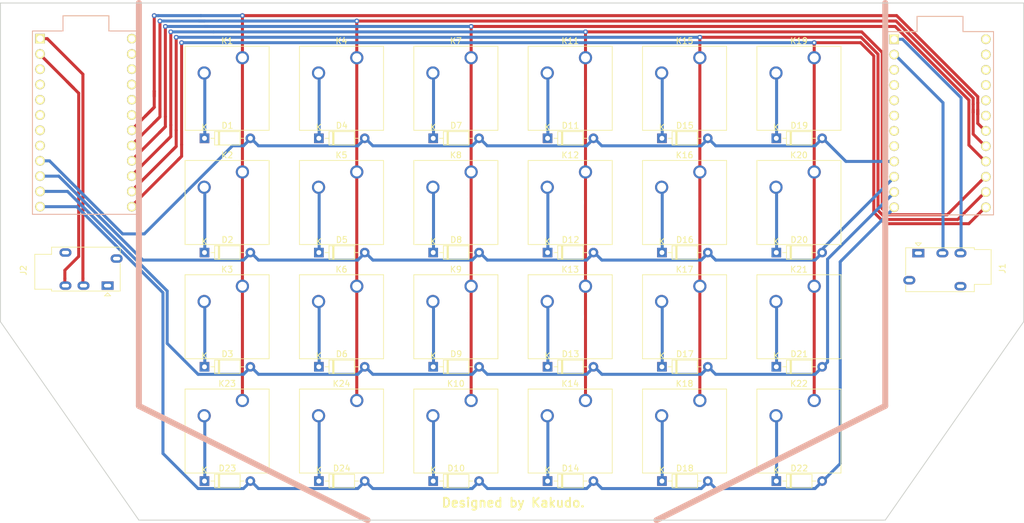
<source format=kicad_pcb>
(kicad_pcb (version 20171130) (host pcbnew "(5.0.2)-1")

  (general
    (thickness 1.6)
    (drawings 11)
    (tracks 277)
    (zones 0)
    (modules 52)
    (nets 67)
  )

  (page A4)
  (layers
    (0 F.Cu signal)
    (31 B.Cu signal)
    (32 B.Adhes user hide)
    (33 F.Adhes user hide)
    (34 B.Paste user hide)
    (35 F.Paste user hide)
    (36 B.SilkS user)
    (37 F.SilkS user)
    (38 B.Mask user hide)
    (39 F.Mask user hide)
    (40 Dwgs.User user)
    (41 Cmts.User user hide)
    (42 Eco1.User user hide)
    (43 Eco2.User user hide)
    (44 Edge.Cuts user)
    (45 Margin user hide)
    (46 B.CrtYd user hide)
    (47 F.CrtYd user hide)
    (48 B.Fab user hide)
    (49 F.Fab user hide)
  )

  (setup
    (last_trace_width 0.5)
    (trace_clearance 0.2)
    (zone_clearance 0.508)
    (zone_45_only no)
    (trace_min 0.2)
    (segment_width 0.2)
    (edge_width 0.15)
    (via_size 0.8)
    (via_drill 0.4)
    (via_min_size 0.4)
    (via_min_drill 0.3)
    (uvia_size 0.3)
    (uvia_drill 0.1)
    (uvias_allowed no)
    (uvia_min_size 0.2)
    (uvia_min_drill 0.1)
    (pcb_text_width 0.3)
    (pcb_text_size 1.5 1.5)
    (mod_edge_width 0.15)
    (mod_text_size 1 1)
    (mod_text_width 0.15)
    (pad_size 1.524 1.524)
    (pad_drill 0.762)
    (pad_to_mask_clearance 0.051)
    (solder_mask_min_width 0.25)
    (aux_axis_origin 0 0)
    (visible_elements 7FFFFFFF)
    (pcbplotparams
      (layerselection 0x010f0_ffffffff)
      (usegerberextensions false)
      (usegerberattributes false)
      (usegerberadvancedattributes false)
      (creategerberjobfile false)
      (excludeedgelayer true)
      (linewidth 0.100000)
      (plotframeref false)
      (viasonmask false)
      (mode 1)
      (useauxorigin false)
      (hpglpennumber 1)
      (hpglpenspeed 20)
      (hpglpendiameter 15.000000)
      (psnegative false)
      (psa4output false)
      (plotreference false)
      (plotvalue false)
      (plotinvisibletext false)
      (padsonsilk false)
      (subtractmaskfromsilk false)
      (outputformat 1)
      (mirror false)
      (drillshape 0)
      (scaleselection 1)
      (outputdirectory "garber/"))
  )

  (net 0 "")
  (net 1 ROW0)
  (net 2 "Net-(D1-Pad1)")
  (net 3 ROW1)
  (net 4 "Net-(D2-Pad1)")
  (net 5 "Net-(D3-Pad1)")
  (net 6 ROW2)
  (net 7 "Net-(D4-Pad1)")
  (net 8 "Net-(D5-Pad1)")
  (net 9 "Net-(D6-Pad1)")
  (net 10 "Net-(D7-Pad1)")
  (net 11 "Net-(D8-Pad1)")
  (net 12 "Net-(D9-Pad1)")
  (net 13 ROW3)
  (net 14 "Net-(D10-Pad1)")
  (net 15 "Net-(D11-Pad1)")
  (net 16 "Net-(D12-Pad1)")
  (net 17 "Net-(D13-Pad1)")
  (net 18 "Net-(D14-Pad1)")
  (net 19 "Net-(D15-Pad1)")
  (net 20 "Net-(D16-Pad1)")
  (net 21 "Net-(D17-Pad1)")
  (net 22 "Net-(D18-Pad1)")
  (net 23 "Net-(D19-Pad1)")
  (net 24 "Net-(D20-Pad1)")
  (net 25 "Net-(D21-Pad1)")
  (net 26 "Net-(D22-Pad1)")
  (net 27 COL0)
  (net 28 COL1)
  (net 29 COL2)
  (net 30 COL3)
  (net 31 COL4)
  (net 32 COL5)
  (net 33 "Net-(U1-Pad3)")
  (net 34 "Net-(U1-Pad4)")
  (net 35 "Net-(U1-Pad19)")
  (net 36 "Net-(U1-Pad20)")
  (net 37 "Net-(U1-Pad21)")
  (net 38 "Net-(U1-Pad22)")
  (net 39 "Net-(U1-Pad23)")
  (net 40 "Net-(U1-Pad24)")
  (net 41 "Net-(U2-Pad3)")
  (net 42 "Net-(U2-Pad4)")
  (net 43 "Net-(U2-Pad19)")
  (net 44 "Net-(U2-Pad20)")
  (net 45 "Net-(U2-Pad21)")
  (net 46 "Net-(U2-Pad22)")
  (net 47 "Net-(U2-Pad23)")
  (net 48 "Net-(U2-Pad24)")
  (net 49 "Net-(D23-Pad1)")
  (net 50 "Net-(D24-Pad1)")
  (net 51 "Net-(U2-Pad8)")
  (net 52 "Net-(U2-Pad7)")
  (net 53 "Net-(U2-Pad6)")
  (net 54 "Net-(U2-Pad5)")
  (net 55 "Net-(U1-Pad5)")
  (net 56 "Net-(U1-Pad6)")
  (net 57 "Net-(U1-Pad7)")
  (net 58 "Net-(U1-Pad8)")
  (net 59 "Net-(J1-PadS)")
  (net 60 "Net-(J1-PadT)")
  (net 61 "Net-(J2-PadT)")
  (net 62 "Net-(J2-PadS)")
  (net 63 RX2)
  (net 64 TX2)
  (net 65 TX1)
  (net 66 RX1)

  (net_class Default "これはデフォルトのネット クラスです。"
    (clearance 0.2)
    (trace_width 0.5)
    (via_dia 0.8)
    (via_drill 0.4)
    (uvia_dia 0.3)
    (uvia_drill 0.1)
    (add_net COL0)
    (add_net COL1)
    (add_net COL2)
    (add_net COL3)
    (add_net COL4)
    (add_net COL5)
    (add_net "Net-(D1-Pad1)")
    (add_net "Net-(D10-Pad1)")
    (add_net "Net-(D11-Pad1)")
    (add_net "Net-(D12-Pad1)")
    (add_net "Net-(D13-Pad1)")
    (add_net "Net-(D14-Pad1)")
    (add_net "Net-(D15-Pad1)")
    (add_net "Net-(D16-Pad1)")
    (add_net "Net-(D17-Pad1)")
    (add_net "Net-(D18-Pad1)")
    (add_net "Net-(D19-Pad1)")
    (add_net "Net-(D2-Pad1)")
    (add_net "Net-(D20-Pad1)")
    (add_net "Net-(D21-Pad1)")
    (add_net "Net-(D22-Pad1)")
    (add_net "Net-(D23-Pad1)")
    (add_net "Net-(D24-Pad1)")
    (add_net "Net-(D3-Pad1)")
    (add_net "Net-(D4-Pad1)")
    (add_net "Net-(D5-Pad1)")
    (add_net "Net-(D6-Pad1)")
    (add_net "Net-(D7-Pad1)")
    (add_net "Net-(D8-Pad1)")
    (add_net "Net-(D9-Pad1)")
    (add_net "Net-(J1-PadS)")
    (add_net "Net-(J1-PadT)")
    (add_net "Net-(J2-PadS)")
    (add_net "Net-(J2-PadT)")
    (add_net "Net-(U1-Pad19)")
    (add_net "Net-(U1-Pad20)")
    (add_net "Net-(U1-Pad21)")
    (add_net "Net-(U1-Pad22)")
    (add_net "Net-(U1-Pad23)")
    (add_net "Net-(U1-Pad24)")
    (add_net "Net-(U1-Pad3)")
    (add_net "Net-(U1-Pad4)")
    (add_net "Net-(U1-Pad5)")
    (add_net "Net-(U1-Pad6)")
    (add_net "Net-(U1-Pad7)")
    (add_net "Net-(U1-Pad8)")
    (add_net "Net-(U2-Pad19)")
    (add_net "Net-(U2-Pad20)")
    (add_net "Net-(U2-Pad21)")
    (add_net "Net-(U2-Pad22)")
    (add_net "Net-(U2-Pad23)")
    (add_net "Net-(U2-Pad24)")
    (add_net "Net-(U2-Pad3)")
    (add_net "Net-(U2-Pad4)")
    (add_net "Net-(U2-Pad5)")
    (add_net "Net-(U2-Pad6)")
    (add_net "Net-(U2-Pad7)")
    (add_net "Net-(U2-Pad8)")
    (add_net ROW0)
    (add_net ROW1)
    (add_net ROW2)
    (add_net ROW3)
    (add_net RX1)
    (add_net RX2)
    (add_net TX1)
    (add_net TX2)
  )

  (module Button_Switch_Keyboard:SW_Cherry_MX1A_1.00u_Plate (layer F.Cu) (tedit 5A02FE24) (tstamp 5C840ACA)
    (at 40.2 66.1)
    (descr "Cherry MX keyswitch, MX1A, 1.00u, plate mount, http://cherryamericas.com/wp-content/uploads/2014/12/mx_cat.pdf")
    (tags "cherry mx keyswitch MX1A 1.00u plate")
    (path /5C77F390)
    (fp_text reference K23 (at -2.54 -2.794) (layer F.SilkS)
      (effects (font (size 1 1) (thickness 0.15)))
    )
    (fp_text value KEYSW (at -2.54 12.954) (layer F.Fab)
      (effects (font (size 1 1) (thickness 0.15)))
    )
    (fp_line (start -9.525 12.065) (end -9.525 -1.905) (layer F.SilkS) (width 0.12))
    (fp_line (start 4.445 12.065) (end -9.525 12.065) (layer F.SilkS) (width 0.12))
    (fp_line (start 4.445 -1.905) (end 4.445 12.065) (layer F.SilkS) (width 0.12))
    (fp_line (start -9.525 -1.905) (end 4.445 -1.905) (layer F.SilkS) (width 0.12))
    (fp_line (start -12.065 14.605) (end -12.065 -4.445) (layer Dwgs.User) (width 0.15))
    (fp_line (start 6.985 14.605) (end -12.065 14.605) (layer Dwgs.User) (width 0.15))
    (fp_line (start 6.985 -4.445) (end 6.985 14.605) (layer Dwgs.User) (width 0.15))
    (fp_line (start -12.065 -4.445) (end 6.985 -4.445) (layer Dwgs.User) (width 0.15))
    (fp_line (start -9.14 -1.52) (end 4.06 -1.52) (layer F.CrtYd) (width 0.05))
    (fp_line (start 4.06 -1.52) (end 4.06 11.68) (layer F.CrtYd) (width 0.05))
    (fp_line (start 4.06 11.68) (end -9.14 11.68) (layer F.CrtYd) (width 0.05))
    (fp_line (start -9.14 11.68) (end -9.14 -1.52) (layer F.CrtYd) (width 0.05))
    (fp_line (start -8.89 11.43) (end -8.89 -1.27) (layer F.Fab) (width 0.15))
    (fp_line (start 3.81 11.43) (end -8.89 11.43) (layer F.Fab) (width 0.15))
    (fp_line (start 3.81 -1.27) (end 3.81 11.43) (layer F.Fab) (width 0.15))
    (fp_line (start -8.89 -1.27) (end 3.81 -1.27) (layer F.Fab) (width 0.15))
    (fp_text user %R (at -2.54 -2.794) (layer F.Fab)
      (effects (font (size 1 1) (thickness 0.15)))
    )
    (pad "" np_thru_hole circle (at -2.54 5.08) (size 4 4) (drill 4) (layers *.Cu *.Mask))
    (pad 2 thru_hole circle (at -6.35 2.54) (size 2.2 2.2) (drill 1.5) (layers *.Cu *.Mask)
      (net 49 "Net-(D23-Pad1)"))
    (pad 1 thru_hole circle (at 0 0) (size 2.2 2.2) (drill 1.5) (layers *.Cu *.Mask)
      (net 27 COL0))
    (model ${KISYS3DMOD}/Button_Switch_Keyboard.3dshapes/SW_Cherry_MX1A_1.00u_Plate.wrl
      (at (xyz 0 0 0))
      (scale (xyz 1 1 1))
      (rotate (xyz 0 0 0))
    )
  )

  (module Button_Switch_Keyboard:SW_Cherry_MX1A_1.00u_Plate (layer F.Cu) (tedit 5A02FE24) (tstamp 5C840D18)
    (at 59.2 66.1)
    (descr "Cherry MX keyswitch, MX1A, 1.00u, plate mount, http://cherryamericas.com/wp-content/uploads/2014/12/mx_cat.pdf")
    (tags "cherry mx keyswitch MX1A 1.00u plate")
    (path /5C77A123)
    (fp_text reference K24 (at -2.54 -2.794) (layer F.SilkS)
      (effects (font (size 1 1) (thickness 0.15)))
    )
    (fp_text value KEYSW (at -2.54 12.954) (layer F.Fab)
      (effects (font (size 1 1) (thickness 0.15)))
    )
    (fp_text user %R (at -2.54 -2.794) (layer F.Fab)
      (effects (font (size 1 1) (thickness 0.15)))
    )
    (fp_line (start -8.89 -1.27) (end 3.81 -1.27) (layer F.Fab) (width 0.15))
    (fp_line (start 3.81 -1.27) (end 3.81 11.43) (layer F.Fab) (width 0.15))
    (fp_line (start 3.81 11.43) (end -8.89 11.43) (layer F.Fab) (width 0.15))
    (fp_line (start -8.89 11.43) (end -8.89 -1.27) (layer F.Fab) (width 0.15))
    (fp_line (start -9.14 11.68) (end -9.14 -1.52) (layer F.CrtYd) (width 0.05))
    (fp_line (start 4.06 11.68) (end -9.14 11.68) (layer F.CrtYd) (width 0.05))
    (fp_line (start 4.06 -1.52) (end 4.06 11.68) (layer F.CrtYd) (width 0.05))
    (fp_line (start -9.14 -1.52) (end 4.06 -1.52) (layer F.CrtYd) (width 0.05))
    (fp_line (start -12.065 -4.445) (end 6.985 -4.445) (layer Dwgs.User) (width 0.15))
    (fp_line (start 6.985 -4.445) (end 6.985 14.605) (layer Dwgs.User) (width 0.15))
    (fp_line (start 6.985 14.605) (end -12.065 14.605) (layer Dwgs.User) (width 0.15))
    (fp_line (start -12.065 14.605) (end -12.065 -4.445) (layer Dwgs.User) (width 0.15))
    (fp_line (start -9.525 -1.905) (end 4.445 -1.905) (layer F.SilkS) (width 0.12))
    (fp_line (start 4.445 -1.905) (end 4.445 12.065) (layer F.SilkS) (width 0.12))
    (fp_line (start 4.445 12.065) (end -9.525 12.065) (layer F.SilkS) (width 0.12))
    (fp_line (start -9.525 12.065) (end -9.525 -1.905) (layer F.SilkS) (width 0.12))
    (pad 1 thru_hole circle (at 0 0) (size 2.2 2.2) (drill 1.5) (layers *.Cu *.Mask)
      (net 28 COL1))
    (pad 2 thru_hole circle (at -6.35 2.54) (size 2.2 2.2) (drill 1.5) (layers *.Cu *.Mask)
      (net 50 "Net-(D24-Pad1)"))
    (pad "" np_thru_hole circle (at -2.54 5.08) (size 4 4) (drill 4) (layers *.Cu *.Mask))
    (model ${KISYS3DMOD}/Button_Switch_Keyboard.3dshapes/SW_Cherry_MX1A_1.00u_Plate.wrl
      (at (xyz 0 0 0))
      (scale (xyz 1 1 1))
      (rotate (xyz 0 0 0))
    )
  )

  (module Diode_THT:D_DO-35_SOD27_P7.62mm_Horizontal (layer F.Cu) (tedit 5AE50CD5) (tstamp 5C840B16)
    (at 52.9 79.5)
    (descr "Diode, DO-35_SOD27 series, Axial, Horizontal, pin pitch=7.62mm, , length*diameter=4*2mm^2, , http://www.diodes.com/_files/packages/DO-35.pdf")
    (tags "Diode DO-35_SOD27 series Axial Horizontal pin pitch 7.62mm  length 4mm diameter 2mm")
    (path /5C77A11A)
    (fp_text reference D24 (at 3.81 -2.12) (layer F.SilkS)
      (effects (font (size 1 1) (thickness 0.15)))
    )
    (fp_text value D (at 3.81 2.12) (layer F.Fab)
      (effects (font (size 1 1) (thickness 0.15)))
    )
    (fp_line (start 1.81 -1) (end 1.81 1) (layer F.Fab) (width 0.1))
    (fp_line (start 1.81 1) (end 5.81 1) (layer F.Fab) (width 0.1))
    (fp_line (start 5.81 1) (end 5.81 -1) (layer F.Fab) (width 0.1))
    (fp_line (start 5.81 -1) (end 1.81 -1) (layer F.Fab) (width 0.1))
    (fp_line (start 0 0) (end 1.81 0) (layer F.Fab) (width 0.1))
    (fp_line (start 7.62 0) (end 5.81 0) (layer F.Fab) (width 0.1))
    (fp_line (start 2.41 -1) (end 2.41 1) (layer F.Fab) (width 0.1))
    (fp_line (start 2.51 -1) (end 2.51 1) (layer F.Fab) (width 0.1))
    (fp_line (start 2.31 -1) (end 2.31 1) (layer F.Fab) (width 0.1))
    (fp_line (start 1.69 -1.12) (end 1.69 1.12) (layer F.SilkS) (width 0.12))
    (fp_line (start 1.69 1.12) (end 5.93 1.12) (layer F.SilkS) (width 0.12))
    (fp_line (start 5.93 1.12) (end 5.93 -1.12) (layer F.SilkS) (width 0.12))
    (fp_line (start 5.93 -1.12) (end 1.69 -1.12) (layer F.SilkS) (width 0.12))
    (fp_line (start 1.04 0) (end 1.69 0) (layer F.SilkS) (width 0.12))
    (fp_line (start 6.58 0) (end 5.93 0) (layer F.SilkS) (width 0.12))
    (fp_line (start 2.41 -1.12) (end 2.41 1.12) (layer F.SilkS) (width 0.12))
    (fp_line (start 2.53 -1.12) (end 2.53 1.12) (layer F.SilkS) (width 0.12))
    (fp_line (start 2.29 -1.12) (end 2.29 1.12) (layer F.SilkS) (width 0.12))
    (fp_line (start -1.05 -1.25) (end -1.05 1.25) (layer F.CrtYd) (width 0.05))
    (fp_line (start -1.05 1.25) (end 8.67 1.25) (layer F.CrtYd) (width 0.05))
    (fp_line (start 8.67 1.25) (end 8.67 -1.25) (layer F.CrtYd) (width 0.05))
    (fp_line (start 8.67 -1.25) (end -1.05 -1.25) (layer F.CrtYd) (width 0.05))
    (fp_text user %R (at 4.11 0) (layer F.Fab)
      (effects (font (size 0.8 0.8) (thickness 0.12)))
    )
    (fp_text user K (at 0 -1.8) (layer F.Fab)
      (effects (font (size 1 1) (thickness 0.15)))
    )
    (fp_text user K (at 0 -1.8) (layer F.SilkS)
      (effects (font (size 1 1) (thickness 0.15)))
    )
    (pad 1 thru_hole rect (at 0 0) (size 1.6 1.6) (drill 0.8) (layers *.Cu *.Mask)
      (net 50 "Net-(D24-Pad1)"))
    (pad 2 thru_hole oval (at 7.62 0) (size 1.6 1.6) (drill 0.8) (layers *.Cu *.Mask)
      (net 13 ROW3))
    (model ${KISYS3DMOD}/Diode_THT.3dshapes/D_DO-35_SOD27_P7.62mm_Horizontal.wrl
      (at (xyz 0 0 0))
      (scale (xyz 1 1 1))
      (rotate (xyz 0 0 0))
    )
  )

  (module Diode_THT:D_DO-35_SOD27_P7.62mm_Horizontal (layer F.Cu) (tedit 5AE50CD5) (tstamp 5C840B70)
    (at 33.9 79.5)
    (descr "Diode, DO-35_SOD27 series, Axial, Horizontal, pin pitch=7.62mm, , length*diameter=4*2mm^2, , http://www.diodes.com/_files/packages/DO-35.pdf")
    (tags "Diode DO-35_SOD27 series Axial Horizontal pin pitch 7.62mm  length 4mm diameter 2mm")
    (path /5C77F387)
    (fp_text reference D23 (at 3.81 -2.12) (layer F.SilkS)
      (effects (font (size 1 1) (thickness 0.15)))
    )
    (fp_text value D (at 3.81 2.12) (layer F.Fab)
      (effects (font (size 1 1) (thickness 0.15)))
    )
    (fp_text user K (at 0 -1.8) (layer F.SilkS)
      (effects (font (size 1 1) (thickness 0.15)))
    )
    (fp_text user K (at 0 -1.8) (layer F.Fab)
      (effects (font (size 1 1) (thickness 0.15)))
    )
    (fp_text user %R (at 4.11 0) (layer F.Fab)
      (effects (font (size 0.8 0.8) (thickness 0.12)))
    )
    (fp_line (start 8.67 -1.25) (end -1.05 -1.25) (layer F.CrtYd) (width 0.05))
    (fp_line (start 8.67 1.25) (end 8.67 -1.25) (layer F.CrtYd) (width 0.05))
    (fp_line (start -1.05 1.25) (end 8.67 1.25) (layer F.CrtYd) (width 0.05))
    (fp_line (start -1.05 -1.25) (end -1.05 1.25) (layer F.CrtYd) (width 0.05))
    (fp_line (start 2.29 -1.12) (end 2.29 1.12) (layer F.SilkS) (width 0.12))
    (fp_line (start 2.53 -1.12) (end 2.53 1.12) (layer F.SilkS) (width 0.12))
    (fp_line (start 2.41 -1.12) (end 2.41 1.12) (layer F.SilkS) (width 0.12))
    (fp_line (start 6.58 0) (end 5.93 0) (layer F.SilkS) (width 0.12))
    (fp_line (start 1.04 0) (end 1.69 0) (layer F.SilkS) (width 0.12))
    (fp_line (start 5.93 -1.12) (end 1.69 -1.12) (layer F.SilkS) (width 0.12))
    (fp_line (start 5.93 1.12) (end 5.93 -1.12) (layer F.SilkS) (width 0.12))
    (fp_line (start 1.69 1.12) (end 5.93 1.12) (layer F.SilkS) (width 0.12))
    (fp_line (start 1.69 -1.12) (end 1.69 1.12) (layer F.SilkS) (width 0.12))
    (fp_line (start 2.31 -1) (end 2.31 1) (layer F.Fab) (width 0.1))
    (fp_line (start 2.51 -1) (end 2.51 1) (layer F.Fab) (width 0.1))
    (fp_line (start 2.41 -1) (end 2.41 1) (layer F.Fab) (width 0.1))
    (fp_line (start 7.62 0) (end 5.81 0) (layer F.Fab) (width 0.1))
    (fp_line (start 0 0) (end 1.81 0) (layer F.Fab) (width 0.1))
    (fp_line (start 5.81 -1) (end 1.81 -1) (layer F.Fab) (width 0.1))
    (fp_line (start 5.81 1) (end 5.81 -1) (layer F.Fab) (width 0.1))
    (fp_line (start 1.81 1) (end 5.81 1) (layer F.Fab) (width 0.1))
    (fp_line (start 1.81 -1) (end 1.81 1) (layer F.Fab) (width 0.1))
    (pad 2 thru_hole oval (at 7.62 0) (size 1.6 1.6) (drill 0.8) (layers *.Cu *.Mask)
      (net 13 ROW3))
    (pad 1 thru_hole rect (at 0 0) (size 1.6 1.6) (drill 0.8) (layers *.Cu *.Mask)
      (net 49 "Net-(D23-Pad1)"))
    (model ${KISYS3DMOD}/Diode_THT.3dshapes/D_DO-35_SOD27_P7.62mm_Horizontal.wrl
      (at (xyz 0 0 0))
      (scale (xyz 1 1 1))
      (rotate (xyz 0 0 0))
    )
  )

  (module promicro:ProMicro (layer F.Cu) (tedit 5A06A962) (tstamp 5C8411B1)
    (at 14.2 19.9 270)
    (descr "Pro Micro footprint")
    (tags "promicro ProMicro")
    (path /5C7E79AC)
    (fp_text reference U2 (at 0 -10.16 270) (layer F.SilkS) hide
      (effects (font (size 1 1) (thickness 0.15)))
    )
    (fp_text value ProMicro (at 0 10.16 270) (layer F.Fab)
      (effects (font (size 1 1) (thickness 0.15)))
    )
    (fp_line (start 15.24 -8.89) (end 15.24 8.89) (layer B.SilkS) (width 0.15))
    (fp_line (start 15.24 8.89) (end -15.24 8.89) (layer B.SilkS) (width 0.15))
    (fp_line (start -15.24 8.89) (end -15.24 3.81) (layer B.SilkS) (width 0.15))
    (fp_line (start -15.24 3.81) (end -17.78 3.81) (layer B.SilkS) (width 0.15))
    (fp_line (start -17.78 3.81) (end -17.78 -3.81) (layer B.SilkS) (width 0.15))
    (fp_line (start -17.78 -3.81) (end -15.24 -3.81) (layer B.SilkS) (width 0.15))
    (fp_line (start -15.24 -3.81) (end -15.24 -8.89) (layer B.SilkS) (width 0.15))
    (fp_line (start -15.24 -8.89) (end 15.24 -8.89) (layer B.SilkS) (width 0.15))
    (fp_line (start -15.24 8.89) (end 15.24 8.89) (layer F.SilkS) (width 0.15))
    (fp_line (start -15.24 8.89) (end -15.24 3.81) (layer F.SilkS) (width 0.15))
    (fp_line (start -15.24 3.81) (end -17.78 3.81) (layer F.SilkS) (width 0.15))
    (fp_line (start -17.78 3.81) (end -17.78 -3.81) (layer F.SilkS) (width 0.15))
    (fp_line (start -17.78 -3.81) (end -15.24 -3.81) (layer F.SilkS) (width 0.15))
    (fp_line (start -15.24 -3.81) (end -15.24 -8.89) (layer F.SilkS) (width 0.15))
    (fp_line (start -15.24 -8.89) (end 15.24 -8.89) (layer F.SilkS) (width 0.15))
    (fp_line (start 15.24 -8.89) (end 15.24 8.89) (layer F.SilkS) (width 0.15))
    (pad 1 thru_hole rect (at -13.97 7.62 270) (size 1.6 1.6) (drill 1.1) (layers *.Cu *.Mask F.SilkS)
      (net 64 TX2))
    (pad 2 thru_hole circle (at -11.43 7.62 270) (size 1.6 1.6) (drill 1.1) (layers *.Cu *.Mask F.SilkS)
      (net 63 RX2))
    (pad 3 thru_hole circle (at -8.89 7.62 270) (size 1.6 1.6) (drill 1.1) (layers *.Cu *.Mask F.SilkS)
      (net 41 "Net-(U2-Pad3)"))
    (pad 4 thru_hole circle (at -6.35 7.62 270) (size 1.6 1.6) (drill 1.1) (layers *.Cu *.Mask F.SilkS)
      (net 42 "Net-(U2-Pad4)"))
    (pad 5 thru_hole circle (at -3.81 7.62 270) (size 1.6 1.6) (drill 1.1) (layers *.Cu *.Mask F.SilkS)
      (net 54 "Net-(U2-Pad5)"))
    (pad 6 thru_hole circle (at -1.27 7.62 270) (size 1.6 1.6) (drill 1.1) (layers *.Cu *.Mask F.SilkS)
      (net 53 "Net-(U2-Pad6)"))
    (pad 7 thru_hole circle (at 1.27 7.62 270) (size 1.6 1.6) (drill 1.1) (layers *.Cu *.Mask F.SilkS)
      (net 52 "Net-(U2-Pad7)"))
    (pad 8 thru_hole circle (at 3.81 7.62 270) (size 1.6 1.6) (drill 1.1) (layers *.Cu *.Mask F.SilkS)
      (net 51 "Net-(U2-Pad8)"))
    (pad 9 thru_hole circle (at 6.35 7.62 270) (size 1.6 1.6) (drill 1.1) (layers *.Cu *.Mask F.SilkS)
      (net 1 ROW0))
    (pad 10 thru_hole circle (at 8.89 7.62 270) (size 1.6 1.6) (drill 1.1) (layers *.Cu *.Mask F.SilkS)
      (net 3 ROW1))
    (pad 11 thru_hole circle (at 11.43 7.62 270) (size 1.6 1.6) (drill 1.1) (layers *.Cu *.Mask F.SilkS)
      (net 6 ROW2))
    (pad 12 thru_hole circle (at 13.97 7.62 270) (size 1.6 1.6) (drill 1.1) (layers *.Cu *.Mask F.SilkS)
      (net 13 ROW3))
    (pad 13 thru_hole circle (at 13.97 -7.62 270) (size 1.6 1.6) (drill 1.1) (layers *.Cu *.Mask F.SilkS)
      (net 32 COL5))
    (pad 14 thru_hole circle (at 11.43 -7.62 270) (size 1.6 1.6) (drill 1.1) (layers *.Cu *.Mask F.SilkS)
      (net 31 COL4))
    (pad 15 thru_hole circle (at 8.89 -7.62 270) (size 1.6 1.6) (drill 1.1) (layers *.Cu *.Mask F.SilkS)
      (net 30 COL3))
    (pad 16 thru_hole circle (at 6.35 -7.62 270) (size 1.6 1.6) (drill 1.1) (layers *.Cu *.Mask F.SilkS)
      (net 29 COL2))
    (pad 17 thru_hole circle (at 3.81 -7.62 270) (size 1.6 1.6) (drill 1.1) (layers *.Cu *.Mask F.SilkS)
      (net 28 COL1))
    (pad 18 thru_hole circle (at 1.27 -7.62 270) (size 1.6 1.6) (drill 1.1) (layers *.Cu *.Mask F.SilkS)
      (net 27 COL0))
    (pad 19 thru_hole circle (at -1.27 -7.62 270) (size 1.6 1.6) (drill 1.1) (layers *.Cu *.Mask F.SilkS)
      (net 43 "Net-(U2-Pad19)"))
    (pad 20 thru_hole circle (at -3.81 -7.62 270) (size 1.6 1.6) (drill 1.1) (layers *.Cu *.Mask F.SilkS)
      (net 44 "Net-(U2-Pad20)"))
    (pad 21 thru_hole circle (at -6.35 -7.62 270) (size 1.6 1.6) (drill 1.1) (layers *.Cu *.Mask F.SilkS)
      (net 45 "Net-(U2-Pad21)"))
    (pad 22 thru_hole circle (at -8.89 -7.62 270) (size 1.6 1.6) (drill 1.1) (layers *.Cu *.Mask F.SilkS)
      (net 46 "Net-(U2-Pad22)"))
    (pad 23 thru_hole circle (at -11.43 -7.62 270) (size 1.6 1.6) (drill 1.1) (layers *.Cu *.Mask F.SilkS)
      (net 47 "Net-(U2-Pad23)"))
    (pad 24 thru_hole circle (at -13.97 -7.62 270) (size 1.6 1.6) (drill 1.1) (layers *.Cu *.Mask F.SilkS)
      (net 48 "Net-(U2-Pad24)"))
  )

  (module Button_Switch_Keyboard:SW_Cherry_MX1A_1.00u_Plate (layer F.Cu) (tedit 5A02FE24) (tstamp 5C8368A8)
    (at 40.2 47.1)
    (descr "Cherry MX keyswitch, MX1A, 1.00u, plate mount, http://cherryamericas.com/wp-content/uploads/2014/12/mx_cat.pdf")
    (tags "cherry mx keyswitch MX1A 1.00u plate")
    (path /5CA647A6)
    (fp_text reference K3 (at -2.54 -2.794) (layer F.SilkS)
      (effects (font (size 1 1) (thickness 0.15)))
    )
    (fp_text value KEYSW (at -2.54 12.954) (layer F.Fab)
      (effects (font (size 1 1) (thickness 0.15)))
    )
    (fp_text user %R (at -2.54 -2.794) (layer F.Fab)
      (effects (font (size 1 1) (thickness 0.15)))
    )
    (fp_line (start -8.89 -1.27) (end 3.81 -1.27) (layer F.Fab) (width 0.15))
    (fp_line (start 3.81 -1.27) (end 3.81 11.43) (layer F.Fab) (width 0.15))
    (fp_line (start 3.81 11.43) (end -8.89 11.43) (layer F.Fab) (width 0.15))
    (fp_line (start -8.89 11.43) (end -8.89 -1.27) (layer F.Fab) (width 0.15))
    (fp_line (start -9.14 11.68) (end -9.14 -1.52) (layer F.CrtYd) (width 0.05))
    (fp_line (start 4.06 11.68) (end -9.14 11.68) (layer F.CrtYd) (width 0.05))
    (fp_line (start 4.06 -1.52) (end 4.06 11.68) (layer F.CrtYd) (width 0.05))
    (fp_line (start -9.14 -1.52) (end 4.06 -1.52) (layer F.CrtYd) (width 0.05))
    (fp_line (start -12.065 -4.445) (end 6.985 -4.445) (layer Dwgs.User) (width 0.15))
    (fp_line (start 6.985 -4.445) (end 6.985 14.605) (layer Dwgs.User) (width 0.15))
    (fp_line (start 6.985 14.605) (end -12.065 14.605) (layer Dwgs.User) (width 0.15))
    (fp_line (start -12.065 14.605) (end -12.065 -4.445) (layer Dwgs.User) (width 0.15))
    (fp_line (start -9.525 -1.905) (end 4.445 -1.905) (layer F.SilkS) (width 0.12))
    (fp_line (start 4.445 -1.905) (end 4.445 12.065) (layer F.SilkS) (width 0.12))
    (fp_line (start 4.445 12.065) (end -9.525 12.065) (layer F.SilkS) (width 0.12))
    (fp_line (start -9.525 12.065) (end -9.525 -1.905) (layer F.SilkS) (width 0.12))
    (pad 1 thru_hole circle (at 0 0) (size 2.2 2.2) (drill 1.5) (layers *.Cu *.Mask)
      (net 27 COL0))
    (pad 2 thru_hole circle (at -6.35 2.54) (size 2.2 2.2) (drill 1.5) (layers *.Cu *.Mask)
      (net 5 "Net-(D3-Pad1)"))
    (pad "" np_thru_hole circle (at -2.54 5.08) (size 4 4) (drill 4) (layers *.Cu *.Mask))
    (model ${KISYS3DMOD}/Button_Switch_Keyboard.3dshapes/SW_Cherry_MX1A_1.00u_Plate.wrl
      (at (xyz 0 0 0))
      (scale (xyz 1 1 1))
      (rotate (xyz 0 0 0))
    )
  )

  (module Button_Switch_Keyboard:SW_Cherry_MX1A_1.00u_Plate (layer F.Cu) (tedit 5A02FE24) (tstamp 5C836908)
    (at 78.2 9.1)
    (descr "Cherry MX keyswitch, MX1A, 1.00u, plate mount, http://cherryamericas.com/wp-content/uploads/2014/12/mx_cat.pdf")
    (tags "cherry mx keyswitch MX1A 1.00u plate")
    (path /5CA7C309)
    (fp_text reference K7 (at -2.54 -2.794) (layer F.SilkS)
      (effects (font (size 1 1) (thickness 0.15)))
    )
    (fp_text value KEYSW (at -2.54 12.954) (layer F.Fab)
      (effects (font (size 1 1) (thickness 0.15)))
    )
    (fp_text user %R (at -2.54 -2.794) (layer F.Fab)
      (effects (font (size 1 1) (thickness 0.15)))
    )
    (fp_line (start -8.89 -1.27) (end 3.81 -1.27) (layer F.Fab) (width 0.15))
    (fp_line (start 3.81 -1.27) (end 3.81 11.43) (layer F.Fab) (width 0.15))
    (fp_line (start 3.81 11.43) (end -8.89 11.43) (layer F.Fab) (width 0.15))
    (fp_line (start -8.89 11.43) (end -8.89 -1.27) (layer F.Fab) (width 0.15))
    (fp_line (start -9.14 11.68) (end -9.14 -1.52) (layer F.CrtYd) (width 0.05))
    (fp_line (start 4.06 11.68) (end -9.14 11.68) (layer F.CrtYd) (width 0.05))
    (fp_line (start 4.06 -1.52) (end 4.06 11.68) (layer F.CrtYd) (width 0.05))
    (fp_line (start -9.14 -1.52) (end 4.06 -1.52) (layer F.CrtYd) (width 0.05))
    (fp_line (start -12.065 -4.445) (end 6.985 -4.445) (layer Dwgs.User) (width 0.15))
    (fp_line (start 6.985 -4.445) (end 6.985 14.605) (layer Dwgs.User) (width 0.15))
    (fp_line (start 6.985 14.605) (end -12.065 14.605) (layer Dwgs.User) (width 0.15))
    (fp_line (start -12.065 14.605) (end -12.065 -4.445) (layer Dwgs.User) (width 0.15))
    (fp_line (start -9.525 -1.905) (end 4.445 -1.905) (layer F.SilkS) (width 0.12))
    (fp_line (start 4.445 -1.905) (end 4.445 12.065) (layer F.SilkS) (width 0.12))
    (fp_line (start 4.445 12.065) (end -9.525 12.065) (layer F.SilkS) (width 0.12))
    (fp_line (start -9.525 12.065) (end -9.525 -1.905) (layer F.SilkS) (width 0.12))
    (pad 1 thru_hole circle (at 0 0) (size 2.2 2.2) (drill 1.5) (layers *.Cu *.Mask)
      (net 29 COL2))
    (pad 2 thru_hole circle (at -6.35 2.54) (size 2.2 2.2) (drill 1.5) (layers *.Cu *.Mask)
      (net 10 "Net-(D7-Pad1)"))
    (pad "" np_thru_hole circle (at -2.54 5.08) (size 4 4) (drill 4) (layers *.Cu *.Mask))
    (model ${KISYS3DMOD}/Button_Switch_Keyboard.3dshapes/SW_Cherry_MX1A_1.00u_Plate.wrl
      (at (xyz 0 0 0))
      (scale (xyz 1 1 1))
      (rotate (xyz 0 0 0))
    )
  )

  (module Button_Switch_Keyboard:SW_Cherry_MX1A_1.00u_Plate (layer F.Cu) (tedit 5A02FE24) (tstamp 5C836920)
    (at 78.2 28.1)
    (descr "Cherry MX keyswitch, MX1A, 1.00u, plate mount, http://cherryamericas.com/wp-content/uploads/2014/12/mx_cat.pdf")
    (tags "cherry mx keyswitch MX1A 1.00u plate")
    (path /5CA7C31F)
    (fp_text reference K8 (at -2.54 -2.794) (layer F.SilkS)
      (effects (font (size 1 1) (thickness 0.15)))
    )
    (fp_text value KEYSW (at -2.54 12.954) (layer F.Fab)
      (effects (font (size 1 1) (thickness 0.15)))
    )
    (fp_text user %R (at -2.54 -2.794) (layer F.Fab)
      (effects (font (size 1 1) (thickness 0.15)))
    )
    (fp_line (start -8.89 -1.27) (end 3.81 -1.27) (layer F.Fab) (width 0.15))
    (fp_line (start 3.81 -1.27) (end 3.81 11.43) (layer F.Fab) (width 0.15))
    (fp_line (start 3.81 11.43) (end -8.89 11.43) (layer F.Fab) (width 0.15))
    (fp_line (start -8.89 11.43) (end -8.89 -1.27) (layer F.Fab) (width 0.15))
    (fp_line (start -9.14 11.68) (end -9.14 -1.52) (layer F.CrtYd) (width 0.05))
    (fp_line (start 4.06 11.68) (end -9.14 11.68) (layer F.CrtYd) (width 0.05))
    (fp_line (start 4.06 -1.52) (end 4.06 11.68) (layer F.CrtYd) (width 0.05))
    (fp_line (start -9.14 -1.52) (end 4.06 -1.52) (layer F.CrtYd) (width 0.05))
    (fp_line (start -12.065 -4.445) (end 6.985 -4.445) (layer Dwgs.User) (width 0.15))
    (fp_line (start 6.985 -4.445) (end 6.985 14.605) (layer Dwgs.User) (width 0.15))
    (fp_line (start 6.985 14.605) (end -12.065 14.605) (layer Dwgs.User) (width 0.15))
    (fp_line (start -12.065 14.605) (end -12.065 -4.445) (layer Dwgs.User) (width 0.15))
    (fp_line (start -9.525 -1.905) (end 4.445 -1.905) (layer F.SilkS) (width 0.12))
    (fp_line (start 4.445 -1.905) (end 4.445 12.065) (layer F.SilkS) (width 0.12))
    (fp_line (start 4.445 12.065) (end -9.525 12.065) (layer F.SilkS) (width 0.12))
    (fp_line (start -9.525 12.065) (end -9.525 -1.905) (layer F.SilkS) (width 0.12))
    (pad 1 thru_hole circle (at 0 0) (size 2.2 2.2) (drill 1.5) (layers *.Cu *.Mask)
      (net 29 COL2))
    (pad 2 thru_hole circle (at -6.35 2.54) (size 2.2 2.2) (drill 1.5) (layers *.Cu *.Mask)
      (net 11 "Net-(D8-Pad1)"))
    (pad "" np_thru_hole circle (at -2.54 5.08) (size 4 4) (drill 4) (layers *.Cu *.Mask))
    (model ${KISYS3DMOD}/Button_Switch_Keyboard.3dshapes/SW_Cherry_MX1A_1.00u_Plate.wrl
      (at (xyz 0 0 0))
      (scale (xyz 1 1 1))
      (rotate (xyz 0 0 0))
    )
  )

  (module Diode_THT:D_DO-35_SOD27_P7.62mm_Horizontal (layer F.Cu) (tedit 5AE50CD5) (tstamp 5C7744CD)
    (at 33.9 41.5)
    (descr "Diode, DO-35_SOD27 series, Axial, Horizontal, pin pitch=7.62mm, , length*diameter=4*2mm^2, , http://www.diodes.com/_files/packages/DO-35.pdf")
    (tags "Diode DO-35_SOD27 series Axial Horizontal pin pitch 7.62mm  length 4mm diameter 2mm")
    (path /5CA5EAC5)
    (fp_text reference D2 (at 3.81 -2.12) (layer F.SilkS)
      (effects (font (size 1 1) (thickness 0.15)))
    )
    (fp_text value D (at 3.81 2.12) (layer F.Fab)
      (effects (font (size 1 1) (thickness 0.15)))
    )
    (fp_line (start 1.81 -1) (end 1.81 1) (layer F.Fab) (width 0.1))
    (fp_line (start 1.81 1) (end 5.81 1) (layer F.Fab) (width 0.1))
    (fp_line (start 5.81 1) (end 5.81 -1) (layer F.Fab) (width 0.1))
    (fp_line (start 5.81 -1) (end 1.81 -1) (layer F.Fab) (width 0.1))
    (fp_line (start 0 0) (end 1.81 0) (layer F.Fab) (width 0.1))
    (fp_line (start 7.62 0) (end 5.81 0) (layer F.Fab) (width 0.1))
    (fp_line (start 2.41 -1) (end 2.41 1) (layer F.Fab) (width 0.1))
    (fp_line (start 2.51 -1) (end 2.51 1) (layer F.Fab) (width 0.1))
    (fp_line (start 2.31 -1) (end 2.31 1) (layer F.Fab) (width 0.1))
    (fp_line (start 1.69 -1.12) (end 1.69 1.12) (layer F.SilkS) (width 0.12))
    (fp_line (start 1.69 1.12) (end 5.93 1.12) (layer F.SilkS) (width 0.12))
    (fp_line (start 5.93 1.12) (end 5.93 -1.12) (layer F.SilkS) (width 0.12))
    (fp_line (start 5.93 -1.12) (end 1.69 -1.12) (layer F.SilkS) (width 0.12))
    (fp_line (start 1.04 0) (end 1.69 0) (layer F.SilkS) (width 0.12))
    (fp_line (start 6.58 0) (end 5.93 0) (layer F.SilkS) (width 0.12))
    (fp_line (start 2.41 -1.12) (end 2.41 1.12) (layer F.SilkS) (width 0.12))
    (fp_line (start 2.53 -1.12) (end 2.53 1.12) (layer F.SilkS) (width 0.12))
    (fp_line (start 2.29 -1.12) (end 2.29 1.12) (layer F.SilkS) (width 0.12))
    (fp_line (start -1.05 -1.25) (end -1.05 1.25) (layer F.CrtYd) (width 0.05))
    (fp_line (start -1.05 1.25) (end 8.67 1.25) (layer F.CrtYd) (width 0.05))
    (fp_line (start 8.67 1.25) (end 8.67 -1.25) (layer F.CrtYd) (width 0.05))
    (fp_line (start 8.67 -1.25) (end -1.05 -1.25) (layer F.CrtYd) (width 0.05))
    (fp_text user %R (at 4.11 0) (layer F.Fab)
      (effects (font (size 0.8 0.8) (thickness 0.12)))
    )
    (fp_text user K (at 0 -1.8) (layer F.Fab)
      (effects (font (size 1 1) (thickness 0.15)))
    )
    (fp_text user K (at 0 -1.8) (layer F.SilkS)
      (effects (font (size 1 1) (thickness 0.15)))
    )
    (pad 1 thru_hole rect (at 0 0) (size 1.6 1.6) (drill 0.8) (layers *.Cu *.Mask)
      (net 4 "Net-(D2-Pad1)"))
    (pad 2 thru_hole oval (at 7.62 0) (size 1.6 1.6) (drill 0.8) (layers *.Cu *.Mask)
      (net 3 ROW1))
    (model ${KISYS3DMOD}/Diode_THT.3dshapes/D_DO-35_SOD27_P7.62mm_Horizontal.wrl
      (at (xyz 0 0 0))
      (scale (xyz 1 1 1))
      (rotate (xyz 0 0 0))
    )
  )

  (module Diode_THT:D_DO-35_SOD27_P7.62mm_Horizontal (layer F.Cu) (tedit 5AE50CD5) (tstamp 5C83668F)
    (at 71.9 22.5)
    (descr "Diode, DO-35_SOD27 series, Axial, Horizontal, pin pitch=7.62mm, , length*diameter=4*2mm^2, , http://www.diodes.com/_files/packages/DO-35.pdf")
    (tags "Diode DO-35_SOD27 series Axial Horizontal pin pitch 7.62mm  length 4mm diameter 2mm")
    (path /5CA7C300)
    (fp_text reference D7 (at 3.81 -2.12) (layer F.SilkS)
      (effects (font (size 1 1) (thickness 0.15)))
    )
    (fp_text value D (at 3.81 2.12) (layer F.Fab)
      (effects (font (size 1 1) (thickness 0.15)))
    )
    (fp_line (start 1.81 -1) (end 1.81 1) (layer F.Fab) (width 0.1))
    (fp_line (start 1.81 1) (end 5.81 1) (layer F.Fab) (width 0.1))
    (fp_line (start 5.81 1) (end 5.81 -1) (layer F.Fab) (width 0.1))
    (fp_line (start 5.81 -1) (end 1.81 -1) (layer F.Fab) (width 0.1))
    (fp_line (start 0 0) (end 1.81 0) (layer F.Fab) (width 0.1))
    (fp_line (start 7.62 0) (end 5.81 0) (layer F.Fab) (width 0.1))
    (fp_line (start 2.41 -1) (end 2.41 1) (layer F.Fab) (width 0.1))
    (fp_line (start 2.51 -1) (end 2.51 1) (layer F.Fab) (width 0.1))
    (fp_line (start 2.31 -1) (end 2.31 1) (layer F.Fab) (width 0.1))
    (fp_line (start 1.69 -1.12) (end 1.69 1.12) (layer F.SilkS) (width 0.12))
    (fp_line (start 1.69 1.12) (end 5.93 1.12) (layer F.SilkS) (width 0.12))
    (fp_line (start 5.93 1.12) (end 5.93 -1.12) (layer F.SilkS) (width 0.12))
    (fp_line (start 5.93 -1.12) (end 1.69 -1.12) (layer F.SilkS) (width 0.12))
    (fp_line (start 1.04 0) (end 1.69 0) (layer F.SilkS) (width 0.12))
    (fp_line (start 6.58 0) (end 5.93 0) (layer F.SilkS) (width 0.12))
    (fp_line (start 2.41 -1.12) (end 2.41 1.12) (layer F.SilkS) (width 0.12))
    (fp_line (start 2.53 -1.12) (end 2.53 1.12) (layer F.SilkS) (width 0.12))
    (fp_line (start 2.29 -1.12) (end 2.29 1.12) (layer F.SilkS) (width 0.12))
    (fp_line (start -1.05 -1.25) (end -1.05 1.25) (layer F.CrtYd) (width 0.05))
    (fp_line (start -1.05 1.25) (end 8.67 1.25) (layer F.CrtYd) (width 0.05))
    (fp_line (start 8.67 1.25) (end 8.67 -1.25) (layer F.CrtYd) (width 0.05))
    (fp_line (start 8.67 -1.25) (end -1.05 -1.25) (layer F.CrtYd) (width 0.05))
    (fp_text user %R (at 4.11 0) (layer F.Fab)
      (effects (font (size 0.8 0.8) (thickness 0.12)))
    )
    (fp_text user K (at 0 -1.8) (layer F.Fab)
      (effects (font (size 1 1) (thickness 0.15)))
    )
    (fp_text user K (at 0 -1.8) (layer F.SilkS)
      (effects (font (size 1 1) (thickness 0.15)))
    )
    (pad 1 thru_hole rect (at 0 0) (size 1.6 1.6) (drill 0.8) (layers *.Cu *.Mask)
      (net 10 "Net-(D7-Pad1)"))
    (pad 2 thru_hole oval (at 7.62 0) (size 1.6 1.6) (drill 0.8) (layers *.Cu *.Mask)
      (net 1 ROW0))
    (model ${KISYS3DMOD}/Diode_THT.3dshapes/D_DO-35_SOD27_P7.62mm_Horizontal.wrl
      (at (xyz 0 0 0))
      (scale (xyz 1 1 1))
      (rotate (xyz 0 0 0))
    )
  )

  (module Diode_THT:D_DO-35_SOD27_P7.62mm_Horizontal (layer F.Cu) (tedit 5AE50CD5) (tstamp 5C8366EC)
    (at 71.9 79.5)
    (descr "Diode, DO-35_SOD27 series, Axial, Horizontal, pin pitch=7.62mm, , length*diameter=4*2mm^2, , http://www.diodes.com/_files/packages/DO-35.pdf")
    (tags "Diode DO-35_SOD27 series Axial Horizontal pin pitch 7.62mm  length 4mm diameter 2mm")
    (path /5CCDBE5B)
    (fp_text reference D10 (at 3.81 -2.12) (layer F.SilkS)
      (effects (font (size 1 1) (thickness 0.15)))
    )
    (fp_text value D (at 3.81 2.12) (layer F.Fab)
      (effects (font (size 1 1) (thickness 0.15)))
    )
    (fp_line (start 1.81 -1) (end 1.81 1) (layer F.Fab) (width 0.1))
    (fp_line (start 1.81 1) (end 5.81 1) (layer F.Fab) (width 0.1))
    (fp_line (start 5.81 1) (end 5.81 -1) (layer F.Fab) (width 0.1))
    (fp_line (start 5.81 -1) (end 1.81 -1) (layer F.Fab) (width 0.1))
    (fp_line (start 0 0) (end 1.81 0) (layer F.Fab) (width 0.1))
    (fp_line (start 7.62 0) (end 5.81 0) (layer F.Fab) (width 0.1))
    (fp_line (start 2.41 -1) (end 2.41 1) (layer F.Fab) (width 0.1))
    (fp_line (start 2.51 -1) (end 2.51 1) (layer F.Fab) (width 0.1))
    (fp_line (start 2.31 -1) (end 2.31 1) (layer F.Fab) (width 0.1))
    (fp_line (start 1.69 -1.12) (end 1.69 1.12) (layer F.SilkS) (width 0.12))
    (fp_line (start 1.69 1.12) (end 5.93 1.12) (layer F.SilkS) (width 0.12))
    (fp_line (start 5.93 1.12) (end 5.93 -1.12) (layer F.SilkS) (width 0.12))
    (fp_line (start 5.93 -1.12) (end 1.69 -1.12) (layer F.SilkS) (width 0.12))
    (fp_line (start 1.04 0) (end 1.69 0) (layer F.SilkS) (width 0.12))
    (fp_line (start 6.58 0) (end 5.93 0) (layer F.SilkS) (width 0.12))
    (fp_line (start 2.41 -1.12) (end 2.41 1.12) (layer F.SilkS) (width 0.12))
    (fp_line (start 2.53 -1.12) (end 2.53 1.12) (layer F.SilkS) (width 0.12))
    (fp_line (start 2.29 -1.12) (end 2.29 1.12) (layer F.SilkS) (width 0.12))
    (fp_line (start -1.05 -1.25) (end -1.05 1.25) (layer F.CrtYd) (width 0.05))
    (fp_line (start -1.05 1.25) (end 8.67 1.25) (layer F.CrtYd) (width 0.05))
    (fp_line (start 8.67 1.25) (end 8.67 -1.25) (layer F.CrtYd) (width 0.05))
    (fp_line (start 8.67 -1.25) (end -1.05 -1.25) (layer F.CrtYd) (width 0.05))
    (fp_text user %R (at 4.11 0) (layer F.Fab)
      (effects (font (size 0.8 0.8) (thickness 0.12)))
    )
    (fp_text user K (at 0 -1.8) (layer F.Fab)
      (effects (font (size 1 1) (thickness 0.15)))
    )
    (fp_text user K (at 0 -1.8) (layer F.SilkS)
      (effects (font (size 1 1) (thickness 0.15)))
    )
    (pad 1 thru_hole rect (at 0 0) (size 1.6 1.6) (drill 0.8) (layers *.Cu *.Mask)
      (net 14 "Net-(D10-Pad1)"))
    (pad 2 thru_hole oval (at 7.62 0) (size 1.6 1.6) (drill 0.8) (layers *.Cu *.Mask)
      (net 13 ROW3))
    (model ${KISYS3DMOD}/Diode_THT.3dshapes/D_DO-35_SOD27_P7.62mm_Horizontal.wrl
      (at (xyz 0 0 0))
      (scale (xyz 1 1 1))
      (rotate (xyz 0 0 0))
    )
  )

  (module Diode_THT:D_DO-35_SOD27_P7.62mm_Horizontal (layer F.Cu) (tedit 5AE50CD5) (tstamp 5C8366CD)
    (at 71.9 60.5)
    (descr "Diode, DO-35_SOD27 series, Axial, Horizontal, pin pitch=7.62mm, , length*diameter=4*2mm^2, , http://www.diodes.com/_files/packages/DO-35.pdf")
    (tags "Diode DO-35_SOD27 series Axial Horizontal pin pitch 7.62mm  length 4mm diameter 2mm")
    (path /5CA7C32C)
    (fp_text reference D9 (at 3.81 -2.12) (layer F.SilkS)
      (effects (font (size 1 1) (thickness 0.15)))
    )
    (fp_text value D (at 3.81 2.12) (layer F.Fab)
      (effects (font (size 1 1) (thickness 0.15)))
    )
    (fp_text user K (at 0 -1.8) (layer F.SilkS)
      (effects (font (size 1 1) (thickness 0.15)))
    )
    (fp_text user K (at 0 -1.8) (layer F.Fab)
      (effects (font (size 1 1) (thickness 0.15)))
    )
    (fp_text user %R (at 4.11 0) (layer F.Fab)
      (effects (font (size 0.8 0.8) (thickness 0.12)))
    )
    (fp_line (start 8.67 -1.25) (end -1.05 -1.25) (layer F.CrtYd) (width 0.05))
    (fp_line (start 8.67 1.25) (end 8.67 -1.25) (layer F.CrtYd) (width 0.05))
    (fp_line (start -1.05 1.25) (end 8.67 1.25) (layer F.CrtYd) (width 0.05))
    (fp_line (start -1.05 -1.25) (end -1.05 1.25) (layer F.CrtYd) (width 0.05))
    (fp_line (start 2.29 -1.12) (end 2.29 1.12) (layer F.SilkS) (width 0.12))
    (fp_line (start 2.53 -1.12) (end 2.53 1.12) (layer F.SilkS) (width 0.12))
    (fp_line (start 2.41 -1.12) (end 2.41 1.12) (layer F.SilkS) (width 0.12))
    (fp_line (start 6.58 0) (end 5.93 0) (layer F.SilkS) (width 0.12))
    (fp_line (start 1.04 0) (end 1.69 0) (layer F.SilkS) (width 0.12))
    (fp_line (start 5.93 -1.12) (end 1.69 -1.12) (layer F.SilkS) (width 0.12))
    (fp_line (start 5.93 1.12) (end 5.93 -1.12) (layer F.SilkS) (width 0.12))
    (fp_line (start 1.69 1.12) (end 5.93 1.12) (layer F.SilkS) (width 0.12))
    (fp_line (start 1.69 -1.12) (end 1.69 1.12) (layer F.SilkS) (width 0.12))
    (fp_line (start 2.31 -1) (end 2.31 1) (layer F.Fab) (width 0.1))
    (fp_line (start 2.51 -1) (end 2.51 1) (layer F.Fab) (width 0.1))
    (fp_line (start 2.41 -1) (end 2.41 1) (layer F.Fab) (width 0.1))
    (fp_line (start 7.62 0) (end 5.81 0) (layer F.Fab) (width 0.1))
    (fp_line (start 0 0) (end 1.81 0) (layer F.Fab) (width 0.1))
    (fp_line (start 5.81 -1) (end 1.81 -1) (layer F.Fab) (width 0.1))
    (fp_line (start 5.81 1) (end 5.81 -1) (layer F.Fab) (width 0.1))
    (fp_line (start 1.81 1) (end 5.81 1) (layer F.Fab) (width 0.1))
    (fp_line (start 1.81 -1) (end 1.81 1) (layer F.Fab) (width 0.1))
    (pad 2 thru_hole oval (at 7.62 0) (size 1.6 1.6) (drill 0.8) (layers *.Cu *.Mask)
      (net 6 ROW2))
    (pad 1 thru_hole rect (at 0 0) (size 1.6 1.6) (drill 0.8) (layers *.Cu *.Mask)
      (net 12 "Net-(D9-Pad1)"))
    (model ${KISYS3DMOD}/Diode_THT.3dshapes/D_DO-35_SOD27_P7.62mm_Horizontal.wrl
      (at (xyz 0 0 0))
      (scale (xyz 1 1 1))
      (rotate (xyz 0 0 0))
    )
  )

  (module Diode_THT:D_DO-35_SOD27_P7.62mm_Horizontal (layer F.Cu) (tedit 5AE50CD5) (tstamp 5C8367A6)
    (at 109.9 41.5)
    (descr "Diode, DO-35_SOD27 series, Axial, Horizontal, pin pitch=7.62mm, , length*diameter=4*2mm^2, , http://www.diodes.com/_files/packages/DO-35.pdf")
    (tags "Diode DO-35_SOD27 series Axial Horizontal pin pitch 7.62mm  length 4mm diameter 2mm")
    (path /5CA87F70)
    (fp_text reference D16 (at 3.81 -2.12) (layer F.SilkS)
      (effects (font (size 1 1) (thickness 0.15)))
    )
    (fp_text value D (at 3.81 2.12) (layer F.Fab)
      (effects (font (size 1 1) (thickness 0.15)))
    )
    (fp_line (start 1.81 -1) (end 1.81 1) (layer F.Fab) (width 0.1))
    (fp_line (start 1.81 1) (end 5.81 1) (layer F.Fab) (width 0.1))
    (fp_line (start 5.81 1) (end 5.81 -1) (layer F.Fab) (width 0.1))
    (fp_line (start 5.81 -1) (end 1.81 -1) (layer F.Fab) (width 0.1))
    (fp_line (start 0 0) (end 1.81 0) (layer F.Fab) (width 0.1))
    (fp_line (start 7.62 0) (end 5.81 0) (layer F.Fab) (width 0.1))
    (fp_line (start 2.41 -1) (end 2.41 1) (layer F.Fab) (width 0.1))
    (fp_line (start 2.51 -1) (end 2.51 1) (layer F.Fab) (width 0.1))
    (fp_line (start 2.31 -1) (end 2.31 1) (layer F.Fab) (width 0.1))
    (fp_line (start 1.69 -1.12) (end 1.69 1.12) (layer F.SilkS) (width 0.12))
    (fp_line (start 1.69 1.12) (end 5.93 1.12) (layer F.SilkS) (width 0.12))
    (fp_line (start 5.93 1.12) (end 5.93 -1.12) (layer F.SilkS) (width 0.12))
    (fp_line (start 5.93 -1.12) (end 1.69 -1.12) (layer F.SilkS) (width 0.12))
    (fp_line (start 1.04 0) (end 1.69 0) (layer F.SilkS) (width 0.12))
    (fp_line (start 6.58 0) (end 5.93 0) (layer F.SilkS) (width 0.12))
    (fp_line (start 2.41 -1.12) (end 2.41 1.12) (layer F.SilkS) (width 0.12))
    (fp_line (start 2.53 -1.12) (end 2.53 1.12) (layer F.SilkS) (width 0.12))
    (fp_line (start 2.29 -1.12) (end 2.29 1.12) (layer F.SilkS) (width 0.12))
    (fp_line (start -1.05 -1.25) (end -1.05 1.25) (layer F.CrtYd) (width 0.05))
    (fp_line (start -1.05 1.25) (end 8.67 1.25) (layer F.CrtYd) (width 0.05))
    (fp_line (start 8.67 1.25) (end 8.67 -1.25) (layer F.CrtYd) (width 0.05))
    (fp_line (start 8.67 -1.25) (end -1.05 -1.25) (layer F.CrtYd) (width 0.05))
    (fp_text user %R (at 4.11 0) (layer F.Fab)
      (effects (font (size 0.8 0.8) (thickness 0.12)))
    )
    (fp_text user K (at 0 -1.8) (layer F.Fab)
      (effects (font (size 1 1) (thickness 0.15)))
    )
    (fp_text user K (at 0 -1.8) (layer F.SilkS)
      (effects (font (size 1 1) (thickness 0.15)))
    )
    (pad 1 thru_hole rect (at 0 0) (size 1.6 1.6) (drill 0.8) (layers *.Cu *.Mask)
      (net 20 "Net-(D16-Pad1)"))
    (pad 2 thru_hole oval (at 7.62 0) (size 1.6 1.6) (drill 0.8) (layers *.Cu *.Mask)
      (net 3 ROW1))
    (model ${KISYS3DMOD}/Diode_THT.3dshapes/D_DO-35_SOD27_P7.62mm_Horizontal.wrl
      (at (xyz 0 0 0))
      (scale (xyz 1 1 1))
      (rotate (xyz 0 0 0))
    )
  )

  (module Button_Switch_Keyboard:SW_Cherry_MX1A_1.00u_Plate (layer F.Cu) (tedit 5A02FE24) (tstamp 5C8368C0)
    (at 59.2 9.1)
    (descr "Cherry MX keyswitch, MX1A, 1.00u, plate mount, http://cherryamericas.com/wp-content/uploads/2014/12/mx_cat.pdf")
    (tags "cherry mx keyswitch MX1A 1.00u plate")
    (path /5CA7285A)
    (fp_text reference K4 (at -2.54 -2.794) (layer F.SilkS)
      (effects (font (size 1 1) (thickness 0.15)))
    )
    (fp_text value KEYSW (at -2.54 12.954) (layer F.Fab)
      (effects (font (size 1 1) (thickness 0.15)))
    )
    (fp_line (start -9.525 12.065) (end -9.525 -1.905) (layer F.SilkS) (width 0.12))
    (fp_line (start 4.445 12.065) (end -9.525 12.065) (layer F.SilkS) (width 0.12))
    (fp_line (start 4.445 -1.905) (end 4.445 12.065) (layer F.SilkS) (width 0.12))
    (fp_line (start -9.525 -1.905) (end 4.445 -1.905) (layer F.SilkS) (width 0.12))
    (fp_line (start -12.065 14.605) (end -12.065 -4.445) (layer Dwgs.User) (width 0.15))
    (fp_line (start 6.985 14.605) (end -12.065 14.605) (layer Dwgs.User) (width 0.15))
    (fp_line (start 6.985 -4.445) (end 6.985 14.605) (layer Dwgs.User) (width 0.15))
    (fp_line (start -12.065 -4.445) (end 6.985 -4.445) (layer Dwgs.User) (width 0.15))
    (fp_line (start -9.14 -1.52) (end 4.06 -1.52) (layer F.CrtYd) (width 0.05))
    (fp_line (start 4.06 -1.52) (end 4.06 11.68) (layer F.CrtYd) (width 0.05))
    (fp_line (start 4.06 11.68) (end -9.14 11.68) (layer F.CrtYd) (width 0.05))
    (fp_line (start -9.14 11.68) (end -9.14 -1.52) (layer F.CrtYd) (width 0.05))
    (fp_line (start -8.89 11.43) (end -8.89 -1.27) (layer F.Fab) (width 0.15))
    (fp_line (start 3.81 11.43) (end -8.89 11.43) (layer F.Fab) (width 0.15))
    (fp_line (start 3.81 -1.27) (end 3.81 11.43) (layer F.Fab) (width 0.15))
    (fp_line (start -8.89 -1.27) (end 3.81 -1.27) (layer F.Fab) (width 0.15))
    (fp_text user %R (at -2.54 -2.794) (layer F.Fab)
      (effects (font (size 1 1) (thickness 0.15)))
    )
    (pad "" np_thru_hole circle (at -2.54 5.08) (size 4 4) (drill 4) (layers *.Cu *.Mask))
    (pad 2 thru_hole circle (at -6.35 2.54) (size 2.2 2.2) (drill 1.5) (layers *.Cu *.Mask)
      (net 7 "Net-(D4-Pad1)"))
    (pad 1 thru_hole circle (at 0 0) (size 2.2 2.2) (drill 1.5) (layers *.Cu *.Mask)
      (net 28 COL1))
    (model ${KISYS3DMOD}/Button_Switch_Keyboard.3dshapes/SW_Cherry_MX1A_1.00u_Plate.wrl
      (at (xyz 0 0 0))
      (scale (xyz 1 1 1))
      (rotate (xyz 0 0 0))
    )
  )

  (module Button_Switch_Keyboard:SW_Cherry_MX1A_1.00u_Plate (layer F.Cu) (tedit 5A02FE24) (tstamp 5C836938)
    (at 78.2 47.1)
    (descr "Cherry MX keyswitch, MX1A, 1.00u, plate mount, http://cherryamericas.com/wp-content/uploads/2014/12/mx_cat.pdf")
    (tags "cherry mx keyswitch MX1A 1.00u plate")
    (path /5CA7C335)
    (fp_text reference K9 (at -2.54 -2.794) (layer F.SilkS)
      (effects (font (size 1 1) (thickness 0.15)))
    )
    (fp_text value KEYSW (at -2.54 12.954) (layer F.Fab)
      (effects (font (size 1 1) (thickness 0.15)))
    )
    (fp_text user %R (at -2.54 -2.794) (layer F.Fab)
      (effects (font (size 1 1) (thickness 0.15)))
    )
    (fp_line (start -8.89 -1.27) (end 3.81 -1.27) (layer F.Fab) (width 0.15))
    (fp_line (start 3.81 -1.27) (end 3.81 11.43) (layer F.Fab) (width 0.15))
    (fp_line (start 3.81 11.43) (end -8.89 11.43) (layer F.Fab) (width 0.15))
    (fp_line (start -8.89 11.43) (end -8.89 -1.27) (layer F.Fab) (width 0.15))
    (fp_line (start -9.14 11.68) (end -9.14 -1.52) (layer F.CrtYd) (width 0.05))
    (fp_line (start 4.06 11.68) (end -9.14 11.68) (layer F.CrtYd) (width 0.05))
    (fp_line (start 4.06 -1.52) (end 4.06 11.68) (layer F.CrtYd) (width 0.05))
    (fp_line (start -9.14 -1.52) (end 4.06 -1.52) (layer F.CrtYd) (width 0.05))
    (fp_line (start -12.065 -4.445) (end 6.985 -4.445) (layer Dwgs.User) (width 0.15))
    (fp_line (start 6.985 -4.445) (end 6.985 14.605) (layer Dwgs.User) (width 0.15))
    (fp_line (start 6.985 14.605) (end -12.065 14.605) (layer Dwgs.User) (width 0.15))
    (fp_line (start -12.065 14.605) (end -12.065 -4.445) (layer Dwgs.User) (width 0.15))
    (fp_line (start -9.525 -1.905) (end 4.445 -1.905) (layer F.SilkS) (width 0.12))
    (fp_line (start 4.445 -1.905) (end 4.445 12.065) (layer F.SilkS) (width 0.12))
    (fp_line (start 4.445 12.065) (end -9.525 12.065) (layer F.SilkS) (width 0.12))
    (fp_line (start -9.525 12.065) (end -9.525 -1.905) (layer F.SilkS) (width 0.12))
    (pad 1 thru_hole circle (at 0 0) (size 2.2 2.2) (drill 1.5) (layers *.Cu *.Mask)
      (net 29 COL2))
    (pad 2 thru_hole circle (at -6.35 2.54) (size 2.2 2.2) (drill 1.5) (layers *.Cu *.Mask)
      (net 12 "Net-(D9-Pad1)"))
    (pad "" np_thru_hole circle (at -2.54 5.08) (size 4 4) (drill 4) (layers *.Cu *.Mask))
    (model ${KISYS3DMOD}/Button_Switch_Keyboard.3dshapes/SW_Cherry_MX1A_1.00u_Plate.wrl
      (at (xyz 0 0 0))
      (scale (xyz 1 1 1))
      (rotate (xyz 0 0 0))
    )
  )

  (module Button_Switch_Keyboard:SW_Cherry_MX1A_1.00u_Plate (layer F.Cu) (tedit 5A02FE24) (tstamp 5C8368D8)
    (at 59.2 28.1)
    (descr "Cherry MX keyswitch, MX1A, 1.00u, plate mount, http://cherryamericas.com/wp-content/uploads/2014/12/mx_cat.pdf")
    (tags "cherry mx keyswitch MX1A 1.00u plate")
    (path /5CA72870)
    (fp_text reference K5 (at -2.54 -2.794) (layer F.SilkS)
      (effects (font (size 1 1) (thickness 0.15)))
    )
    (fp_text value KEYSW (at -2.54 12.954) (layer F.Fab)
      (effects (font (size 1 1) (thickness 0.15)))
    )
    (fp_text user %R (at -2.54 -2.794) (layer F.Fab)
      (effects (font (size 1 1) (thickness 0.15)))
    )
    (fp_line (start -8.89 -1.27) (end 3.81 -1.27) (layer F.Fab) (width 0.15))
    (fp_line (start 3.81 -1.27) (end 3.81 11.43) (layer F.Fab) (width 0.15))
    (fp_line (start 3.81 11.43) (end -8.89 11.43) (layer F.Fab) (width 0.15))
    (fp_line (start -8.89 11.43) (end -8.89 -1.27) (layer F.Fab) (width 0.15))
    (fp_line (start -9.14 11.68) (end -9.14 -1.52) (layer F.CrtYd) (width 0.05))
    (fp_line (start 4.06 11.68) (end -9.14 11.68) (layer F.CrtYd) (width 0.05))
    (fp_line (start 4.06 -1.52) (end 4.06 11.68) (layer F.CrtYd) (width 0.05))
    (fp_line (start -9.14 -1.52) (end 4.06 -1.52) (layer F.CrtYd) (width 0.05))
    (fp_line (start -12.065 -4.445) (end 6.985 -4.445) (layer Dwgs.User) (width 0.15))
    (fp_line (start 6.985 -4.445) (end 6.985 14.605) (layer Dwgs.User) (width 0.15))
    (fp_line (start 6.985 14.605) (end -12.065 14.605) (layer Dwgs.User) (width 0.15))
    (fp_line (start -12.065 14.605) (end -12.065 -4.445) (layer Dwgs.User) (width 0.15))
    (fp_line (start -9.525 -1.905) (end 4.445 -1.905) (layer F.SilkS) (width 0.12))
    (fp_line (start 4.445 -1.905) (end 4.445 12.065) (layer F.SilkS) (width 0.12))
    (fp_line (start 4.445 12.065) (end -9.525 12.065) (layer F.SilkS) (width 0.12))
    (fp_line (start -9.525 12.065) (end -9.525 -1.905) (layer F.SilkS) (width 0.12))
    (pad 1 thru_hole circle (at 0 0) (size 2.2 2.2) (drill 1.5) (layers *.Cu *.Mask)
      (net 28 COL1))
    (pad 2 thru_hole circle (at -6.35 2.54) (size 2.2 2.2) (drill 1.5) (layers *.Cu *.Mask)
      (net 8 "Net-(D5-Pad1)"))
    (pad "" np_thru_hole circle (at -2.54 5.08) (size 4 4) (drill 4) (layers *.Cu *.Mask))
    (model ${KISYS3DMOD}/Button_Switch_Keyboard.3dshapes/SW_Cherry_MX1A_1.00u_Plate.wrl
      (at (xyz 0 0 0))
      (scale (xyz 1 1 1))
      (rotate (xyz 0 0 0))
    )
  )

  (module Diode_THT:D_DO-35_SOD27_P7.62mm_Horizontal (layer F.Cu) (tedit 5AE50CD5) (tstamp 5C836787)
    (at 109.9 22.5)
    (descr "Diode, DO-35_SOD27 series, Axial, Horizontal, pin pitch=7.62mm, , length*diameter=4*2mm^2, , http://www.diodes.com/_files/packages/DO-35.pdf")
    (tags "Diode DO-35_SOD27 series Axial Horizontal pin pitch 7.62mm  length 4mm diameter 2mm")
    (path /5CA87F5C)
    (fp_text reference D15 (at 3.81 -2.12) (layer F.SilkS)
      (effects (font (size 1 1) (thickness 0.15)))
    )
    (fp_text value D (at 3.81 2.12) (layer F.Fab)
      (effects (font (size 1 1) (thickness 0.15)))
    )
    (fp_text user K (at 0 -1.8) (layer F.SilkS)
      (effects (font (size 1 1) (thickness 0.15)))
    )
    (fp_text user K (at 0 -1.8) (layer F.Fab)
      (effects (font (size 1 1) (thickness 0.15)))
    )
    (fp_text user %R (at 4.11 0) (layer F.Fab)
      (effects (font (size 0.8 0.8) (thickness 0.12)))
    )
    (fp_line (start 8.67 -1.25) (end -1.05 -1.25) (layer F.CrtYd) (width 0.05))
    (fp_line (start 8.67 1.25) (end 8.67 -1.25) (layer F.CrtYd) (width 0.05))
    (fp_line (start -1.05 1.25) (end 8.67 1.25) (layer F.CrtYd) (width 0.05))
    (fp_line (start -1.05 -1.25) (end -1.05 1.25) (layer F.CrtYd) (width 0.05))
    (fp_line (start 2.29 -1.12) (end 2.29 1.12) (layer F.SilkS) (width 0.12))
    (fp_line (start 2.53 -1.12) (end 2.53 1.12) (layer F.SilkS) (width 0.12))
    (fp_line (start 2.41 -1.12) (end 2.41 1.12) (layer F.SilkS) (width 0.12))
    (fp_line (start 6.58 0) (end 5.93 0) (layer F.SilkS) (width 0.12))
    (fp_line (start 1.04 0) (end 1.69 0) (layer F.SilkS) (width 0.12))
    (fp_line (start 5.93 -1.12) (end 1.69 -1.12) (layer F.SilkS) (width 0.12))
    (fp_line (start 5.93 1.12) (end 5.93 -1.12) (layer F.SilkS) (width 0.12))
    (fp_line (start 1.69 1.12) (end 5.93 1.12) (layer F.SilkS) (width 0.12))
    (fp_line (start 1.69 -1.12) (end 1.69 1.12) (layer F.SilkS) (width 0.12))
    (fp_line (start 2.31 -1) (end 2.31 1) (layer F.Fab) (width 0.1))
    (fp_line (start 2.51 -1) (end 2.51 1) (layer F.Fab) (width 0.1))
    (fp_line (start 2.41 -1) (end 2.41 1) (layer F.Fab) (width 0.1))
    (fp_line (start 7.62 0) (end 5.81 0) (layer F.Fab) (width 0.1))
    (fp_line (start 0 0) (end 1.81 0) (layer F.Fab) (width 0.1))
    (fp_line (start 5.81 -1) (end 1.81 -1) (layer F.Fab) (width 0.1))
    (fp_line (start 5.81 1) (end 5.81 -1) (layer F.Fab) (width 0.1))
    (fp_line (start 1.81 1) (end 5.81 1) (layer F.Fab) (width 0.1))
    (fp_line (start 1.81 -1) (end 1.81 1) (layer F.Fab) (width 0.1))
    (pad 2 thru_hole oval (at 7.62 0) (size 1.6 1.6) (drill 0.8) (layers *.Cu *.Mask)
      (net 1 ROW0))
    (pad 1 thru_hole rect (at 0 0) (size 1.6 1.6) (drill 0.8) (layers *.Cu *.Mask)
      (net 19 "Net-(D15-Pad1)"))
    (model ${KISYS3DMOD}/Diode_THT.3dshapes/D_DO-35_SOD27_P7.62mm_Horizontal.wrl
      (at (xyz 0 0 0))
      (scale (xyz 1 1 1))
      (rotate (xyz 0 0 0))
    )
  )

  (module Diode_THT:D_DO-35_SOD27_P7.62mm_Horizontal (layer F.Cu) (tedit 5AE50CD5) (tstamp 5C8367C5)
    (at 109.9 60.5)
    (descr "Diode, DO-35_SOD27 series, Axial, Horizontal, pin pitch=7.62mm, , length*diameter=4*2mm^2, , http://www.diodes.com/_files/packages/DO-35.pdf")
    (tags "Diode DO-35_SOD27 series Axial Horizontal pin pitch 7.62mm  length 4mm diameter 2mm")
    (path /5CA87F84)
    (fp_text reference D17 (at 3.81 -2.12) (layer F.SilkS)
      (effects (font (size 1 1) (thickness 0.15)))
    )
    (fp_text value D (at 3.81 2.12) (layer F.Fab)
      (effects (font (size 1 1) (thickness 0.15)))
    )
    (fp_text user K (at 0 -1.8) (layer F.SilkS)
      (effects (font (size 1 1) (thickness 0.15)))
    )
    (fp_text user K (at 0 -1.8) (layer F.Fab)
      (effects (font (size 1 1) (thickness 0.15)))
    )
    (fp_text user %R (at 4.11 0) (layer F.Fab)
      (effects (font (size 0.8 0.8) (thickness 0.12)))
    )
    (fp_line (start 8.67 -1.25) (end -1.05 -1.25) (layer F.CrtYd) (width 0.05))
    (fp_line (start 8.67 1.25) (end 8.67 -1.25) (layer F.CrtYd) (width 0.05))
    (fp_line (start -1.05 1.25) (end 8.67 1.25) (layer F.CrtYd) (width 0.05))
    (fp_line (start -1.05 -1.25) (end -1.05 1.25) (layer F.CrtYd) (width 0.05))
    (fp_line (start 2.29 -1.12) (end 2.29 1.12) (layer F.SilkS) (width 0.12))
    (fp_line (start 2.53 -1.12) (end 2.53 1.12) (layer F.SilkS) (width 0.12))
    (fp_line (start 2.41 -1.12) (end 2.41 1.12) (layer F.SilkS) (width 0.12))
    (fp_line (start 6.58 0) (end 5.93 0) (layer F.SilkS) (width 0.12))
    (fp_line (start 1.04 0) (end 1.69 0) (layer F.SilkS) (width 0.12))
    (fp_line (start 5.93 -1.12) (end 1.69 -1.12) (layer F.SilkS) (width 0.12))
    (fp_line (start 5.93 1.12) (end 5.93 -1.12) (layer F.SilkS) (width 0.12))
    (fp_line (start 1.69 1.12) (end 5.93 1.12) (layer F.SilkS) (width 0.12))
    (fp_line (start 1.69 -1.12) (end 1.69 1.12) (layer F.SilkS) (width 0.12))
    (fp_line (start 2.31 -1) (end 2.31 1) (layer F.Fab) (width 0.1))
    (fp_line (start 2.51 -1) (end 2.51 1) (layer F.Fab) (width 0.1))
    (fp_line (start 2.41 -1) (end 2.41 1) (layer F.Fab) (width 0.1))
    (fp_line (start 7.62 0) (end 5.81 0) (layer F.Fab) (width 0.1))
    (fp_line (start 0 0) (end 1.81 0) (layer F.Fab) (width 0.1))
    (fp_line (start 5.81 -1) (end 1.81 -1) (layer F.Fab) (width 0.1))
    (fp_line (start 5.81 1) (end 5.81 -1) (layer F.Fab) (width 0.1))
    (fp_line (start 1.81 1) (end 5.81 1) (layer F.Fab) (width 0.1))
    (fp_line (start 1.81 -1) (end 1.81 1) (layer F.Fab) (width 0.1))
    (pad 2 thru_hole oval (at 7.62 0) (size 1.6 1.6) (drill 0.8) (layers *.Cu *.Mask)
      (net 6 ROW2))
    (pad 1 thru_hole rect (at 0 0) (size 1.6 1.6) (drill 0.8) (layers *.Cu *.Mask)
      (net 21 "Net-(D17-Pad1)"))
    (model ${KISYS3DMOD}/Diode_THT.3dshapes/D_DO-35_SOD27_P7.62mm_Horizontal.wrl
      (at (xyz 0 0 0))
      (scale (xyz 1 1 1))
      (rotate (xyz 0 0 0))
    )
  )

  (module Diode_THT:D_DO-35_SOD27_P7.62mm_Horizontal (layer F.Cu) (tedit 5AE50CD5) (tstamp 5C83672A)
    (at 90.9 41.5)
    (descr "Diode, DO-35_SOD27 series, Axial, Horizontal, pin pitch=7.62mm, , length*diameter=4*2mm^2, , http://www.diodes.com/_files/packages/DO-35.pdf")
    (tags "Diode DO-35_SOD27 series Axial Horizontal pin pitch 7.62mm  length 4mm diameter 2mm")
    (path /5CA87F33)
    (fp_text reference D12 (at 3.81 -2.12) (layer F.SilkS)
      (effects (font (size 1 1) (thickness 0.15)))
    )
    (fp_text value D (at 3.81 2.12) (layer F.Fab)
      (effects (font (size 1 1) (thickness 0.15)))
    )
    (fp_text user K (at 0 -1.8) (layer F.SilkS)
      (effects (font (size 1 1) (thickness 0.15)))
    )
    (fp_text user K (at 0 -1.8) (layer F.Fab)
      (effects (font (size 1 1) (thickness 0.15)))
    )
    (fp_text user %R (at 4.11 0) (layer F.Fab)
      (effects (font (size 0.8 0.8) (thickness 0.12)))
    )
    (fp_line (start 8.67 -1.25) (end -1.05 -1.25) (layer F.CrtYd) (width 0.05))
    (fp_line (start 8.67 1.25) (end 8.67 -1.25) (layer F.CrtYd) (width 0.05))
    (fp_line (start -1.05 1.25) (end 8.67 1.25) (layer F.CrtYd) (width 0.05))
    (fp_line (start -1.05 -1.25) (end -1.05 1.25) (layer F.CrtYd) (width 0.05))
    (fp_line (start 2.29 -1.12) (end 2.29 1.12) (layer F.SilkS) (width 0.12))
    (fp_line (start 2.53 -1.12) (end 2.53 1.12) (layer F.SilkS) (width 0.12))
    (fp_line (start 2.41 -1.12) (end 2.41 1.12) (layer F.SilkS) (width 0.12))
    (fp_line (start 6.58 0) (end 5.93 0) (layer F.SilkS) (width 0.12))
    (fp_line (start 1.04 0) (end 1.69 0) (layer F.SilkS) (width 0.12))
    (fp_line (start 5.93 -1.12) (end 1.69 -1.12) (layer F.SilkS) (width 0.12))
    (fp_line (start 5.93 1.12) (end 5.93 -1.12) (layer F.SilkS) (width 0.12))
    (fp_line (start 1.69 1.12) (end 5.93 1.12) (layer F.SilkS) (width 0.12))
    (fp_line (start 1.69 -1.12) (end 1.69 1.12) (layer F.SilkS) (width 0.12))
    (fp_line (start 2.31 -1) (end 2.31 1) (layer F.Fab) (width 0.1))
    (fp_line (start 2.51 -1) (end 2.51 1) (layer F.Fab) (width 0.1))
    (fp_line (start 2.41 -1) (end 2.41 1) (layer F.Fab) (width 0.1))
    (fp_line (start 7.62 0) (end 5.81 0) (layer F.Fab) (width 0.1))
    (fp_line (start 0 0) (end 1.81 0) (layer F.Fab) (width 0.1))
    (fp_line (start 5.81 -1) (end 1.81 -1) (layer F.Fab) (width 0.1))
    (fp_line (start 5.81 1) (end 5.81 -1) (layer F.Fab) (width 0.1))
    (fp_line (start 1.81 1) (end 5.81 1) (layer F.Fab) (width 0.1))
    (fp_line (start 1.81 -1) (end 1.81 1) (layer F.Fab) (width 0.1))
    (pad 2 thru_hole oval (at 7.62 0) (size 1.6 1.6) (drill 0.8) (layers *.Cu *.Mask)
      (net 3 ROW1))
    (pad 1 thru_hole rect (at 0 0) (size 1.6 1.6) (drill 0.8) (layers *.Cu *.Mask)
      (net 16 "Net-(D12-Pad1)"))
    (model ${KISYS3DMOD}/Diode_THT.3dshapes/D_DO-35_SOD27_P7.62mm_Horizontal.wrl
      (at (xyz 0 0 0))
      (scale (xyz 1 1 1))
      (rotate (xyz 0 0 0))
    )
  )

  (module Diode_THT:D_DO-35_SOD27_P7.62mm_Horizontal (layer F.Cu) (tedit 5AE50CD5) (tstamp 5C77431C)
    (at 52.9 22.5)
    (descr "Diode, DO-35_SOD27 series, Axial, Horizontal, pin pitch=7.62mm, , length*diameter=4*2mm^2, , http://www.diodes.com/_files/packages/DO-35.pdf")
    (tags "Diode DO-35_SOD27 series Axial Horizontal pin pitch 7.62mm  length 4mm diameter 2mm")
    (path /5CA72851)
    (fp_text reference D4 (at 3.81 -2.12) (layer F.SilkS)
      (effects (font (size 1 1) (thickness 0.15)))
    )
    (fp_text value D (at 3.81 2.12) (layer F.Fab)
      (effects (font (size 1 1) (thickness 0.15)))
    )
    (fp_text user K (at 0 -1.8) (layer F.SilkS)
      (effects (font (size 1 1) (thickness 0.15)))
    )
    (fp_text user K (at 0 -1.8) (layer F.Fab)
      (effects (font (size 1 1) (thickness 0.15)))
    )
    (fp_text user %R (at 4.11 0) (layer F.Fab)
      (effects (font (size 0.8 0.8) (thickness 0.12)))
    )
    (fp_line (start 8.67 -1.25) (end -1.05 -1.25) (layer F.CrtYd) (width 0.05))
    (fp_line (start 8.67 1.25) (end 8.67 -1.25) (layer F.CrtYd) (width 0.05))
    (fp_line (start -1.05 1.25) (end 8.67 1.25) (layer F.CrtYd) (width 0.05))
    (fp_line (start -1.05 -1.25) (end -1.05 1.25) (layer F.CrtYd) (width 0.05))
    (fp_line (start 2.29 -1.12) (end 2.29 1.12) (layer F.SilkS) (width 0.12))
    (fp_line (start 2.53 -1.12) (end 2.53 1.12) (layer F.SilkS) (width 0.12))
    (fp_line (start 2.41 -1.12) (end 2.41 1.12) (layer F.SilkS) (width 0.12))
    (fp_line (start 6.58 0) (end 5.93 0) (layer F.SilkS) (width 0.12))
    (fp_line (start 1.04 0) (end 1.69 0) (layer F.SilkS) (width 0.12))
    (fp_line (start 5.93 -1.12) (end 1.69 -1.12) (layer F.SilkS) (width 0.12))
    (fp_line (start 5.93 1.12) (end 5.93 -1.12) (layer F.SilkS) (width 0.12))
    (fp_line (start 1.69 1.12) (end 5.93 1.12) (layer F.SilkS) (width 0.12))
    (fp_line (start 1.69 -1.12) (end 1.69 1.12) (layer F.SilkS) (width 0.12))
    (fp_line (start 2.31 -1) (end 2.31 1) (layer F.Fab) (width 0.1))
    (fp_line (start 2.51 -1) (end 2.51 1) (layer F.Fab) (width 0.1))
    (fp_line (start 2.41 -1) (end 2.41 1) (layer F.Fab) (width 0.1))
    (fp_line (start 7.62 0) (end 5.81 0) (layer F.Fab) (width 0.1))
    (fp_line (start 0 0) (end 1.81 0) (layer F.Fab) (width 0.1))
    (fp_line (start 5.81 -1) (end 1.81 -1) (layer F.Fab) (width 0.1))
    (fp_line (start 5.81 1) (end 5.81 -1) (layer F.Fab) (width 0.1))
    (fp_line (start 1.81 1) (end 5.81 1) (layer F.Fab) (width 0.1))
    (fp_line (start 1.81 -1) (end 1.81 1) (layer F.Fab) (width 0.1))
    (pad 2 thru_hole oval (at 7.62 0) (size 1.6 1.6) (drill 0.8) (layers *.Cu *.Mask)
      (net 1 ROW0))
    (pad 1 thru_hole rect (at 0 0) (size 1.6 1.6) (drill 0.8) (layers *.Cu *.Mask)
      (net 7 "Net-(D4-Pad1)"))
    (model ${KISYS3DMOD}/Diode_THT.3dshapes/D_DO-35_SOD27_P7.62mm_Horizontal.wrl
      (at (xyz 0 0 0))
      (scale (xyz 1 1 1))
      (rotate (xyz 0 0 0))
    )
  )

  (module Diode_THT:D_DO-35_SOD27_P7.62mm_Horizontal (layer F.Cu) (tedit 5AE50CD5) (tstamp 5C836670)
    (at 52.9 60.5)
    (descr "Diode, DO-35_SOD27 series, Axial, Horizontal, pin pitch=7.62mm, , length*diameter=4*2mm^2, , http://www.diodes.com/_files/packages/DO-35.pdf")
    (tags "Diode DO-35_SOD27 series Axial Horizontal pin pitch 7.62mm  length 4mm diameter 2mm")
    (path /5CA7287D)
    (fp_text reference D6 (at 3.81 -2.12) (layer F.SilkS)
      (effects (font (size 1 1) (thickness 0.15)))
    )
    (fp_text value D (at 3.81 2.12) (layer F.Fab)
      (effects (font (size 1 1) (thickness 0.15)))
    )
    (fp_line (start 1.81 -1) (end 1.81 1) (layer F.Fab) (width 0.1))
    (fp_line (start 1.81 1) (end 5.81 1) (layer F.Fab) (width 0.1))
    (fp_line (start 5.81 1) (end 5.81 -1) (layer F.Fab) (width 0.1))
    (fp_line (start 5.81 -1) (end 1.81 -1) (layer F.Fab) (width 0.1))
    (fp_line (start 0 0) (end 1.81 0) (layer F.Fab) (width 0.1))
    (fp_line (start 7.62 0) (end 5.81 0) (layer F.Fab) (width 0.1))
    (fp_line (start 2.41 -1) (end 2.41 1) (layer F.Fab) (width 0.1))
    (fp_line (start 2.51 -1) (end 2.51 1) (layer F.Fab) (width 0.1))
    (fp_line (start 2.31 -1) (end 2.31 1) (layer F.Fab) (width 0.1))
    (fp_line (start 1.69 -1.12) (end 1.69 1.12) (layer F.SilkS) (width 0.12))
    (fp_line (start 1.69 1.12) (end 5.93 1.12) (layer F.SilkS) (width 0.12))
    (fp_line (start 5.93 1.12) (end 5.93 -1.12) (layer F.SilkS) (width 0.12))
    (fp_line (start 5.93 -1.12) (end 1.69 -1.12) (layer F.SilkS) (width 0.12))
    (fp_line (start 1.04 0) (end 1.69 0) (layer F.SilkS) (width 0.12))
    (fp_line (start 6.58 0) (end 5.93 0) (layer F.SilkS) (width 0.12))
    (fp_line (start 2.41 -1.12) (end 2.41 1.12) (layer F.SilkS) (width 0.12))
    (fp_line (start 2.53 -1.12) (end 2.53 1.12) (layer F.SilkS) (width 0.12))
    (fp_line (start 2.29 -1.12) (end 2.29 1.12) (layer F.SilkS) (width 0.12))
    (fp_line (start -1.05 -1.25) (end -1.05 1.25) (layer F.CrtYd) (width 0.05))
    (fp_line (start -1.05 1.25) (end 8.67 1.25) (layer F.CrtYd) (width 0.05))
    (fp_line (start 8.67 1.25) (end 8.67 -1.25) (layer F.CrtYd) (width 0.05))
    (fp_line (start 8.67 -1.25) (end -1.05 -1.25) (layer F.CrtYd) (width 0.05))
    (fp_text user %R (at 4.11 0) (layer F.Fab)
      (effects (font (size 0.8 0.8) (thickness 0.12)))
    )
    (fp_text user K (at 0 -1.8) (layer F.Fab)
      (effects (font (size 1 1) (thickness 0.15)))
    )
    (fp_text user K (at 0 -1.8) (layer F.SilkS)
      (effects (font (size 1 1) (thickness 0.15)))
    )
    (pad 1 thru_hole rect (at 0 0) (size 1.6 1.6) (drill 0.8) (layers *.Cu *.Mask)
      (net 9 "Net-(D6-Pad1)"))
    (pad 2 thru_hole oval (at 7.62 0) (size 1.6 1.6) (drill 0.8) (layers *.Cu *.Mask)
      (net 6 ROW2))
    (model ${KISYS3DMOD}/Diode_THT.3dshapes/D_DO-35_SOD27_P7.62mm_Horizontal.wrl
      (at (xyz 0 0 0))
      (scale (xyz 1 1 1))
      (rotate (xyz 0 0 0))
    )
  )

  (module Diode_THT:D_DO-35_SOD27_P7.62mm_Horizontal (layer F.Cu) (tedit 5AE50CD5) (tstamp 5C836768)
    (at 90.9 79.5)
    (descr "Diode, DO-35_SOD27 series, Axial, Horizontal, pin pitch=7.62mm, , length*diameter=4*2mm^2, , http://www.diodes.com/_files/packages/DO-35.pdf")
    (tags "Diode DO-35_SOD27 series Axial Horizontal pin pitch 7.62mm  length 4mm diameter 2mm")
    (path /5CABD196)
    (fp_text reference D14 (at 3.81 -2.12) (layer F.SilkS)
      (effects (font (size 1 1) (thickness 0.15)))
    )
    (fp_text value D (at 3.81 2.12) (layer F.Fab)
      (effects (font (size 1 1) (thickness 0.15)))
    )
    (fp_text user K (at 0 -1.8) (layer F.SilkS)
      (effects (font (size 1 1) (thickness 0.15)))
    )
    (fp_text user K (at 0 -1.8) (layer F.Fab)
      (effects (font (size 1 1) (thickness 0.15)))
    )
    (fp_text user %R (at 4.11 0) (layer F.Fab)
      (effects (font (size 0.8 0.8) (thickness 0.12)))
    )
    (fp_line (start 8.67 -1.25) (end -1.05 -1.25) (layer F.CrtYd) (width 0.05))
    (fp_line (start 8.67 1.25) (end 8.67 -1.25) (layer F.CrtYd) (width 0.05))
    (fp_line (start -1.05 1.25) (end 8.67 1.25) (layer F.CrtYd) (width 0.05))
    (fp_line (start -1.05 -1.25) (end -1.05 1.25) (layer F.CrtYd) (width 0.05))
    (fp_line (start 2.29 -1.12) (end 2.29 1.12) (layer F.SilkS) (width 0.12))
    (fp_line (start 2.53 -1.12) (end 2.53 1.12) (layer F.SilkS) (width 0.12))
    (fp_line (start 2.41 -1.12) (end 2.41 1.12) (layer F.SilkS) (width 0.12))
    (fp_line (start 6.58 0) (end 5.93 0) (layer F.SilkS) (width 0.12))
    (fp_line (start 1.04 0) (end 1.69 0) (layer F.SilkS) (width 0.12))
    (fp_line (start 5.93 -1.12) (end 1.69 -1.12) (layer F.SilkS) (width 0.12))
    (fp_line (start 5.93 1.12) (end 5.93 -1.12) (layer F.SilkS) (width 0.12))
    (fp_line (start 1.69 1.12) (end 5.93 1.12) (layer F.SilkS) (width 0.12))
    (fp_line (start 1.69 -1.12) (end 1.69 1.12) (layer F.SilkS) (width 0.12))
    (fp_line (start 2.31 -1) (end 2.31 1) (layer F.Fab) (width 0.1))
    (fp_line (start 2.51 -1) (end 2.51 1) (layer F.Fab) (width 0.1))
    (fp_line (start 2.41 -1) (end 2.41 1) (layer F.Fab) (width 0.1))
    (fp_line (start 7.62 0) (end 5.81 0) (layer F.Fab) (width 0.1))
    (fp_line (start 0 0) (end 1.81 0) (layer F.Fab) (width 0.1))
    (fp_line (start 5.81 -1) (end 1.81 -1) (layer F.Fab) (width 0.1))
    (fp_line (start 5.81 1) (end 5.81 -1) (layer F.Fab) (width 0.1))
    (fp_line (start 1.81 1) (end 5.81 1) (layer F.Fab) (width 0.1))
    (fp_line (start 1.81 -1) (end 1.81 1) (layer F.Fab) (width 0.1))
    (pad 2 thru_hole oval (at 7.62 0) (size 1.6 1.6) (drill 0.8) (layers *.Cu *.Mask)
      (net 13 ROW3))
    (pad 1 thru_hole rect (at 0 0) (size 1.6 1.6) (drill 0.8) (layers *.Cu *.Mask)
      (net 18 "Net-(D14-Pad1)"))
    (model ${KISYS3DMOD}/Diode_THT.3dshapes/D_DO-35_SOD27_P7.62mm_Horizontal.wrl
      (at (xyz 0 0 0))
      (scale (xyz 1 1 1))
      (rotate (xyz 0 0 0))
    )
  )

  (module Diode_THT:D_DO-35_SOD27_P7.62mm_Horizontal (layer F.Cu) (tedit 5AE50CD5) (tstamp 5C8367E4)
    (at 109.9 79.5)
    (descr "Diode, DO-35_SOD27 series, Axial, Horizontal, pin pitch=7.62mm, , length*diameter=4*2mm^2, , http://www.diodes.com/_files/packages/DO-35.pdf")
    (tags "Diode DO-35_SOD27 series Axial Horizontal pin pitch 7.62mm  length 4mm diameter 2mm")
    (path /5CAAAA45)
    (fp_text reference D18 (at 3.81 -2.12) (layer F.SilkS)
      (effects (font (size 1 1) (thickness 0.15)))
    )
    (fp_text value D (at 3.81 2.12) (layer F.Fab)
      (effects (font (size 1 1) (thickness 0.15)))
    )
    (fp_line (start 1.81 -1) (end 1.81 1) (layer F.Fab) (width 0.1))
    (fp_line (start 1.81 1) (end 5.81 1) (layer F.Fab) (width 0.1))
    (fp_line (start 5.81 1) (end 5.81 -1) (layer F.Fab) (width 0.1))
    (fp_line (start 5.81 -1) (end 1.81 -1) (layer F.Fab) (width 0.1))
    (fp_line (start 0 0) (end 1.81 0) (layer F.Fab) (width 0.1))
    (fp_line (start 7.62 0) (end 5.81 0) (layer F.Fab) (width 0.1))
    (fp_line (start 2.41 -1) (end 2.41 1) (layer F.Fab) (width 0.1))
    (fp_line (start 2.51 -1) (end 2.51 1) (layer F.Fab) (width 0.1))
    (fp_line (start 2.31 -1) (end 2.31 1) (layer F.Fab) (width 0.1))
    (fp_line (start 1.69 -1.12) (end 1.69 1.12) (layer F.SilkS) (width 0.12))
    (fp_line (start 1.69 1.12) (end 5.93 1.12) (layer F.SilkS) (width 0.12))
    (fp_line (start 5.93 1.12) (end 5.93 -1.12) (layer F.SilkS) (width 0.12))
    (fp_line (start 5.93 -1.12) (end 1.69 -1.12) (layer F.SilkS) (width 0.12))
    (fp_line (start 1.04 0) (end 1.69 0) (layer F.SilkS) (width 0.12))
    (fp_line (start 6.58 0) (end 5.93 0) (layer F.SilkS) (width 0.12))
    (fp_line (start 2.41 -1.12) (end 2.41 1.12) (layer F.SilkS) (width 0.12))
    (fp_line (start 2.53 -1.12) (end 2.53 1.12) (layer F.SilkS) (width 0.12))
    (fp_line (start 2.29 -1.12) (end 2.29 1.12) (layer F.SilkS) (width 0.12))
    (fp_line (start -1.05 -1.25) (end -1.05 1.25) (layer F.CrtYd) (width 0.05))
    (fp_line (start -1.05 1.25) (end 8.67 1.25) (layer F.CrtYd) (width 0.05))
    (fp_line (start 8.67 1.25) (end 8.67 -1.25) (layer F.CrtYd) (width 0.05))
    (fp_line (start 8.67 -1.25) (end -1.05 -1.25) (layer F.CrtYd) (width 0.05))
    (fp_text user %R (at 4.11 0) (layer F.Fab)
      (effects (font (size 0.8 0.8) (thickness 0.12)))
    )
    (fp_text user K (at 0 -1.8) (layer F.Fab)
      (effects (font (size 1 1) (thickness 0.15)))
    )
    (fp_text user K (at 0 -1.8) (layer F.SilkS)
      (effects (font (size 1 1) (thickness 0.15)))
    )
    (pad 1 thru_hole rect (at 0 0) (size 1.6 1.6) (drill 0.8) (layers *.Cu *.Mask)
      (net 22 "Net-(D18-Pad1)"))
    (pad 2 thru_hole oval (at 7.62 0) (size 1.6 1.6) (drill 0.8) (layers *.Cu *.Mask)
      (net 13 ROW3))
    (model ${KISYS3DMOD}/Diode_THT.3dshapes/D_DO-35_SOD27_P7.62mm_Horizontal.wrl
      (at (xyz 0 0 0))
      (scale (xyz 1 1 1))
      (rotate (xyz 0 0 0))
    )
  )

  (module Diode_THT:D_DO-35_SOD27_P7.62mm_Horizontal (layer F.Cu) (tedit 5AE50CD5) (tstamp 5C836841)
    (at 128.9 60.5)
    (descr "Diode, DO-35_SOD27 series, Axial, Horizontal, pin pitch=7.62mm, , length*diameter=4*2mm^2, , http://www.diodes.com/_files/packages/DO-35.pdf")
    (tags "Diode DO-35_SOD27 series Axial Horizontal pin pitch 7.62mm  length 4mm diameter 2mm")
    (path /5CA87FC5)
    (fp_text reference D21 (at 3.81 -2.12) (layer F.SilkS)
      (effects (font (size 1 1) (thickness 0.15)))
    )
    (fp_text value D (at 3.81 2.12) (layer F.Fab)
      (effects (font (size 1 1) (thickness 0.15)))
    )
    (fp_line (start 1.81 -1) (end 1.81 1) (layer F.Fab) (width 0.1))
    (fp_line (start 1.81 1) (end 5.81 1) (layer F.Fab) (width 0.1))
    (fp_line (start 5.81 1) (end 5.81 -1) (layer F.Fab) (width 0.1))
    (fp_line (start 5.81 -1) (end 1.81 -1) (layer F.Fab) (width 0.1))
    (fp_line (start 0 0) (end 1.81 0) (layer F.Fab) (width 0.1))
    (fp_line (start 7.62 0) (end 5.81 0) (layer F.Fab) (width 0.1))
    (fp_line (start 2.41 -1) (end 2.41 1) (layer F.Fab) (width 0.1))
    (fp_line (start 2.51 -1) (end 2.51 1) (layer F.Fab) (width 0.1))
    (fp_line (start 2.31 -1) (end 2.31 1) (layer F.Fab) (width 0.1))
    (fp_line (start 1.69 -1.12) (end 1.69 1.12) (layer F.SilkS) (width 0.12))
    (fp_line (start 1.69 1.12) (end 5.93 1.12) (layer F.SilkS) (width 0.12))
    (fp_line (start 5.93 1.12) (end 5.93 -1.12) (layer F.SilkS) (width 0.12))
    (fp_line (start 5.93 -1.12) (end 1.69 -1.12) (layer F.SilkS) (width 0.12))
    (fp_line (start 1.04 0) (end 1.69 0) (layer F.SilkS) (width 0.12))
    (fp_line (start 6.58 0) (end 5.93 0) (layer F.SilkS) (width 0.12))
    (fp_line (start 2.41 -1.12) (end 2.41 1.12) (layer F.SilkS) (width 0.12))
    (fp_line (start 2.53 -1.12) (end 2.53 1.12) (layer F.SilkS) (width 0.12))
    (fp_line (start 2.29 -1.12) (end 2.29 1.12) (layer F.SilkS) (width 0.12))
    (fp_line (start -1.05 -1.25) (end -1.05 1.25) (layer F.CrtYd) (width 0.05))
    (fp_line (start -1.05 1.25) (end 8.67 1.25) (layer F.CrtYd) (width 0.05))
    (fp_line (start 8.67 1.25) (end 8.67 -1.25) (layer F.CrtYd) (width 0.05))
    (fp_line (start 8.67 -1.25) (end -1.05 -1.25) (layer F.CrtYd) (width 0.05))
    (fp_text user %R (at 4.11 0) (layer F.Fab)
      (effects (font (size 0.8 0.8) (thickness 0.12)))
    )
    (fp_text user K (at 0 -1.8) (layer F.Fab)
      (effects (font (size 1 1) (thickness 0.15)))
    )
    (fp_text user K (at 0 -1.8) (layer F.SilkS)
      (effects (font (size 1 1) (thickness 0.15)))
    )
    (pad 1 thru_hole rect (at 0 0) (size 1.6 1.6) (drill 0.8) (layers *.Cu *.Mask)
      (net 25 "Net-(D21-Pad1)"))
    (pad 2 thru_hole oval (at 7.62 0) (size 1.6 1.6) (drill 0.8) (layers *.Cu *.Mask)
      (net 6 ROW2))
    (model ${KISYS3DMOD}/Diode_THT.3dshapes/D_DO-35_SOD27_P7.62mm_Horizontal.wrl
      (at (xyz 0 0 0))
      (scale (xyz 1 1 1))
      (rotate (xyz 0 0 0))
    )
  )

  (module Diode_THT:D_DO-35_SOD27_P7.62mm_Horizontal (layer F.Cu) (tedit 5AE50CD5) (tstamp 5C836860)
    (at 128.9 79.5)
    (descr "Diode, DO-35_SOD27 series, Axial, Horizontal, pin pitch=7.62mm, , length*diameter=4*2mm^2, , http://www.diodes.com/_files/packages/DO-35.pdf")
    (tags "Diode DO-35_SOD27 series Axial Horizontal pin pitch 7.62mm  length 4mm diameter 2mm")
    (path /5CA9922F)
    (fp_text reference D22 (at 3.81 -2.12) (layer F.SilkS)
      (effects (font (size 1 1) (thickness 0.15)))
    )
    (fp_text value D (at 3.81 2.12) (layer F.Fab)
      (effects (font (size 1 1) (thickness 0.15)))
    )
    (fp_text user K (at 0 -1.8) (layer F.SilkS)
      (effects (font (size 1 1) (thickness 0.15)))
    )
    (fp_text user K (at 0 -1.8) (layer F.Fab)
      (effects (font (size 1 1) (thickness 0.15)))
    )
    (fp_text user %R (at 4.11 0) (layer F.Fab)
      (effects (font (size 0.8 0.8) (thickness 0.12)))
    )
    (fp_line (start 8.67 -1.25) (end -1.05 -1.25) (layer F.CrtYd) (width 0.05))
    (fp_line (start 8.67 1.25) (end 8.67 -1.25) (layer F.CrtYd) (width 0.05))
    (fp_line (start -1.05 1.25) (end 8.67 1.25) (layer F.CrtYd) (width 0.05))
    (fp_line (start -1.05 -1.25) (end -1.05 1.25) (layer F.CrtYd) (width 0.05))
    (fp_line (start 2.29 -1.12) (end 2.29 1.12) (layer F.SilkS) (width 0.12))
    (fp_line (start 2.53 -1.12) (end 2.53 1.12) (layer F.SilkS) (width 0.12))
    (fp_line (start 2.41 -1.12) (end 2.41 1.12) (layer F.SilkS) (width 0.12))
    (fp_line (start 6.58 0) (end 5.93 0) (layer F.SilkS) (width 0.12))
    (fp_line (start 1.04 0) (end 1.69 0) (layer F.SilkS) (width 0.12))
    (fp_line (start 5.93 -1.12) (end 1.69 -1.12) (layer F.SilkS) (width 0.12))
    (fp_line (start 5.93 1.12) (end 5.93 -1.12) (layer F.SilkS) (width 0.12))
    (fp_line (start 1.69 1.12) (end 5.93 1.12) (layer F.SilkS) (width 0.12))
    (fp_line (start 1.69 -1.12) (end 1.69 1.12) (layer F.SilkS) (width 0.12))
    (fp_line (start 2.31 -1) (end 2.31 1) (layer F.Fab) (width 0.1))
    (fp_line (start 2.51 -1) (end 2.51 1) (layer F.Fab) (width 0.1))
    (fp_line (start 2.41 -1) (end 2.41 1) (layer F.Fab) (width 0.1))
    (fp_line (start 7.62 0) (end 5.81 0) (layer F.Fab) (width 0.1))
    (fp_line (start 0 0) (end 1.81 0) (layer F.Fab) (width 0.1))
    (fp_line (start 5.81 -1) (end 1.81 -1) (layer F.Fab) (width 0.1))
    (fp_line (start 5.81 1) (end 5.81 -1) (layer F.Fab) (width 0.1))
    (fp_line (start 1.81 1) (end 5.81 1) (layer F.Fab) (width 0.1))
    (fp_line (start 1.81 -1) (end 1.81 1) (layer F.Fab) (width 0.1))
    (pad 2 thru_hole oval (at 7.62 0) (size 1.6 1.6) (drill 0.8) (layers *.Cu *.Mask)
      (net 13 ROW3))
    (pad 1 thru_hole rect (at 0 0) (size 1.6 1.6) (drill 0.8) (layers *.Cu *.Mask)
      (net 26 "Net-(D22-Pad1)"))
    (model ${KISYS3DMOD}/Diode_THT.3dshapes/D_DO-35_SOD27_P7.62mm_Horizontal.wrl
      (at (xyz 0 0 0))
      (scale (xyz 1 1 1))
      (rotate (xyz 0 0 0))
    )
  )

  (module Diode_THT:D_DO-35_SOD27_P7.62mm_Horizontal (layer F.Cu) (tedit 5AE50CD5) (tstamp 5C838225)
    (at 33.9 60.5)
    (descr "Diode, DO-35_SOD27 series, Axial, Horizontal, pin pitch=7.62mm, , length*diameter=4*2mm^2, , http://www.diodes.com/_files/packages/DO-35.pdf")
    (tags "Diode DO-35_SOD27 series Axial Horizontal pin pitch 7.62mm  length 4mm diameter 2mm")
    (path /5CA6479D)
    (fp_text reference D3 (at 3.81 -2.12) (layer F.SilkS)
      (effects (font (size 1 1) (thickness 0.15)))
    )
    (fp_text value D (at 3.81 2.12) (layer F.Fab)
      (effects (font (size 1 1) (thickness 0.15)))
    )
    (fp_text user K (at 0 -1.8) (layer F.SilkS)
      (effects (font (size 1 1) (thickness 0.15)))
    )
    (fp_text user K (at 0 -1.8) (layer F.Fab)
      (effects (font (size 1 1) (thickness 0.15)))
    )
    (fp_text user %R (at 4.11 0) (layer F.Fab)
      (effects (font (size 0.8 0.8) (thickness 0.12)))
    )
    (fp_line (start 8.67 -1.25) (end -1.05 -1.25) (layer F.CrtYd) (width 0.05))
    (fp_line (start 8.67 1.25) (end 8.67 -1.25) (layer F.CrtYd) (width 0.05))
    (fp_line (start -1.05 1.25) (end 8.67 1.25) (layer F.CrtYd) (width 0.05))
    (fp_line (start -1.05 -1.25) (end -1.05 1.25) (layer F.CrtYd) (width 0.05))
    (fp_line (start 2.29 -1.12) (end 2.29 1.12) (layer F.SilkS) (width 0.12))
    (fp_line (start 2.53 -1.12) (end 2.53 1.12) (layer F.SilkS) (width 0.12))
    (fp_line (start 2.41 -1.12) (end 2.41 1.12) (layer F.SilkS) (width 0.12))
    (fp_line (start 6.58 0) (end 5.93 0) (layer F.SilkS) (width 0.12))
    (fp_line (start 1.04 0) (end 1.69 0) (layer F.SilkS) (width 0.12))
    (fp_line (start 5.93 -1.12) (end 1.69 -1.12) (layer F.SilkS) (width 0.12))
    (fp_line (start 5.93 1.12) (end 5.93 -1.12) (layer F.SilkS) (width 0.12))
    (fp_line (start 1.69 1.12) (end 5.93 1.12) (layer F.SilkS) (width 0.12))
    (fp_line (start 1.69 -1.12) (end 1.69 1.12) (layer F.SilkS) (width 0.12))
    (fp_line (start 2.31 -1) (end 2.31 1) (layer F.Fab) (width 0.1))
    (fp_line (start 2.51 -1) (end 2.51 1) (layer F.Fab) (width 0.1))
    (fp_line (start 2.41 -1) (end 2.41 1) (layer F.Fab) (width 0.1))
    (fp_line (start 7.62 0) (end 5.81 0) (layer F.Fab) (width 0.1))
    (fp_line (start 0 0) (end 1.81 0) (layer F.Fab) (width 0.1))
    (fp_line (start 5.81 -1) (end 1.81 -1) (layer F.Fab) (width 0.1))
    (fp_line (start 5.81 1) (end 5.81 -1) (layer F.Fab) (width 0.1))
    (fp_line (start 1.81 1) (end 5.81 1) (layer F.Fab) (width 0.1))
    (fp_line (start 1.81 -1) (end 1.81 1) (layer F.Fab) (width 0.1))
    (pad 2 thru_hole oval (at 7.62 0) (size 1.6 1.6) (drill 0.8) (layers *.Cu *.Mask)
      (net 6 ROW2))
    (pad 1 thru_hole rect (at 0 0) (size 1.6 1.6) (drill 0.8) (layers *.Cu *.Mask)
      (net 5 "Net-(D3-Pad1)"))
    (model ${KISYS3DMOD}/Diode_THT.3dshapes/D_DO-35_SOD27_P7.62mm_Horizontal.wrl
      (at (xyz 0 0 0))
      (scale (xyz 1 1 1))
      (rotate (xyz 0 0 0))
    )
  )

  (module Button_Switch_Keyboard:SW_Cherry_MX1A_1.00u_Plate (layer F.Cu) (tedit 5A02FE24) (tstamp 5C837647)
    (at 40.2 9.1)
    (descr "Cherry MX keyswitch, MX1A, 1.00u, plate mount, http://cherryamericas.com/wp-content/uploads/2014/12/mx_cat.pdf")
    (tags "cherry mx keyswitch MX1A 1.00u plate")
    (path /5CA44E4A)
    (fp_text reference K1 (at -2.54 -2.794) (layer F.SilkS)
      (effects (font (size 1 1) (thickness 0.15)))
    )
    (fp_text value KEYSW (at -2.54 12.954) (layer F.Fab)
      (effects (font (size 1 1) (thickness 0.15)))
    )
    (fp_text user %R (at -2.54 -2.794) (layer F.Fab)
      (effects (font (size 1 1) (thickness 0.15)))
    )
    (fp_line (start -8.89 -1.27) (end 3.81 -1.27) (layer F.Fab) (width 0.15))
    (fp_line (start 3.81 -1.27) (end 3.81 11.43) (layer F.Fab) (width 0.15))
    (fp_line (start 3.81 11.43) (end -8.89 11.43) (layer F.Fab) (width 0.15))
    (fp_line (start -8.89 11.43) (end -8.89 -1.27) (layer F.Fab) (width 0.15))
    (fp_line (start -9.14 11.68) (end -9.14 -1.52) (layer F.CrtYd) (width 0.05))
    (fp_line (start 4.06 11.68) (end -9.14 11.68) (layer F.CrtYd) (width 0.05))
    (fp_line (start 4.06 -1.52) (end 4.06 11.68) (layer F.CrtYd) (width 0.05))
    (fp_line (start -9.14 -1.52) (end 4.06 -1.52) (layer F.CrtYd) (width 0.05))
    (fp_line (start -12.065 -4.445) (end 6.985 -4.445) (layer Dwgs.User) (width 0.15))
    (fp_line (start 6.985 -4.445) (end 6.985 14.605) (layer Dwgs.User) (width 0.15))
    (fp_line (start 6.985 14.605) (end -12.065 14.605) (layer Dwgs.User) (width 0.15))
    (fp_line (start -12.065 14.605) (end -12.065 -4.445) (layer Dwgs.User) (width 0.15))
    (fp_line (start -9.525 -1.905) (end 4.445 -1.905) (layer F.SilkS) (width 0.12))
    (fp_line (start 4.445 -1.905) (end 4.445 12.065) (layer F.SilkS) (width 0.12))
    (fp_line (start 4.445 12.065) (end -9.525 12.065) (layer F.SilkS) (width 0.12))
    (fp_line (start -9.525 12.065) (end -9.525 -1.905) (layer F.SilkS) (width 0.12))
    (pad 1 thru_hole circle (at 0 0) (size 2.2 2.2) (drill 1.5) (layers *.Cu *.Mask)
      (net 27 COL0))
    (pad 2 thru_hole circle (at -6.35 2.54) (size 2.2 2.2) (drill 1.5) (layers *.Cu *.Mask)
      (net 2 "Net-(D1-Pad1)"))
    (pad "" np_thru_hole circle (at -2.54 5.08) (size 4 4) (drill 4) (layers *.Cu *.Mask))
    (model ${KISYS3DMOD}/Button_Switch_Keyboard.3dshapes/SW_Cherry_MX1A_1.00u_Plate.wrl
      (at (xyz 0 0 0))
      (scale (xyz 1 1 1))
      (rotate (xyz 0 0 0))
    )
  )

  (module Button_Switch_Keyboard:SW_Cherry_MX1A_1.00u_Plate (layer F.Cu) (tedit 5A02FE24) (tstamp 5C836890)
    (at 40.2 28.1)
    (descr "Cherry MX keyswitch, MX1A, 1.00u, plate mount, http://cherryamericas.com/wp-content/uploads/2014/12/mx_cat.pdf")
    (tags "cherry mx keyswitch MX1A 1.00u plate")
    (path /5CA5EACE)
    (fp_text reference K2 (at -2.54 -2.794) (layer F.SilkS)
      (effects (font (size 1 1) (thickness 0.15)))
    )
    (fp_text value KEYSW (at -2.54 12.954) (layer F.Fab)
      (effects (font (size 1 1) (thickness 0.15)))
    )
    (fp_line (start -9.525 12.065) (end -9.525 -1.905) (layer F.SilkS) (width 0.12))
    (fp_line (start 4.445 12.065) (end -9.525 12.065) (layer F.SilkS) (width 0.12))
    (fp_line (start 4.445 -1.905) (end 4.445 12.065) (layer F.SilkS) (width 0.12))
    (fp_line (start -9.525 -1.905) (end 4.445 -1.905) (layer F.SilkS) (width 0.12))
    (fp_line (start -12.065 14.605) (end -12.065 -4.445) (layer Dwgs.User) (width 0.15))
    (fp_line (start 6.985 14.605) (end -12.065 14.605) (layer Dwgs.User) (width 0.15))
    (fp_line (start 6.985 -4.445) (end 6.985 14.605) (layer Dwgs.User) (width 0.15))
    (fp_line (start -12.065 -4.445) (end 6.985 -4.445) (layer Dwgs.User) (width 0.15))
    (fp_line (start -9.14 -1.52) (end 4.06 -1.52) (layer F.CrtYd) (width 0.05))
    (fp_line (start 4.06 -1.52) (end 4.06 11.68) (layer F.CrtYd) (width 0.05))
    (fp_line (start 4.06 11.68) (end -9.14 11.68) (layer F.CrtYd) (width 0.05))
    (fp_line (start -9.14 11.68) (end -9.14 -1.52) (layer F.CrtYd) (width 0.05))
    (fp_line (start -8.89 11.43) (end -8.89 -1.27) (layer F.Fab) (width 0.15))
    (fp_line (start 3.81 11.43) (end -8.89 11.43) (layer F.Fab) (width 0.15))
    (fp_line (start 3.81 -1.27) (end 3.81 11.43) (layer F.Fab) (width 0.15))
    (fp_line (start -8.89 -1.27) (end 3.81 -1.27) (layer F.Fab) (width 0.15))
    (fp_text user %R (at -2.54 -2.794) (layer F.Fab)
      (effects (font (size 1 1) (thickness 0.15)))
    )
    (pad "" np_thru_hole circle (at -2.54 5.08) (size 4 4) (drill 4) (layers *.Cu *.Mask))
    (pad 2 thru_hole circle (at -6.35 2.54) (size 2.2 2.2) (drill 1.5) (layers *.Cu *.Mask)
      (net 4 "Net-(D2-Pad1)"))
    (pad 1 thru_hole circle (at 0 0) (size 2.2 2.2) (drill 1.5) (layers *.Cu *.Mask)
      (net 27 COL0))
    (model ${KISYS3DMOD}/Button_Switch_Keyboard.3dshapes/SW_Cherry_MX1A_1.00u_Plate.wrl
      (at (xyz 0 0 0))
      (scale (xyz 1 1 1))
      (rotate (xyz 0 0 0))
    )
  )

  (module Diode_THT:D_DO-35_SOD27_P7.62mm_Horizontal (layer F.Cu) (tedit 5AE50CD5) (tstamp 5C774944)
    (at 90.9 22.5)
    (descr "Diode, DO-35_SOD27 series, Axial, Horizontal, pin pitch=7.62mm, , length*diameter=4*2mm^2, , http://www.diodes.com/_files/packages/DO-35.pdf")
    (tags "Diode DO-35_SOD27 series Axial Horizontal pin pitch 7.62mm  length 4mm diameter 2mm")
    (path /5CA87F1E)
    (fp_text reference D11 (at 3.81 -2.12) (layer F.SilkS)
      (effects (font (size 1 1) (thickness 0.15)))
    )
    (fp_text value D (at 3.81 2.12) (layer F.Fab)
      (effects (font (size 1 1) (thickness 0.15)))
    )
    (fp_line (start 1.81 -1) (end 1.81 1) (layer F.Fab) (width 0.1))
    (fp_line (start 1.81 1) (end 5.81 1) (layer F.Fab) (width 0.1))
    (fp_line (start 5.81 1) (end 5.81 -1) (layer F.Fab) (width 0.1))
    (fp_line (start 5.81 -1) (end 1.81 -1) (layer F.Fab) (width 0.1))
    (fp_line (start 0 0) (end 1.81 0) (layer F.Fab) (width 0.1))
    (fp_line (start 7.62 0) (end 5.81 0) (layer F.Fab) (width 0.1))
    (fp_line (start 2.41 -1) (end 2.41 1) (layer F.Fab) (width 0.1))
    (fp_line (start 2.51 -1) (end 2.51 1) (layer F.Fab) (width 0.1))
    (fp_line (start 2.31 -1) (end 2.31 1) (layer F.Fab) (width 0.1))
    (fp_line (start 1.69 -1.12) (end 1.69 1.12) (layer F.SilkS) (width 0.12))
    (fp_line (start 1.69 1.12) (end 5.93 1.12) (layer F.SilkS) (width 0.12))
    (fp_line (start 5.93 1.12) (end 5.93 -1.12) (layer F.SilkS) (width 0.12))
    (fp_line (start 5.93 -1.12) (end 1.69 -1.12) (layer F.SilkS) (width 0.12))
    (fp_line (start 1.04 0) (end 1.69 0) (layer F.SilkS) (width 0.12))
    (fp_line (start 6.58 0) (end 5.93 0) (layer F.SilkS) (width 0.12))
    (fp_line (start 2.41 -1.12) (end 2.41 1.12) (layer F.SilkS) (width 0.12))
    (fp_line (start 2.53 -1.12) (end 2.53 1.12) (layer F.SilkS) (width 0.12))
    (fp_line (start 2.29 -1.12) (end 2.29 1.12) (layer F.SilkS) (width 0.12))
    (fp_line (start -1.05 -1.25) (end -1.05 1.25) (layer F.CrtYd) (width 0.05))
    (fp_line (start -1.05 1.25) (end 8.67 1.25) (layer F.CrtYd) (width 0.05))
    (fp_line (start 8.67 1.25) (end 8.67 -1.25) (layer F.CrtYd) (width 0.05))
    (fp_line (start 8.67 -1.25) (end -1.05 -1.25) (layer F.CrtYd) (width 0.05))
    (fp_text user %R (at 4.11 0) (layer F.Fab)
      (effects (font (size 0.8 0.8) (thickness 0.12)))
    )
    (fp_text user K (at 0 -1.8) (layer F.Fab)
      (effects (font (size 1 1) (thickness 0.15)))
    )
    (fp_text user K (at 0 -1.8) (layer F.SilkS)
      (effects (font (size 1 1) (thickness 0.15)))
    )
    (pad 1 thru_hole rect (at 0 0) (size 1.6 1.6) (drill 0.8) (layers *.Cu *.Mask)
      (net 15 "Net-(D11-Pad1)"))
    (pad 2 thru_hole oval (at 7.62 0) (size 1.6 1.6) (drill 0.8) (layers *.Cu *.Mask)
      (net 1 ROW0))
    (model ${KISYS3DMOD}/Diode_THT.3dshapes/D_DO-35_SOD27_P7.62mm_Horizontal.wrl
      (at (xyz 0 0 0))
      (scale (xyz 1 1 1))
      (rotate (xyz 0 0 0))
    )
  )

  (module Button_Switch_Keyboard:SW_Cherry_MX1A_1.00u_Plate (layer F.Cu) (tedit 5C7767B7) (tstamp 5C836A28)
    (at 135.2 9.1)
    (descr "Cherry MX keyswitch, MX1A, 1.00u, plate mount, http://cherryamericas.com/wp-content/uploads/2014/12/mx_cat.pdf")
    (tags "cherry mx keyswitch MX1A 1.00u plate")
    (path /5CA87FA4)
    (fp_text reference K19 (at -2.54 -2.794) (layer F.SilkS)
      (effects (font (size 1 1) (thickness 0.15)))
    )
    (fp_text value KEYSW (at -2.54 12.954) (layer F.Fab)
      (effects (font (size 1 1) (thickness 0.15)))
    )
    (fp_text user %R (at -2.54 -2.794) (layer F.Fab)
      (effects (font (size 1 1) (thickness 0.15)))
    )
    (fp_line (start -8.89 -1.27) (end 3.81 -1.27) (layer F.Fab) (width 0.15))
    (fp_line (start 3.81 -1.27) (end 3.81 11.43) (layer F.Fab) (width 0.15))
    (fp_line (start 3.81 11.43) (end -8.89 11.43) (layer F.Fab) (width 0.15))
    (fp_line (start -8.89 11.43) (end -8.89 -1.27) (layer F.Fab) (width 0.15))
    (fp_line (start -9.14 11.68) (end -9.14 -1.52) (layer F.CrtYd) (width 0.05))
    (fp_line (start 4.06 11.68) (end -9.14 11.68) (layer F.CrtYd) (width 0.05))
    (fp_line (start 4.06 -1.52) (end 4.06 11.68) (layer F.CrtYd) (width 0.05))
    (fp_line (start -9.14 -1.52) (end 4.06 -1.52) (layer F.CrtYd) (width 0.05))
    (fp_line (start -12.065 -4.445) (end 6.985 -4.445) (layer Dwgs.User) (width 0.15))
    (fp_line (start 6.985 -4.445) (end 6.985 14.605) (layer Dwgs.User) (width 0.15))
    (fp_line (start 6.985 14.605) (end -12.065 14.605) (layer Dwgs.User) (width 0.15))
    (fp_line (start -12.065 14.605) (end -12.065 -4.445) (layer Dwgs.User) (width 0.15))
    (fp_line (start -9.525 -1.905) (end 4.445 -1.905) (layer F.SilkS) (width 0.12))
    (fp_line (start 4.445 -1.905) (end 4.445 12.065) (layer F.SilkS) (width 0.12))
    (fp_line (start 4.445 12.065) (end -9.525 12.065) (layer F.SilkS) (width 0.12))
    (fp_line (start -9.525 12.065) (end -9.525 -1.905) (layer F.SilkS) (width 0.12))
    (pad 1 thru_hole circle (at 0 0) (size 2.2 2.2) (drill 1.5) (layers *.Cu *.Mask)
      (net 32 COL5))
    (pad 2 thru_hole circle (at -6.35 2.54) (size 2.2 2.2) (drill 1.5) (layers *.Cu *.Mask)
      (net 23 "Net-(D19-Pad1)"))
    (pad "" np_thru_hole circle (at -2.54 5.08) (size 4 4) (drill 4) (layers *.Cu *.Mask))
    (model ${KISYS3DMOD}/Button_Switch_Keyboard.3dshapes/SW_Cherry_MX1A_1.00u_Plate.wrl
      (at (xyz 0 0 0))
      (scale (xyz 1 1 1))
      (rotate (xyz 0 0 0))
    )
  )

  (module Diode_THT:D_DO-35_SOD27_P7.62mm_Horizontal (layer F.Cu) (tedit 5AE50CD5) (tstamp 5C836822)
    (at 128.9 41.5)
    (descr "Diode, DO-35_SOD27 series, Axial, Horizontal, pin pitch=7.62mm, , length*diameter=4*2mm^2, , http://www.diodes.com/_files/packages/DO-35.pdf")
    (tags "Diode DO-35_SOD27 series Axial Horizontal pin pitch 7.62mm  length 4mm diameter 2mm")
    (path /5CA87FB0)
    (fp_text reference D20 (at 3.81 -2.12) (layer F.SilkS)
      (effects (font (size 1 1) (thickness 0.15)))
    )
    (fp_text value D (at 3.81 2.12) (layer F.Fab)
      (effects (font (size 1 1) (thickness 0.15)))
    )
    (fp_text user K (at 0 -1.8) (layer F.SilkS)
      (effects (font (size 1 1) (thickness 0.15)))
    )
    (fp_text user K (at 0 -1.8) (layer F.Fab)
      (effects (font (size 1 1) (thickness 0.15)))
    )
    (fp_text user %R (at 4.11 0) (layer F.Fab)
      (effects (font (size 0.8 0.8) (thickness 0.12)))
    )
    (fp_line (start 8.67 -1.25) (end -1.05 -1.25) (layer F.CrtYd) (width 0.05))
    (fp_line (start 8.67 1.25) (end 8.67 -1.25) (layer F.CrtYd) (width 0.05))
    (fp_line (start -1.05 1.25) (end 8.67 1.25) (layer F.CrtYd) (width 0.05))
    (fp_line (start -1.05 -1.25) (end -1.05 1.25) (layer F.CrtYd) (width 0.05))
    (fp_line (start 2.29 -1.12) (end 2.29 1.12) (layer F.SilkS) (width 0.12))
    (fp_line (start 2.53 -1.12) (end 2.53 1.12) (layer F.SilkS) (width 0.12))
    (fp_line (start 2.41 -1.12) (end 2.41 1.12) (layer F.SilkS) (width 0.12))
    (fp_line (start 6.58 0) (end 5.93 0) (layer F.SilkS) (width 0.12))
    (fp_line (start 1.04 0) (end 1.69 0) (layer F.SilkS) (width 0.12))
    (fp_line (start 5.93 -1.12) (end 1.69 -1.12) (layer F.SilkS) (width 0.12))
    (fp_line (start 5.93 1.12) (end 5.93 -1.12) (layer F.SilkS) (width 0.12))
    (fp_line (start 1.69 1.12) (end 5.93 1.12) (layer F.SilkS) (width 0.12))
    (fp_line (start 1.69 -1.12) (end 1.69 1.12) (layer F.SilkS) (width 0.12))
    (fp_line (start 2.31 -1) (end 2.31 1) (layer F.Fab) (width 0.1))
    (fp_line (start 2.51 -1) (end 2.51 1) (layer F.Fab) (width 0.1))
    (fp_line (start 2.41 -1) (end 2.41 1) (layer F.Fab) (width 0.1))
    (fp_line (start 7.62 0) (end 5.81 0) (layer F.Fab) (width 0.1))
    (fp_line (start 0 0) (end 1.81 0) (layer F.Fab) (width 0.1))
    (fp_line (start 5.81 -1) (end 1.81 -1) (layer F.Fab) (width 0.1))
    (fp_line (start 5.81 1) (end 5.81 -1) (layer F.Fab) (width 0.1))
    (fp_line (start 1.81 1) (end 5.81 1) (layer F.Fab) (width 0.1))
    (fp_line (start 1.81 -1) (end 1.81 1) (layer F.Fab) (width 0.1))
    (pad 2 thru_hole oval (at 7.62 0) (size 1.6 1.6) (drill 0.8) (layers *.Cu *.Mask)
      (net 3 ROW1))
    (pad 1 thru_hole rect (at 0 0) (size 1.6 1.6) (drill 0.8) (layers *.Cu *.Mask)
      (net 24 "Net-(D20-Pad1)"))
    (model ${KISYS3DMOD}/Diode_THT.3dshapes/D_DO-35_SOD27_P7.62mm_Horizontal.wrl
      (at (xyz 0 0 0))
      (scale (xyz 1 1 1))
      (rotate (xyz 0 0 0))
    )
  )

  (module Diode_THT:D_DO-35_SOD27_P7.62mm_Horizontal (layer F.Cu) (tedit 5AE50CD5) (tstamp 5C8366AE)
    (at 71.9 41.5)
    (descr "Diode, DO-35_SOD27 series, Axial, Horizontal, pin pitch=7.62mm, , length*diameter=4*2mm^2, , http://www.diodes.com/_files/packages/DO-35.pdf")
    (tags "Diode DO-35_SOD27 series Axial Horizontal pin pitch 7.62mm  length 4mm diameter 2mm")
    (path /5CA7C316)
    (fp_text reference D8 (at 3.81 -2.12) (layer F.SilkS)
      (effects (font (size 1 1) (thickness 0.15)))
    )
    (fp_text value D (at 3.81 2.12) (layer F.Fab)
      (effects (font (size 1 1) (thickness 0.15)))
    )
    (fp_line (start 1.81 -1) (end 1.81 1) (layer F.Fab) (width 0.1))
    (fp_line (start 1.81 1) (end 5.81 1) (layer F.Fab) (width 0.1))
    (fp_line (start 5.81 1) (end 5.81 -1) (layer F.Fab) (width 0.1))
    (fp_line (start 5.81 -1) (end 1.81 -1) (layer F.Fab) (width 0.1))
    (fp_line (start 0 0) (end 1.81 0) (layer F.Fab) (width 0.1))
    (fp_line (start 7.62 0) (end 5.81 0) (layer F.Fab) (width 0.1))
    (fp_line (start 2.41 -1) (end 2.41 1) (layer F.Fab) (width 0.1))
    (fp_line (start 2.51 -1) (end 2.51 1) (layer F.Fab) (width 0.1))
    (fp_line (start 2.31 -1) (end 2.31 1) (layer F.Fab) (width 0.1))
    (fp_line (start 1.69 -1.12) (end 1.69 1.12) (layer F.SilkS) (width 0.12))
    (fp_line (start 1.69 1.12) (end 5.93 1.12) (layer F.SilkS) (width 0.12))
    (fp_line (start 5.93 1.12) (end 5.93 -1.12) (layer F.SilkS) (width 0.12))
    (fp_line (start 5.93 -1.12) (end 1.69 -1.12) (layer F.SilkS) (width 0.12))
    (fp_line (start 1.04 0) (end 1.69 0) (layer F.SilkS) (width 0.12))
    (fp_line (start 6.58 0) (end 5.93 0) (layer F.SilkS) (width 0.12))
    (fp_line (start 2.41 -1.12) (end 2.41 1.12) (layer F.SilkS) (width 0.12))
    (fp_line (start 2.53 -1.12) (end 2.53 1.12) (layer F.SilkS) (width 0.12))
    (fp_line (start 2.29 -1.12) (end 2.29 1.12) (layer F.SilkS) (width 0.12))
    (fp_line (start -1.05 -1.25) (end -1.05 1.25) (layer F.CrtYd) (width 0.05))
    (fp_line (start -1.05 1.25) (end 8.67 1.25) (layer F.CrtYd) (width 0.05))
    (fp_line (start 8.67 1.25) (end 8.67 -1.25) (layer F.CrtYd) (width 0.05))
    (fp_line (start 8.67 -1.25) (end -1.05 -1.25) (layer F.CrtYd) (width 0.05))
    (fp_text user %R (at 4.11 0) (layer F.Fab)
      (effects (font (size 0.8 0.8) (thickness 0.12)))
    )
    (fp_text user K (at 0 -1.8) (layer F.Fab)
      (effects (font (size 1 1) (thickness 0.15)))
    )
    (fp_text user K (at 0 -1.8) (layer F.SilkS)
      (effects (font (size 1 1) (thickness 0.15)))
    )
    (pad 1 thru_hole rect (at 0 0) (size 1.6 1.6) (drill 0.8) (layers *.Cu *.Mask)
      (net 11 "Net-(D8-Pad1)"))
    (pad 2 thru_hole oval (at 7.62 0) (size 1.6 1.6) (drill 0.8) (layers *.Cu *.Mask)
      (net 3 ROW1))
    (model ${KISYS3DMOD}/Diode_THT.3dshapes/D_DO-35_SOD27_P7.62mm_Horizontal.wrl
      (at (xyz 0 0 0))
      (scale (xyz 1 1 1))
      (rotate (xyz 0 0 0))
    )
  )

  (module Button_Switch_Keyboard:SW_Cherry_MX1A_1.00u_Plate (layer F.Cu) (tedit 5A02FE24) (tstamp 5C8368F0)
    (at 59.2 47.1)
    (descr "Cherry MX keyswitch, MX1A, 1.00u, plate mount, http://cherryamericas.com/wp-content/uploads/2014/12/mx_cat.pdf")
    (tags "cherry mx keyswitch MX1A 1.00u plate")
    (path /5CA72886)
    (fp_text reference K6 (at -2.54 -2.794) (layer F.SilkS)
      (effects (font (size 1 1) (thickness 0.15)))
    )
    (fp_text value KEYSW (at -2.54 12.954) (layer F.Fab)
      (effects (font (size 1 1) (thickness 0.15)))
    )
    (fp_line (start -9.525 12.065) (end -9.525 -1.905) (layer F.SilkS) (width 0.12))
    (fp_line (start 4.445 12.065) (end -9.525 12.065) (layer F.SilkS) (width 0.12))
    (fp_line (start 4.445 -1.905) (end 4.445 12.065) (layer F.SilkS) (width 0.12))
    (fp_line (start -9.525 -1.905) (end 4.445 -1.905) (layer F.SilkS) (width 0.12))
    (fp_line (start -12.065 14.605) (end -12.065 -4.445) (layer Dwgs.User) (width 0.15))
    (fp_line (start 6.985 14.605) (end -12.065 14.605) (layer Dwgs.User) (width 0.15))
    (fp_line (start 6.985 -4.445) (end 6.985 14.605) (layer Dwgs.User) (width 0.15))
    (fp_line (start -12.065 -4.445) (end 6.985 -4.445) (layer Dwgs.User) (width 0.15))
    (fp_line (start -9.14 -1.52) (end 4.06 -1.52) (layer F.CrtYd) (width 0.05))
    (fp_line (start 4.06 -1.52) (end 4.06 11.68) (layer F.CrtYd) (width 0.05))
    (fp_line (start 4.06 11.68) (end -9.14 11.68) (layer F.CrtYd) (width 0.05))
    (fp_line (start -9.14 11.68) (end -9.14 -1.52) (layer F.CrtYd) (width 0.05))
    (fp_line (start -8.89 11.43) (end -8.89 -1.27) (layer F.Fab) (width 0.15))
    (fp_line (start 3.81 11.43) (end -8.89 11.43) (layer F.Fab) (width 0.15))
    (fp_line (start 3.81 -1.27) (end 3.81 11.43) (layer F.Fab) (width 0.15))
    (fp_line (start -8.89 -1.27) (end 3.81 -1.27) (layer F.Fab) (width 0.15))
    (fp_text user %R (at -2.54 -2.794) (layer F.Fab)
      (effects (font (size 1 1) (thickness 0.15)))
    )
    (pad "" np_thru_hole circle (at -2.54 5.08) (size 4 4) (drill 4) (layers *.Cu *.Mask))
    (pad 2 thru_hole circle (at -6.35 2.54) (size 2.2 2.2) (drill 1.5) (layers *.Cu *.Mask)
      (net 9 "Net-(D6-Pad1)"))
    (pad 1 thru_hole circle (at 0 0) (size 2.2 2.2) (drill 1.5) (layers *.Cu *.Mask)
      (net 28 COL1))
    (model ${KISYS3DMOD}/Button_Switch_Keyboard.3dshapes/SW_Cherry_MX1A_1.00u_Plate.wrl
      (at (xyz 0 0 0))
      (scale (xyz 1 1 1))
      (rotate (xyz 0 0 0))
    )
  )

  (module Diode_THT:D_DO-35_SOD27_P7.62mm_Horizontal (layer F.Cu) (tedit 5AE50CD5) (tstamp 5C836749)
    (at 90.9 60.5)
    (descr "Diode, DO-35_SOD27 series, Axial, Horizontal, pin pitch=7.62mm, , length*diameter=4*2mm^2, , http://www.diodes.com/_files/packages/DO-35.pdf")
    (tags "Diode DO-35_SOD27 series Axial Horizontal pin pitch 7.62mm  length 4mm diameter 2mm")
    (path /5CA87F48)
    (fp_text reference D13 (at 3.81 -2.12) (layer F.SilkS)
      (effects (font (size 1 1) (thickness 0.15)))
    )
    (fp_text value D (at 3.81 2.12) (layer F.Fab)
      (effects (font (size 1 1) (thickness 0.15)))
    )
    (fp_text user K (at 0 -1.8) (layer F.SilkS)
      (effects (font (size 1 1) (thickness 0.15)))
    )
    (fp_text user K (at 0 -1.8) (layer F.Fab)
      (effects (font (size 1 1) (thickness 0.15)))
    )
    (fp_text user %R (at 4.11 0) (layer F.Fab)
      (effects (font (size 0.8 0.8) (thickness 0.12)))
    )
    (fp_line (start 8.67 -1.25) (end -1.05 -1.25) (layer F.CrtYd) (width 0.05))
    (fp_line (start 8.67 1.25) (end 8.67 -1.25) (layer F.CrtYd) (width 0.05))
    (fp_line (start -1.05 1.25) (end 8.67 1.25) (layer F.CrtYd) (width 0.05))
    (fp_line (start -1.05 -1.25) (end -1.05 1.25) (layer F.CrtYd) (width 0.05))
    (fp_line (start 2.29 -1.12) (end 2.29 1.12) (layer F.SilkS) (width 0.12))
    (fp_line (start 2.53 -1.12) (end 2.53 1.12) (layer F.SilkS) (width 0.12))
    (fp_line (start 2.41 -1.12) (end 2.41 1.12) (layer F.SilkS) (width 0.12))
    (fp_line (start 6.58 0) (end 5.93 0) (layer F.SilkS) (width 0.12))
    (fp_line (start 1.04 0) (end 1.69 0) (layer F.SilkS) (width 0.12))
    (fp_line (start 5.93 -1.12) (end 1.69 -1.12) (layer F.SilkS) (width 0.12))
    (fp_line (start 5.93 1.12) (end 5.93 -1.12) (layer F.SilkS) (width 0.12))
    (fp_line (start 1.69 1.12) (end 5.93 1.12) (layer F.SilkS) (width 0.12))
    (fp_line (start 1.69 -1.12) (end 1.69 1.12) (layer F.SilkS) (width 0.12))
    (fp_line (start 2.31 -1) (end 2.31 1) (layer F.Fab) (width 0.1))
    (fp_line (start 2.51 -1) (end 2.51 1) (layer F.Fab) (width 0.1))
    (fp_line (start 2.41 -1) (end 2.41 1) (layer F.Fab) (width 0.1))
    (fp_line (start 7.62 0) (end 5.81 0) (layer F.Fab) (width 0.1))
    (fp_line (start 0 0) (end 1.81 0) (layer F.Fab) (width 0.1))
    (fp_line (start 5.81 -1) (end 1.81 -1) (layer F.Fab) (width 0.1))
    (fp_line (start 5.81 1) (end 5.81 -1) (layer F.Fab) (width 0.1))
    (fp_line (start 1.81 1) (end 5.81 1) (layer F.Fab) (width 0.1))
    (fp_line (start 1.81 -1) (end 1.81 1) (layer F.Fab) (width 0.1))
    (pad 2 thru_hole oval (at 7.62 0) (size 1.6 1.6) (drill 0.8) (layers *.Cu *.Mask)
      (net 6 ROW2))
    (pad 1 thru_hole rect (at 0 0) (size 1.6 1.6) (drill 0.8) (layers *.Cu *.Mask)
      (net 17 "Net-(D13-Pad1)"))
    (model ${KISYS3DMOD}/Diode_THT.3dshapes/D_DO-35_SOD27_P7.62mm_Horizontal.wrl
      (at (xyz 0 0 0))
      (scale (xyz 1 1 1))
      (rotate (xyz 0 0 0))
    )
  )

  (module Button_Switch_Keyboard:SW_Cherry_MX1A_1.00u_Plate (layer F.Cu) (tedit 5A02FE24) (tstamp 5C8369F8)
    (at 116.2 47.1)
    (descr "Cherry MX keyswitch, MX1A, 1.00u, plate mount, http://cherryamericas.com/wp-content/uploads/2014/12/mx_cat.pdf")
    (tags "cherry mx keyswitch MX1A 1.00u plate")
    (path /5CA87F8D)
    (fp_text reference K17 (at -2.54 -2.794) (layer F.SilkS)
      (effects (font (size 1 1) (thickness 0.15)))
    )
    (fp_text value KEYSW (at -2.54 12.954) (layer F.Fab)
      (effects (font (size 1 1) (thickness 0.15)))
    )
    (fp_line (start -9.525 12.065) (end -9.525 -1.905) (layer F.SilkS) (width 0.12))
    (fp_line (start 4.445 12.065) (end -9.525 12.065) (layer F.SilkS) (width 0.12))
    (fp_line (start 4.445 -1.905) (end 4.445 12.065) (layer F.SilkS) (width 0.12))
    (fp_line (start -9.525 -1.905) (end 4.445 -1.905) (layer F.SilkS) (width 0.12))
    (fp_line (start -12.065 14.605) (end -12.065 -4.445) (layer Dwgs.User) (width 0.15))
    (fp_line (start 6.985 14.605) (end -12.065 14.605) (layer Dwgs.User) (width 0.15))
    (fp_line (start 6.985 -4.445) (end 6.985 14.605) (layer Dwgs.User) (width 0.15))
    (fp_line (start -12.065 -4.445) (end 6.985 -4.445) (layer Dwgs.User) (width 0.15))
    (fp_line (start -9.14 -1.52) (end 4.06 -1.52) (layer F.CrtYd) (width 0.05))
    (fp_line (start 4.06 -1.52) (end 4.06 11.68) (layer F.CrtYd) (width 0.05))
    (fp_line (start 4.06 11.68) (end -9.14 11.68) (layer F.CrtYd) (width 0.05))
    (fp_line (start -9.14 11.68) (end -9.14 -1.52) (layer F.CrtYd) (width 0.05))
    (fp_line (start -8.89 11.43) (end -8.89 -1.27) (layer F.Fab) (width 0.15))
    (fp_line (start 3.81 11.43) (end -8.89 11.43) (layer F.Fab) (width 0.15))
    (fp_line (start 3.81 -1.27) (end 3.81 11.43) (layer F.Fab) (width 0.15))
    (fp_line (start -8.89 -1.27) (end 3.81 -1.27) (layer F.Fab) (width 0.15))
    (fp_text user %R (at -2.54 -2.794) (layer F.Fab)
      (effects (font (size 1 1) (thickness 0.15)))
    )
    (pad "" np_thru_hole circle (at -2.54 5.08) (size 4 4) (drill 4) (layers *.Cu *.Mask))
    (pad 2 thru_hole circle (at -6.35 2.54) (size 2.2 2.2) (drill 1.5) (layers *.Cu *.Mask)
      (net 21 "Net-(D17-Pad1)"))
    (pad 1 thru_hole circle (at 0 0) (size 2.2 2.2) (drill 1.5) (layers *.Cu *.Mask)
      (net 31 COL4))
    (model ${KISYS3DMOD}/Button_Switch_Keyboard.3dshapes/SW_Cherry_MX1A_1.00u_Plate.wrl
      (at (xyz 0 0 0))
      (scale (xyz 1 1 1))
      (rotate (xyz 0 0 0))
    )
  )

  (module Diode_THT:D_DO-35_SOD27_P7.62mm_Horizontal (layer F.Cu) (tedit 5AE50CD5) (tstamp 5C8365D5)
    (at 33.9 22.5)
    (descr "Diode, DO-35_SOD27 series, Axial, Horizontal, pin pitch=7.62mm, , length*diameter=4*2mm^2, , http://www.diodes.com/_files/packages/DO-35.pdf")
    (tags "Diode DO-35_SOD27 series Axial Horizontal pin pitch 7.62mm  length 4mm diameter 2mm")
    (path /5CA44E41)
    (fp_text reference D1 (at 3.81 -2.12) (layer F.SilkS)
      (effects (font (size 1 1) (thickness 0.15)))
    )
    (fp_text value D (at 3.81 2.12) (layer F.Fab)
      (effects (font (size 1 1) (thickness 0.15)))
    )
    (fp_line (start 1.81 -1) (end 1.81 1) (layer F.Fab) (width 0.1))
    (fp_line (start 1.81 1) (end 5.81 1) (layer F.Fab) (width 0.1))
    (fp_line (start 5.81 1) (end 5.81 -1) (layer F.Fab) (width 0.1))
    (fp_line (start 5.81 -1) (end 1.81 -1) (layer F.Fab) (width 0.1))
    (fp_line (start 0 0) (end 1.81 0) (layer F.Fab) (width 0.1))
    (fp_line (start 7.62 0) (end 5.81 0) (layer F.Fab) (width 0.1))
    (fp_line (start 2.41 -1) (end 2.41 1) (layer F.Fab) (width 0.1))
    (fp_line (start 2.51 -1) (end 2.51 1) (layer F.Fab) (width 0.1))
    (fp_line (start 2.31 -1) (end 2.31 1) (layer F.Fab) (width 0.1))
    (fp_line (start 1.69 -1.12) (end 1.69 1.12) (layer F.SilkS) (width 0.12))
    (fp_line (start 1.69 1.12) (end 5.93 1.12) (layer F.SilkS) (width 0.12))
    (fp_line (start 5.93 1.12) (end 5.93 -1.12) (layer F.SilkS) (width 0.12))
    (fp_line (start 5.93 -1.12) (end 1.69 -1.12) (layer F.SilkS) (width 0.12))
    (fp_line (start 1.04 0) (end 1.69 0) (layer F.SilkS) (width 0.12))
    (fp_line (start 6.58 0) (end 5.93 0) (layer F.SilkS) (width 0.12))
    (fp_line (start 2.41 -1.12) (end 2.41 1.12) (layer F.SilkS) (width 0.12))
    (fp_line (start 2.53 -1.12) (end 2.53 1.12) (layer F.SilkS) (width 0.12))
    (fp_line (start 2.29 -1.12) (end 2.29 1.12) (layer F.SilkS) (width 0.12))
    (fp_line (start -1.05 -1.25) (end -1.05 1.25) (layer F.CrtYd) (width 0.05))
    (fp_line (start -1.05 1.25) (end 8.67 1.25) (layer F.CrtYd) (width 0.05))
    (fp_line (start 8.67 1.25) (end 8.67 -1.25) (layer F.CrtYd) (width 0.05))
    (fp_line (start 8.67 -1.25) (end -1.05 -1.25) (layer F.CrtYd) (width 0.05))
    (fp_text user %R (at 4.11 0) (layer F.Fab)
      (effects (font (size 0.8 0.8) (thickness 0.12)))
    )
    (fp_text user K (at 0 -1.8) (layer F.Fab)
      (effects (font (size 1 1) (thickness 0.15)))
    )
    (fp_text user K (at 0 -1.8) (layer F.SilkS)
      (effects (font (size 1 1) (thickness 0.15)))
    )
    (pad 1 thru_hole rect (at 0 0) (size 1.6 1.6) (drill 0.8) (layers *.Cu *.Mask)
      (net 2 "Net-(D1-Pad1)"))
    (pad 2 thru_hole oval (at 7.62 0) (size 1.6 1.6) (drill 0.8) (layers *.Cu *.Mask)
      (net 1 ROW0))
    (model ${KISYS3DMOD}/Diode_THT.3dshapes/D_DO-35_SOD27_P7.62mm_Horizontal.wrl
      (at (xyz 0 0 0))
      (scale (xyz 1 1 1))
      (rotate (xyz 0 0 0))
    )
  )

  (module Diode_THT:D_DO-35_SOD27_P7.62mm_Horizontal (layer F.Cu) (tedit 5AE50CD5) (tstamp 5C836651)
    (at 52.9 41.5)
    (descr "Diode, DO-35_SOD27 series, Axial, Horizontal, pin pitch=7.62mm, , length*diameter=4*2mm^2, , http://www.diodes.com/_files/packages/DO-35.pdf")
    (tags "Diode DO-35_SOD27 series Axial Horizontal pin pitch 7.62mm  length 4mm diameter 2mm")
    (path /5CA72867)
    (fp_text reference D5 (at 3.81 -2.12) (layer F.SilkS)
      (effects (font (size 1 1) (thickness 0.15)))
    )
    (fp_text value D (at 3.81 2.12) (layer F.Fab)
      (effects (font (size 1 1) (thickness 0.15)))
    )
    (fp_text user K (at 0 -1.8) (layer F.SilkS)
      (effects (font (size 1 1) (thickness 0.15)))
    )
    (fp_text user K (at 0 -1.8) (layer F.Fab)
      (effects (font (size 1 1) (thickness 0.15)))
    )
    (fp_text user %R (at 4.11 0) (layer F.Fab)
      (effects (font (size 0.8 0.8) (thickness 0.12)))
    )
    (fp_line (start 8.67 -1.25) (end -1.05 -1.25) (layer F.CrtYd) (width 0.05))
    (fp_line (start 8.67 1.25) (end 8.67 -1.25) (layer F.CrtYd) (width 0.05))
    (fp_line (start -1.05 1.25) (end 8.67 1.25) (layer F.CrtYd) (width 0.05))
    (fp_line (start -1.05 -1.25) (end -1.05 1.25) (layer F.CrtYd) (width 0.05))
    (fp_line (start 2.29 -1.12) (end 2.29 1.12) (layer F.SilkS) (width 0.12))
    (fp_line (start 2.53 -1.12) (end 2.53 1.12) (layer F.SilkS) (width 0.12))
    (fp_line (start 2.41 -1.12) (end 2.41 1.12) (layer F.SilkS) (width 0.12))
    (fp_line (start 6.58 0) (end 5.93 0) (layer F.SilkS) (width 0.12))
    (fp_line (start 1.04 0) (end 1.69 0) (layer F.SilkS) (width 0.12))
    (fp_line (start 5.93 -1.12) (end 1.69 -1.12) (layer F.SilkS) (width 0.12))
    (fp_line (start 5.93 1.12) (end 5.93 -1.12) (layer F.SilkS) (width 0.12))
    (fp_line (start 1.69 1.12) (end 5.93 1.12) (layer F.SilkS) (width 0.12))
    (fp_line (start 1.69 -1.12) (end 1.69 1.12) (layer F.SilkS) (width 0.12))
    (fp_line (start 2.31 -1) (end 2.31 1) (layer F.Fab) (width 0.1))
    (fp_line (start 2.51 -1) (end 2.51 1) (layer F.Fab) (width 0.1))
    (fp_line (start 2.41 -1) (end 2.41 1) (layer F.Fab) (width 0.1))
    (fp_line (start 7.62 0) (end 5.81 0) (layer F.Fab) (width 0.1))
    (fp_line (start 0 0) (end 1.81 0) (layer F.Fab) (width 0.1))
    (fp_line (start 5.81 -1) (end 1.81 -1) (layer F.Fab) (width 0.1))
    (fp_line (start 5.81 1) (end 5.81 -1) (layer F.Fab) (width 0.1))
    (fp_line (start 1.81 1) (end 5.81 1) (layer F.Fab) (width 0.1))
    (fp_line (start 1.81 -1) (end 1.81 1) (layer F.Fab) (width 0.1))
    (pad 2 thru_hole oval (at 7.62 0) (size 1.6 1.6) (drill 0.8) (layers *.Cu *.Mask)
      (net 3 ROW1))
    (pad 1 thru_hole rect (at 0 0) (size 1.6 1.6) (drill 0.8) (layers *.Cu *.Mask)
      (net 8 "Net-(D5-Pad1)"))
    (model ${KISYS3DMOD}/Diode_THT.3dshapes/D_DO-35_SOD27_P7.62mm_Horizontal.wrl
      (at (xyz 0 0 0))
      (scale (xyz 1 1 1))
      (rotate (xyz 0 0 0))
    )
  )

  (module Diode_THT:D_DO-35_SOD27_P7.62mm_Horizontal (layer F.Cu) (tedit 5AE50CD5) (tstamp 5C836803)
    (at 128.9 22.5)
    (descr "Diode, DO-35_SOD27 series, Axial, Horizontal, pin pitch=7.62mm, , length*diameter=4*2mm^2, , http://www.diodes.com/_files/packages/DO-35.pdf")
    (tags "Diode DO-35_SOD27 series Axial Horizontal pin pitch 7.62mm  length 4mm diameter 2mm")
    (path /5CA87F9B)
    (fp_text reference D19 (at 3.81 -2.12) (layer F.SilkS)
      (effects (font (size 1 1) (thickness 0.15)))
    )
    (fp_text value D (at 3.81 2.12) (layer F.Fab)
      (effects (font (size 1 1) (thickness 0.15)))
    )
    (fp_line (start 1.81 -1) (end 1.81 1) (layer F.Fab) (width 0.1))
    (fp_line (start 1.81 1) (end 5.81 1) (layer F.Fab) (width 0.1))
    (fp_line (start 5.81 1) (end 5.81 -1) (layer F.Fab) (width 0.1))
    (fp_line (start 5.81 -1) (end 1.81 -1) (layer F.Fab) (width 0.1))
    (fp_line (start 0 0) (end 1.81 0) (layer F.Fab) (width 0.1))
    (fp_line (start 7.62 0) (end 5.81 0) (layer F.Fab) (width 0.1))
    (fp_line (start 2.41 -1) (end 2.41 1) (layer F.Fab) (width 0.1))
    (fp_line (start 2.51 -1) (end 2.51 1) (layer F.Fab) (width 0.1))
    (fp_line (start 2.31 -1) (end 2.31 1) (layer F.Fab) (width 0.1))
    (fp_line (start 1.69 -1.12) (end 1.69 1.12) (layer F.SilkS) (width 0.12))
    (fp_line (start 1.69 1.12) (end 5.93 1.12) (layer F.SilkS) (width 0.12))
    (fp_line (start 5.93 1.12) (end 5.93 -1.12) (layer F.SilkS) (width 0.12))
    (fp_line (start 5.93 -1.12) (end 1.69 -1.12) (layer F.SilkS) (width 0.12))
    (fp_line (start 1.04 0) (end 1.69 0) (layer F.SilkS) (width 0.12))
    (fp_line (start 6.58 0) (end 5.93 0) (layer F.SilkS) (width 0.12))
    (fp_line (start 2.41 -1.12) (end 2.41 1.12) (layer F.SilkS) (width 0.12))
    (fp_line (start 2.53 -1.12) (end 2.53 1.12) (layer F.SilkS) (width 0.12))
    (fp_line (start 2.29 -1.12) (end 2.29 1.12) (layer F.SilkS) (width 0.12))
    (fp_line (start -1.05 -1.25) (end -1.05 1.25) (layer F.CrtYd) (width 0.05))
    (fp_line (start -1.05 1.25) (end 8.67 1.25) (layer F.CrtYd) (width 0.05))
    (fp_line (start 8.67 1.25) (end 8.67 -1.25) (layer F.CrtYd) (width 0.05))
    (fp_line (start 8.67 -1.25) (end -1.05 -1.25) (layer F.CrtYd) (width 0.05))
    (fp_text user %R (at 4.11 0) (layer F.Fab)
      (effects (font (size 0.8 0.8) (thickness 0.12)))
    )
    (fp_text user K (at 0 -1.8) (layer F.Fab)
      (effects (font (size 1 1) (thickness 0.15)))
    )
    (fp_text user K (at 0 -1.8) (layer F.SilkS)
      (effects (font (size 1 1) (thickness 0.15)))
    )
    (pad 1 thru_hole rect (at 0 0) (size 1.6 1.6) (drill 0.8) (layers *.Cu *.Mask)
      (net 23 "Net-(D19-Pad1)"))
    (pad 2 thru_hole oval (at 7.62 0) (size 1.6 1.6) (drill 0.8) (layers *.Cu *.Mask)
      (net 1 ROW0))
    (model ${KISYS3DMOD}/Diode_THT.3dshapes/D_DO-35_SOD27_P7.62mm_Horizontal.wrl
      (at (xyz 0 0 0))
      (scale (xyz 1 1 1))
      (rotate (xyz 0 0 0))
    )
  )

  (module Button_Switch_Keyboard:SW_Cherry_MX1A_1.00u_Plate (layer F.Cu) (tedit 5A02FE24) (tstamp 5C8369B0)
    (at 97.2 66.1)
    (descr "Cherry MX keyswitch, MX1A, 1.00u, plate mount, http://cherryamericas.com/wp-content/uploads/2014/12/mx_cat.pdf")
    (tags "cherry mx keyswitch MX1A 1.00u plate")
    (path /5CABD19F)
    (fp_text reference K14 (at -2.54 -2.794) (layer F.SilkS)
      (effects (font (size 1 1) (thickness 0.15)))
    )
    (fp_text value KEYSW (at -2.54 12.954) (layer F.Fab)
      (effects (font (size 1 1) (thickness 0.15)))
    )
    (fp_text user %R (at -2.54 -2.794) (layer F.Fab)
      (effects (font (size 1 1) (thickness 0.15)))
    )
    (fp_line (start -8.89 -1.27) (end 3.81 -1.27) (layer F.Fab) (width 0.15))
    (fp_line (start 3.81 -1.27) (end 3.81 11.43) (layer F.Fab) (width 0.15))
    (fp_line (start 3.81 11.43) (end -8.89 11.43) (layer F.Fab) (width 0.15))
    (fp_line (start -8.89 11.43) (end -8.89 -1.27) (layer F.Fab) (width 0.15))
    (fp_line (start -9.14 11.68) (end -9.14 -1.52) (layer F.CrtYd) (width 0.05))
    (fp_line (start 4.06 11.68) (end -9.14 11.68) (layer F.CrtYd) (width 0.05))
    (fp_line (start 4.06 -1.52) (end 4.06 11.68) (layer F.CrtYd) (width 0.05))
    (fp_line (start -9.14 -1.52) (end 4.06 -1.52) (layer F.CrtYd) (width 0.05))
    (fp_line (start -12.065 -4.445) (end 6.985 -4.445) (layer Dwgs.User) (width 0.15))
    (fp_line (start 6.985 -4.445) (end 6.985 14.605) (layer Dwgs.User) (width 0.15))
    (fp_line (start 6.985 14.605) (end -12.065 14.605) (layer Dwgs.User) (width 0.15))
    (fp_line (start -12.065 14.605) (end -12.065 -4.445) (layer Dwgs.User) (width 0.15))
    (fp_line (start -9.525 -1.905) (end 4.445 -1.905) (layer F.SilkS) (width 0.12))
    (fp_line (start 4.445 -1.905) (end 4.445 12.065) (layer F.SilkS) (width 0.12))
    (fp_line (start 4.445 12.065) (end -9.525 12.065) (layer F.SilkS) (width 0.12))
    (fp_line (start -9.525 12.065) (end -9.525 -1.905) (layer F.SilkS) (width 0.12))
    (pad 1 thru_hole circle (at 0 0) (size 2.2 2.2) (drill 1.5) (layers *.Cu *.Mask)
      (net 30 COL3))
    (pad 2 thru_hole circle (at -6.35 2.54) (size 2.2 2.2) (drill 1.5) (layers *.Cu *.Mask)
      (net 18 "Net-(D14-Pad1)"))
    (pad "" np_thru_hole circle (at -2.54 5.08) (size 4 4) (drill 4) (layers *.Cu *.Mask))
    (model ${KISYS3DMOD}/Button_Switch_Keyboard.3dshapes/SW_Cherry_MX1A_1.00u_Plate.wrl
      (at (xyz 0 0 0))
      (scale (xyz 1 1 1))
      (rotate (xyz 0 0 0))
    )
  )

  (module Button_Switch_Keyboard:SW_Cherry_MX1A_1.00u_Plate (layer F.Cu) (tedit 5A02FE24) (tstamp 5C836A40)
    (at 135.2 28.1)
    (descr "Cherry MX keyswitch, MX1A, 1.00u, plate mount, http://cherryamericas.com/wp-content/uploads/2014/12/mx_cat.pdf")
    (tags "cherry mx keyswitch MX1A 1.00u plate")
    (path /5CA87FB9)
    (fp_text reference K20 (at -2.54 -2.794) (layer F.SilkS)
      (effects (font (size 1 1) (thickness 0.15)))
    )
    (fp_text value KEYSW (at -2.54 12.954) (layer F.Fab)
      (effects (font (size 1 1) (thickness 0.15)))
    )
    (fp_text user %R (at -2.54 -2.794) (layer F.Fab)
      (effects (font (size 1 1) (thickness 0.15)))
    )
    (fp_line (start -8.89 -1.27) (end 3.81 -1.27) (layer F.Fab) (width 0.15))
    (fp_line (start 3.81 -1.27) (end 3.81 11.43) (layer F.Fab) (width 0.15))
    (fp_line (start 3.81 11.43) (end -8.89 11.43) (layer F.Fab) (width 0.15))
    (fp_line (start -8.89 11.43) (end -8.89 -1.27) (layer F.Fab) (width 0.15))
    (fp_line (start -9.14 11.68) (end -9.14 -1.52) (layer F.CrtYd) (width 0.05))
    (fp_line (start 4.06 11.68) (end -9.14 11.68) (layer F.CrtYd) (width 0.05))
    (fp_line (start 4.06 -1.52) (end 4.06 11.68) (layer F.CrtYd) (width 0.05))
    (fp_line (start -9.14 -1.52) (end 4.06 -1.52) (layer F.CrtYd) (width 0.05))
    (fp_line (start -12.065 -4.445) (end 6.985 -4.445) (layer Dwgs.User) (width 0.15))
    (fp_line (start 6.985 -4.445) (end 6.985 14.605) (layer Dwgs.User) (width 0.15))
    (fp_line (start 6.985 14.605) (end -12.065 14.605) (layer Dwgs.User) (width 0.15))
    (fp_line (start -12.065 14.605) (end -12.065 -4.445) (layer Dwgs.User) (width 0.15))
    (fp_line (start -9.525 -1.905) (end 4.445 -1.905) (layer F.SilkS) (width 0.12))
    (fp_line (start 4.445 -1.905) (end 4.445 12.065) (layer F.SilkS) (width 0.12))
    (fp_line (start 4.445 12.065) (end -9.525 12.065) (layer F.SilkS) (width 0.12))
    (fp_line (start -9.525 12.065) (end -9.525 -1.905) (layer F.SilkS) (width 0.12))
    (pad 1 thru_hole circle (at 0 0) (size 2.2 2.2) (drill 1.5) (layers *.Cu *.Mask)
      (net 32 COL5))
    (pad 2 thru_hole circle (at -6.35 2.54) (size 2.2 2.2) (drill 1.5) (layers *.Cu *.Mask)
      (net 24 "Net-(D20-Pad1)"))
    (pad "" np_thru_hole circle (at -2.54 5.08) (size 4 4) (drill 4) (layers *.Cu *.Mask))
    (model ${KISYS3DMOD}/Button_Switch_Keyboard.3dshapes/SW_Cherry_MX1A_1.00u_Plate.wrl
      (at (xyz 0 0 0))
      (scale (xyz 1 1 1))
      (rotate (xyz 0 0 0))
    )
  )

  (module Button_Switch_Keyboard:SW_Cherry_MX1A_1.00u_Plate (layer F.Cu) (tedit 5A02FE24) (tstamp 5C836A70)
    (at 135.2 66.1)
    (descr "Cherry MX keyswitch, MX1A, 1.00u, plate mount, http://cherryamericas.com/wp-content/uploads/2014/12/mx_cat.pdf")
    (tags "cherry mx keyswitch MX1A 1.00u plate")
    (path /5CA99238)
    (fp_text reference K22 (at -2.54 -2.794) (layer F.SilkS)
      (effects (font (size 1 1) (thickness 0.15)))
    )
    (fp_text value KEYSW (at -2.54 12.954) (layer F.Fab)
      (effects (font (size 1 1) (thickness 0.15)))
    )
    (fp_line (start -9.525 12.065) (end -9.525 -1.905) (layer F.SilkS) (width 0.12))
    (fp_line (start 4.445 12.065) (end -9.525 12.065) (layer F.SilkS) (width 0.12))
    (fp_line (start 4.445 -1.905) (end 4.445 12.065) (layer F.SilkS) (width 0.12))
    (fp_line (start -9.525 -1.905) (end 4.445 -1.905) (layer F.SilkS) (width 0.12))
    (fp_line (start -12.065 14.605) (end -12.065 -4.445) (layer Dwgs.User) (width 0.15))
    (fp_line (start 6.985 14.605) (end -12.065 14.605) (layer Dwgs.User) (width 0.15))
    (fp_line (start 6.985 -4.445) (end 6.985 14.605) (layer Dwgs.User) (width 0.15))
    (fp_line (start -12.065 -4.445) (end 6.985 -4.445) (layer Dwgs.User) (width 0.15))
    (fp_line (start -9.14 -1.52) (end 4.06 -1.52) (layer F.CrtYd) (width 0.05))
    (fp_line (start 4.06 -1.52) (end 4.06 11.68) (layer F.CrtYd) (width 0.05))
    (fp_line (start 4.06 11.68) (end -9.14 11.68) (layer F.CrtYd) (width 0.05))
    (fp_line (start -9.14 11.68) (end -9.14 -1.52) (layer F.CrtYd) (width 0.05))
    (fp_line (start -8.89 11.43) (end -8.89 -1.27) (layer F.Fab) (width 0.15))
    (fp_line (start 3.81 11.43) (end -8.89 11.43) (layer F.Fab) (width 0.15))
    (fp_line (start 3.81 -1.27) (end 3.81 11.43) (layer F.Fab) (width 0.15))
    (fp_line (start -8.89 -1.27) (end 3.81 -1.27) (layer F.Fab) (width 0.15))
    (fp_text user %R (at -2.54 -2.794) (layer F.Fab)
      (effects (font (size 1 1) (thickness 0.15)))
    )
    (pad "" np_thru_hole circle (at -2.54 5.08) (size 4 4) (drill 4) (layers *.Cu *.Mask))
    (pad 2 thru_hole circle (at -6.35 2.54) (size 2.2 2.2) (drill 1.5) (layers *.Cu *.Mask)
      (net 26 "Net-(D22-Pad1)"))
    (pad 1 thru_hole circle (at 0 0) (size 2.2 2.2) (drill 1.5) (layers *.Cu *.Mask)
      (net 32 COL5))
    (model ${KISYS3DMOD}/Button_Switch_Keyboard.3dshapes/SW_Cherry_MX1A_1.00u_Plate.wrl
      (at (xyz 0 0 0))
      (scale (xyz 1 1 1))
      (rotate (xyz 0 0 0))
    )
  )

  (module Button_Switch_Keyboard:SW_Cherry_MX1A_1.00u_Plate (layer F.Cu) (tedit 5A02FE24) (tstamp 5C836980)
    (at 97.2 28.1)
    (descr "Cherry MX keyswitch, MX1A, 1.00u, plate mount, http://cherryamericas.com/wp-content/uploads/2014/12/mx_cat.pdf")
    (tags "cherry mx keyswitch MX1A 1.00u plate")
    (path /5CA87F3C)
    (fp_text reference K12 (at -2.54 -2.794) (layer F.SilkS)
      (effects (font (size 1 1) (thickness 0.15)))
    )
    (fp_text value KEYSW (at -2.54 12.954) (layer F.Fab)
      (effects (font (size 1 1) (thickness 0.15)))
    )
    (fp_line (start -9.525 12.065) (end -9.525 -1.905) (layer F.SilkS) (width 0.12))
    (fp_line (start 4.445 12.065) (end -9.525 12.065) (layer F.SilkS) (width 0.12))
    (fp_line (start 4.445 -1.905) (end 4.445 12.065) (layer F.SilkS) (width 0.12))
    (fp_line (start -9.525 -1.905) (end 4.445 -1.905) (layer F.SilkS) (width 0.12))
    (fp_line (start -12.065 14.605) (end -12.065 -4.445) (layer Dwgs.User) (width 0.15))
    (fp_line (start 6.985 14.605) (end -12.065 14.605) (layer Dwgs.User) (width 0.15))
    (fp_line (start 6.985 -4.445) (end 6.985 14.605) (layer Dwgs.User) (width 0.15))
    (fp_line (start -12.065 -4.445) (end 6.985 -4.445) (layer Dwgs.User) (width 0.15))
    (fp_line (start -9.14 -1.52) (end 4.06 -1.52) (layer F.CrtYd) (width 0.05))
    (fp_line (start 4.06 -1.52) (end 4.06 11.68) (layer F.CrtYd) (width 0.05))
    (fp_line (start 4.06 11.68) (end -9.14 11.68) (layer F.CrtYd) (width 0.05))
    (fp_line (start -9.14 11.68) (end -9.14 -1.52) (layer F.CrtYd) (width 0.05))
    (fp_line (start -8.89 11.43) (end -8.89 -1.27) (layer F.Fab) (width 0.15))
    (fp_line (start 3.81 11.43) (end -8.89 11.43) (layer F.Fab) (width 0.15))
    (fp_line (start 3.81 -1.27) (end 3.81 11.43) (layer F.Fab) (width 0.15))
    (fp_line (start -8.89 -1.27) (end 3.81 -1.27) (layer F.Fab) (width 0.15))
    (fp_text user %R (at -2.54 -2.794) (layer F.Fab)
      (effects (font (size 1 1) (thickness 0.15)))
    )
    (pad "" np_thru_hole circle (at -2.54 5.08) (size 4 4) (drill 4) (layers *.Cu *.Mask))
    (pad 2 thru_hole circle (at -6.35 2.54) (size 2.2 2.2) (drill 1.5) (layers *.Cu *.Mask)
      (net 16 "Net-(D12-Pad1)"))
    (pad 1 thru_hole circle (at 0 0) (size 2.2 2.2) (drill 1.5) (layers *.Cu *.Mask)
      (net 30 COL3))
    (model ${KISYS3DMOD}/Button_Switch_Keyboard.3dshapes/SW_Cherry_MX1A_1.00u_Plate.wrl
      (at (xyz 0 0 0))
      (scale (xyz 1 1 1))
      (rotate (xyz 0 0 0))
    )
  )

  (module Button_Switch_Keyboard:SW_Cherry_MX1A_1.00u_Plate (layer F.Cu) (tedit 5A02FE24) (tstamp 5C836968)
    (at 97.2 9.1)
    (descr "Cherry MX keyswitch, MX1A, 1.00u, plate mount, http://cherryamericas.com/wp-content/uploads/2014/12/mx_cat.pdf")
    (tags "cherry mx keyswitch MX1A 1.00u plate")
    (path /5CA87F27)
    (fp_text reference K11 (at -2.54 -2.794) (layer F.SilkS)
      (effects (font (size 1 1) (thickness 0.15)))
    )
    (fp_text value KEYSW (at -2.54 12.954) (layer F.Fab)
      (effects (font (size 1 1) (thickness 0.15)))
    )
    (fp_line (start -9.525 12.065) (end -9.525 -1.905) (layer F.SilkS) (width 0.12))
    (fp_line (start 4.445 12.065) (end -9.525 12.065) (layer F.SilkS) (width 0.12))
    (fp_line (start 4.445 -1.905) (end 4.445 12.065) (layer F.SilkS) (width 0.12))
    (fp_line (start -9.525 -1.905) (end 4.445 -1.905) (layer F.SilkS) (width 0.12))
    (fp_line (start -12.065 14.605) (end -12.065 -4.445) (layer Dwgs.User) (width 0.15))
    (fp_line (start 6.985 14.605) (end -12.065 14.605) (layer Dwgs.User) (width 0.15))
    (fp_line (start 6.985 -4.445) (end 6.985 14.605) (layer Dwgs.User) (width 0.15))
    (fp_line (start -12.065 -4.445) (end 6.985 -4.445) (layer Dwgs.User) (width 0.15))
    (fp_line (start -9.14 -1.52) (end 4.06 -1.52) (layer F.CrtYd) (width 0.05))
    (fp_line (start 4.06 -1.52) (end 4.06 11.68) (layer F.CrtYd) (width 0.05))
    (fp_line (start 4.06 11.68) (end -9.14 11.68) (layer F.CrtYd) (width 0.05))
    (fp_line (start -9.14 11.68) (end -9.14 -1.52) (layer F.CrtYd) (width 0.05))
    (fp_line (start -8.89 11.43) (end -8.89 -1.27) (layer F.Fab) (width 0.15))
    (fp_line (start 3.81 11.43) (end -8.89 11.43) (layer F.Fab) (width 0.15))
    (fp_line (start 3.81 -1.27) (end 3.81 11.43) (layer F.Fab) (width 0.15))
    (fp_line (start -8.89 -1.27) (end 3.81 -1.27) (layer F.Fab) (width 0.15))
    (fp_text user %R (at -2.54 -2.794) (layer F.Fab)
      (effects (font (size 1 1) (thickness 0.15)))
    )
    (pad "" np_thru_hole circle (at -2.54 5.08) (size 4 4) (drill 4) (layers *.Cu *.Mask))
    (pad 2 thru_hole circle (at -6.35 2.54) (size 2.2 2.2) (drill 1.5) (layers *.Cu *.Mask)
      (net 15 "Net-(D11-Pad1)"))
    (pad 1 thru_hole circle (at 0 0) (size 2.2 2.2) (drill 1.5) (layers *.Cu *.Mask)
      (net 30 COL3))
    (model ${KISYS3DMOD}/Button_Switch_Keyboard.3dshapes/SW_Cherry_MX1A_1.00u_Plate.wrl
      (at (xyz 0 0 0))
      (scale (xyz 1 1 1))
      (rotate (xyz 0 0 0))
    )
  )

  (module Button_Switch_Keyboard:SW_Cherry_MX1A_1.00u_Plate (layer F.Cu) (tedit 5A02FE24) (tstamp 5C836950)
    (at 78.2 66.1)
    (descr "Cherry MX keyswitch, MX1A, 1.00u, plate mount, http://cherryamericas.com/wp-content/uploads/2014/12/mx_cat.pdf")
    (tags "cherry mx keyswitch MX1A 1.00u plate")
    (path /5CCDBE64)
    (fp_text reference K10 (at -2.54 -2.794) (layer F.SilkS)
      (effects (font (size 1 1) (thickness 0.15)))
    )
    (fp_text value KEYSW (at -2.54 12.954) (layer F.Fab)
      (effects (font (size 1 1) (thickness 0.15)))
    )
    (fp_line (start -9.525 12.065) (end -9.525 -1.905) (layer F.SilkS) (width 0.12))
    (fp_line (start 4.445 12.065) (end -9.525 12.065) (layer F.SilkS) (width 0.12))
    (fp_line (start 4.445 -1.905) (end 4.445 12.065) (layer F.SilkS) (width 0.12))
    (fp_line (start -9.525 -1.905) (end 4.445 -1.905) (layer F.SilkS) (width 0.12))
    (fp_line (start -12.065 14.605) (end -12.065 -4.445) (layer Dwgs.User) (width 0.15))
    (fp_line (start 6.985 14.605) (end -12.065 14.605) (layer Dwgs.User) (width 0.15))
    (fp_line (start 6.985 -4.445) (end 6.985 14.605) (layer Dwgs.User) (width 0.15))
    (fp_line (start -12.065 -4.445) (end 6.985 -4.445) (layer Dwgs.User) (width 0.15))
    (fp_line (start -9.14 -1.52) (end 4.06 -1.52) (layer F.CrtYd) (width 0.05))
    (fp_line (start 4.06 -1.52) (end 4.06 11.68) (layer F.CrtYd) (width 0.05))
    (fp_line (start 4.06 11.68) (end -9.14 11.68) (layer F.CrtYd) (width 0.05))
    (fp_line (start -9.14 11.68) (end -9.14 -1.52) (layer F.CrtYd) (width 0.05))
    (fp_line (start -8.89 11.43) (end -8.89 -1.27) (layer F.Fab) (width 0.15))
    (fp_line (start 3.81 11.43) (end -8.89 11.43) (layer F.Fab) (width 0.15))
    (fp_line (start 3.81 -1.27) (end 3.81 11.43) (layer F.Fab) (width 0.15))
    (fp_line (start -8.89 -1.27) (end 3.81 -1.27) (layer F.Fab) (width 0.15))
    (fp_text user %R (at -2.54 -2.794) (layer F.Fab)
      (effects (font (size 1 1) (thickness 0.15)))
    )
    (pad "" np_thru_hole circle (at -2.54 5.08) (size 4 4) (drill 4) (layers *.Cu *.Mask))
    (pad 2 thru_hole circle (at -6.35 2.54) (size 2.2 2.2) (drill 1.5) (layers *.Cu *.Mask)
      (net 14 "Net-(D10-Pad1)"))
    (pad 1 thru_hole circle (at 0 0) (size 2.2 2.2) (drill 1.5) (layers *.Cu *.Mask)
      (net 29 COL2))
    (model ${KISYS3DMOD}/Button_Switch_Keyboard.3dshapes/SW_Cherry_MX1A_1.00u_Plate.wrl
      (at (xyz 0 0 0))
      (scale (xyz 1 1 1))
      (rotate (xyz 0 0 0))
    )
  )

  (module Button_Switch_Keyboard:SW_Cherry_MX1A_1.00u_Plate (layer F.Cu) (tedit 5A02FE24) (tstamp 5C8369C8)
    (at 116.2 9.1)
    (descr "Cherry MX keyswitch, MX1A, 1.00u, plate mount, http://cherryamericas.com/wp-content/uploads/2014/12/mx_cat.pdf")
    (tags "cherry mx keyswitch MX1A 1.00u plate")
    (path /5CA87F65)
    (fp_text reference K15 (at -2.54 -2.794) (layer F.SilkS)
      (effects (font (size 1 1) (thickness 0.15)))
    )
    (fp_text value KEYSW (at -2.54 12.954) (layer F.Fab)
      (effects (font (size 1 1) (thickness 0.15)))
    )
    (fp_text user %R (at -2.54 -2.794) (layer F.Fab)
      (effects (font (size 1 1) (thickness 0.15)))
    )
    (fp_line (start -8.89 -1.27) (end 3.81 -1.27) (layer F.Fab) (width 0.15))
    (fp_line (start 3.81 -1.27) (end 3.81 11.43) (layer F.Fab) (width 0.15))
    (fp_line (start 3.81 11.43) (end -8.89 11.43) (layer F.Fab) (width 0.15))
    (fp_line (start -8.89 11.43) (end -8.89 -1.27) (layer F.Fab) (width 0.15))
    (fp_line (start -9.14 11.68) (end -9.14 -1.52) (layer F.CrtYd) (width 0.05))
    (fp_line (start 4.06 11.68) (end -9.14 11.68) (layer F.CrtYd) (width 0.05))
    (fp_line (start 4.06 -1.52) (end 4.06 11.68) (layer F.CrtYd) (width 0.05))
    (fp_line (start -9.14 -1.52) (end 4.06 -1.52) (layer F.CrtYd) (width 0.05))
    (fp_line (start -12.065 -4.445) (end 6.985 -4.445) (layer Dwgs.User) (width 0.15))
    (fp_line (start 6.985 -4.445) (end 6.985 14.605) (layer Dwgs.User) (width 0.15))
    (fp_line (start 6.985 14.605) (end -12.065 14.605) (layer Dwgs.User) (width 0.15))
    (fp_line (start -12.065 14.605) (end -12.065 -4.445) (layer Dwgs.User) (width 0.15))
    (fp_line (start -9.525 -1.905) (end 4.445 -1.905) (layer F.SilkS) (width 0.12))
    (fp_line (start 4.445 -1.905) (end 4.445 12.065) (layer F.SilkS) (width 0.12))
    (fp_line (start 4.445 12.065) (end -9.525 12.065) (layer F.SilkS) (width 0.12))
    (fp_line (start -9.525 12.065) (end -9.525 -1.905) (layer F.SilkS) (width 0.12))
    (pad 1 thru_hole circle (at 0 0) (size 2.2 2.2) (drill 1.5) (layers *.Cu *.Mask)
      (net 31 COL4))
    (pad 2 thru_hole circle (at -6.35 2.54) (size 2.2 2.2) (drill 1.5) (layers *.Cu *.Mask)
      (net 19 "Net-(D15-Pad1)"))
    (pad "" np_thru_hole circle (at -2.54 5.08) (size 4 4) (drill 4) (layers *.Cu *.Mask))
    (model ${KISYS3DMOD}/Button_Switch_Keyboard.3dshapes/SW_Cherry_MX1A_1.00u_Plate.wrl
      (at (xyz 0 0 0))
      (scale (xyz 1 1 1))
      (rotate (xyz 0 0 0))
    )
  )

  (module promicro:ProMicro (layer F.Cu) (tedit 5A06A962) (tstamp 5C842280)
    (at 156.1 20 270)
    (descr "Pro Micro footprint")
    (tags "promicro ProMicro")
    (path /5CE5855E)
    (fp_text reference U1 (at 0 -10.16 270) (layer F.SilkS) hide
      (effects (font (size 1 1) (thickness 0.15)))
    )
    (fp_text value ProMicro (at 0 10.16 270) (layer F.Fab)
      (effects (font (size 1 1) (thickness 0.15)))
    )
    (fp_line (start 15.24 -8.89) (end 15.24 8.89) (layer F.SilkS) (width 0.15))
    (fp_line (start -15.24 -8.89) (end 15.24 -8.89) (layer F.SilkS) (width 0.15))
    (fp_line (start -15.24 -3.81) (end -15.24 -8.89) (layer F.SilkS) (width 0.15))
    (fp_line (start -17.78 -3.81) (end -15.24 -3.81) (layer F.SilkS) (width 0.15))
    (fp_line (start -17.78 3.81) (end -17.78 -3.81) (layer F.SilkS) (width 0.15))
    (fp_line (start -15.24 3.81) (end -17.78 3.81) (layer F.SilkS) (width 0.15))
    (fp_line (start -15.24 8.89) (end -15.24 3.81) (layer F.SilkS) (width 0.15))
    (fp_line (start -15.24 8.89) (end 15.24 8.89) (layer F.SilkS) (width 0.15))
    (fp_line (start -15.24 -8.89) (end 15.24 -8.89) (layer B.SilkS) (width 0.15))
    (fp_line (start -15.24 -3.81) (end -15.24 -8.89) (layer B.SilkS) (width 0.15))
    (fp_line (start -17.78 -3.81) (end -15.24 -3.81) (layer B.SilkS) (width 0.15))
    (fp_line (start -17.78 3.81) (end -17.78 -3.81) (layer B.SilkS) (width 0.15))
    (fp_line (start -15.24 3.81) (end -17.78 3.81) (layer B.SilkS) (width 0.15))
    (fp_line (start -15.24 8.89) (end -15.24 3.81) (layer B.SilkS) (width 0.15))
    (fp_line (start 15.24 8.89) (end -15.24 8.89) (layer B.SilkS) (width 0.15))
    (fp_line (start 15.24 -8.89) (end 15.24 8.89) (layer B.SilkS) (width 0.15))
    (pad 24 thru_hole circle (at -13.97 -7.62 270) (size 1.6 1.6) (drill 1.1) (layers *.Cu *.Mask F.SilkS)
      (net 40 "Net-(U1-Pad24)"))
    (pad 23 thru_hole circle (at -11.43 -7.62 270) (size 1.6 1.6) (drill 1.1) (layers *.Cu *.Mask F.SilkS)
      (net 39 "Net-(U1-Pad23)"))
    (pad 22 thru_hole circle (at -8.89 -7.62 270) (size 1.6 1.6) (drill 1.1) (layers *.Cu *.Mask F.SilkS)
      (net 38 "Net-(U1-Pad22)"))
    (pad 21 thru_hole circle (at -6.35 -7.62 270) (size 1.6 1.6) (drill 1.1) (layers *.Cu *.Mask F.SilkS)
      (net 37 "Net-(U1-Pad21)"))
    (pad 20 thru_hole circle (at -3.81 -7.62 270) (size 1.6 1.6) (drill 1.1) (layers *.Cu *.Mask F.SilkS)
      (net 36 "Net-(U1-Pad20)"))
    (pad 19 thru_hole circle (at -1.27 -7.62 270) (size 1.6 1.6) (drill 1.1) (layers *.Cu *.Mask F.SilkS)
      (net 35 "Net-(U1-Pad19)"))
    (pad 18 thru_hole circle (at 1.27 -7.62 270) (size 1.6 1.6) (drill 1.1) (layers *.Cu *.Mask F.SilkS)
      (net 27 COL0))
    (pad 17 thru_hole circle (at 3.81 -7.62 270) (size 1.6 1.6) (drill 1.1) (layers *.Cu *.Mask F.SilkS)
      (net 28 COL1))
    (pad 16 thru_hole circle (at 6.35 -7.62 270) (size 1.6 1.6) (drill 1.1) (layers *.Cu *.Mask F.SilkS)
      (net 29 COL2))
    (pad 15 thru_hole circle (at 8.89 -7.62 270) (size 1.6 1.6) (drill 1.1) (layers *.Cu *.Mask F.SilkS)
      (net 30 COL3))
    (pad 14 thru_hole circle (at 11.43 -7.62 270) (size 1.6 1.6) (drill 1.1) (layers *.Cu *.Mask F.SilkS)
      (net 31 COL4))
    (pad 13 thru_hole circle (at 13.97 -7.62 270) (size 1.6 1.6) (drill 1.1) (layers *.Cu *.Mask F.SilkS)
      (net 32 COL5))
    (pad 12 thru_hole circle (at 13.97 7.62 270) (size 1.6 1.6) (drill 1.1) (layers *.Cu *.Mask F.SilkS)
      (net 13 ROW3))
    (pad 11 thru_hole circle (at 11.43 7.62 270) (size 1.6 1.6) (drill 1.1) (layers *.Cu *.Mask F.SilkS)
      (net 6 ROW2))
    (pad 10 thru_hole circle (at 8.89 7.62 270) (size 1.6 1.6) (drill 1.1) (layers *.Cu *.Mask F.SilkS)
      (net 3 ROW1))
    (pad 9 thru_hole circle (at 6.35 7.62 270) (size 1.6 1.6) (drill 1.1) (layers *.Cu *.Mask F.SilkS)
      (net 1 ROW0))
    (pad 8 thru_hole circle (at 3.81 7.62 270) (size 1.6 1.6) (drill 1.1) (layers *.Cu *.Mask F.SilkS)
      (net 58 "Net-(U1-Pad8)"))
    (pad 7 thru_hole circle (at 1.27 7.62 270) (size 1.6 1.6) (drill 1.1) (layers *.Cu *.Mask F.SilkS)
      (net 57 "Net-(U1-Pad7)"))
    (pad 6 thru_hole circle (at -1.27 7.62 270) (size 1.6 1.6) (drill 1.1) (layers *.Cu *.Mask F.SilkS)
      (net 56 "Net-(U1-Pad6)"))
    (pad 5 thru_hole circle (at -3.81 7.62 270) (size 1.6 1.6) (drill 1.1) (layers *.Cu *.Mask F.SilkS)
      (net 55 "Net-(U1-Pad5)"))
    (pad 4 thru_hole circle (at -6.35 7.62 270) (size 1.6 1.6) (drill 1.1) (layers *.Cu *.Mask F.SilkS)
      (net 34 "Net-(U1-Pad4)"))
    (pad 3 thru_hole circle (at -8.89 7.62 270) (size 1.6 1.6) (drill 1.1) (layers *.Cu *.Mask F.SilkS)
      (net 33 "Net-(U1-Pad3)"))
    (pad 2 thru_hole circle (at -11.43 7.62 270) (size 1.6 1.6) (drill 1.1) (layers *.Cu *.Mask F.SilkS)
      (net 66 RX1))
    (pad 1 thru_hole rect (at -13.97 7.62 270) (size 1.6 1.6) (drill 1.1) (layers *.Cu *.Mask F.SilkS)
      (net 65 TX1))
  )

  (module Button_Switch_Keyboard:SW_Cherry_MX1A_1.00u_Plate (layer F.Cu) (tedit 5A02FE24) (tstamp 5C8369E0)
    (at 116.2 28.1)
    (descr "Cherry MX keyswitch, MX1A, 1.00u, plate mount, http://cherryamericas.com/wp-content/uploads/2014/12/mx_cat.pdf")
    (tags "cherry mx keyswitch MX1A 1.00u plate")
    (path /5CA87F79)
    (fp_text reference K16 (at -2.54 -2.794) (layer F.SilkS)
      (effects (font (size 1 1) (thickness 0.15)))
    )
    (fp_text value KEYSW (at -2.54 12.954) (layer F.Fab)
      (effects (font (size 1 1) (thickness 0.15)))
    )
    (fp_line (start -9.525 12.065) (end -9.525 -1.905) (layer F.SilkS) (width 0.12))
    (fp_line (start 4.445 12.065) (end -9.525 12.065) (layer F.SilkS) (width 0.12))
    (fp_line (start 4.445 -1.905) (end 4.445 12.065) (layer F.SilkS) (width 0.12))
    (fp_line (start -9.525 -1.905) (end 4.445 -1.905) (layer F.SilkS) (width 0.12))
    (fp_line (start -12.065 14.605) (end -12.065 -4.445) (layer Dwgs.User) (width 0.15))
    (fp_line (start 6.985 14.605) (end -12.065 14.605) (layer Dwgs.User) (width 0.15))
    (fp_line (start 6.985 -4.445) (end 6.985 14.605) (layer Dwgs.User) (width 0.15))
    (fp_line (start -12.065 -4.445) (end 6.985 -4.445) (layer Dwgs.User) (width 0.15))
    (fp_line (start -9.14 -1.52) (end 4.06 -1.52) (layer F.CrtYd) (width 0.05))
    (fp_line (start 4.06 -1.52) (end 4.06 11.68) (layer F.CrtYd) (width 0.05))
    (fp_line (start 4.06 11.68) (end -9.14 11.68) (layer F.CrtYd) (width 0.05))
    (fp_line (start -9.14 11.68) (end -9.14 -1.52) (layer F.CrtYd) (width 0.05))
    (fp_line (start -8.89 11.43) (end -8.89 -1.27) (layer F.Fab) (width 0.15))
    (fp_line (start 3.81 11.43) (end -8.89 11.43) (layer F.Fab) (width 0.15))
    (fp_line (start 3.81 -1.27) (end 3.81 11.43) (layer F.Fab) (width 0.15))
    (fp_line (start -8.89 -1.27) (end 3.81 -1.27) (layer F.Fab) (width 0.15))
    (fp_text user %R (at -2.54 -2.794) (layer F.Fab)
      (effects (font (size 1 1) (thickness 0.15)))
    )
    (pad "" np_thru_hole circle (at -2.54 5.08) (size 4 4) (drill 4) (layers *.Cu *.Mask))
    (pad 2 thru_hole circle (at -6.35 2.54) (size 2.2 2.2) (drill 1.5) (layers *.Cu *.Mask)
      (net 20 "Net-(D16-Pad1)"))
    (pad 1 thru_hole circle (at 0 0) (size 2.2 2.2) (drill 1.5) (layers *.Cu *.Mask)
      (net 31 COL4))
    (model ${KISYS3DMOD}/Button_Switch_Keyboard.3dshapes/SW_Cherry_MX1A_1.00u_Plate.wrl
      (at (xyz 0 0 0))
      (scale (xyz 1 1 1))
      (rotate (xyz 0 0 0))
    )
  )

  (module Button_Switch_Keyboard:SW_Cherry_MX1A_1.00u_Plate (layer F.Cu) (tedit 5A02FE24) (tstamp 5C836A10)
    (at 116.2 66.1)
    (descr "Cherry MX keyswitch, MX1A, 1.00u, plate mount, http://cherryamericas.com/wp-content/uploads/2014/12/mx_cat.pdf")
    (tags "cherry mx keyswitch MX1A 1.00u plate")
    (path /5CAAAA4E)
    (fp_text reference K18 (at -2.54 -2.794) (layer F.SilkS)
      (effects (font (size 1 1) (thickness 0.15)))
    )
    (fp_text value KEYSW (at -2.54 12.954) (layer F.Fab)
      (effects (font (size 1 1) (thickness 0.15)))
    )
    (fp_line (start -9.525 12.065) (end -9.525 -1.905) (layer F.SilkS) (width 0.12))
    (fp_line (start 4.445 12.065) (end -9.525 12.065) (layer F.SilkS) (width 0.12))
    (fp_line (start 4.445 -1.905) (end 4.445 12.065) (layer F.SilkS) (width 0.12))
    (fp_line (start -9.525 -1.905) (end 4.445 -1.905) (layer F.SilkS) (width 0.12))
    (fp_line (start -12.065 14.605) (end -12.065 -4.445) (layer Dwgs.User) (width 0.15))
    (fp_line (start 6.985 14.605) (end -12.065 14.605) (layer Dwgs.User) (width 0.15))
    (fp_line (start 6.985 -4.445) (end 6.985 14.605) (layer Dwgs.User) (width 0.15))
    (fp_line (start -12.065 -4.445) (end 6.985 -4.445) (layer Dwgs.User) (width 0.15))
    (fp_line (start -9.14 -1.52) (end 4.06 -1.52) (layer F.CrtYd) (width 0.05))
    (fp_line (start 4.06 -1.52) (end 4.06 11.68) (layer F.CrtYd) (width 0.05))
    (fp_line (start 4.06 11.68) (end -9.14 11.68) (layer F.CrtYd) (width 0.05))
    (fp_line (start -9.14 11.68) (end -9.14 -1.52) (layer F.CrtYd) (width 0.05))
    (fp_line (start -8.89 11.43) (end -8.89 -1.27) (layer F.Fab) (width 0.15))
    (fp_line (start 3.81 11.43) (end -8.89 11.43) (layer F.Fab) (width 0.15))
    (fp_line (start 3.81 -1.27) (end 3.81 11.43) (layer F.Fab) (width 0.15))
    (fp_line (start -8.89 -1.27) (end 3.81 -1.27) (layer F.Fab) (width 0.15))
    (fp_text user %R (at -2.54 -2.794) (layer F.Fab)
      (effects (font (size 1 1) (thickness 0.15)))
    )
    (pad "" np_thru_hole circle (at -2.54 5.08) (size 4 4) (drill 4) (layers *.Cu *.Mask))
    (pad 2 thru_hole circle (at -6.35 2.54) (size 2.2 2.2) (drill 1.5) (layers *.Cu *.Mask)
      (net 22 "Net-(D18-Pad1)"))
    (pad 1 thru_hole circle (at 0 0) (size 2.2 2.2) (drill 1.5) (layers *.Cu *.Mask)
      (net 31 COL4))
    (model ${KISYS3DMOD}/Button_Switch_Keyboard.3dshapes/SW_Cherry_MX1A_1.00u_Plate.wrl
      (at (xyz 0 0 0))
      (scale (xyz 1 1 1))
      (rotate (xyz 0 0 0))
    )
  )

  (module Button_Switch_Keyboard:SW_Cherry_MX1A_1.00u_Plate (layer F.Cu) (tedit 5A02FE24) (tstamp 5C836998)
    (at 97.2 47.1)
    (descr "Cherry MX keyswitch, MX1A, 1.00u, plate mount, http://cherryamericas.com/wp-content/uploads/2014/12/mx_cat.pdf")
    (tags "cherry mx keyswitch MX1A 1.00u plate")
    (path /5CA87F51)
    (fp_text reference K13 (at -2.54 -2.794) (layer F.SilkS)
      (effects (font (size 1 1) (thickness 0.15)))
    )
    (fp_text value KEYSW (at -2.54 12.954) (layer F.Fab)
      (effects (font (size 1 1) (thickness 0.15)))
    )
    (fp_text user %R (at -2.54 -2.794) (layer F.Fab)
      (effects (font (size 1 1) (thickness 0.15)))
    )
    (fp_line (start -8.89 -1.27) (end 3.81 -1.27) (layer F.Fab) (width 0.15))
    (fp_line (start 3.81 -1.27) (end 3.81 11.43) (layer F.Fab) (width 0.15))
    (fp_line (start 3.81 11.43) (end -8.89 11.43) (layer F.Fab) (width 0.15))
    (fp_line (start -8.89 11.43) (end -8.89 -1.27) (layer F.Fab) (width 0.15))
    (fp_line (start -9.14 11.68) (end -9.14 -1.52) (layer F.CrtYd) (width 0.05))
    (fp_line (start 4.06 11.68) (end -9.14 11.68) (layer F.CrtYd) (width 0.05))
    (fp_line (start 4.06 -1.52) (end 4.06 11.68) (layer F.CrtYd) (width 0.05))
    (fp_line (start -9.14 -1.52) (end 4.06 -1.52) (layer F.CrtYd) (width 0.05))
    (fp_line (start -12.065 -4.445) (end 6.985 -4.445) (layer Dwgs.User) (width 0.15))
    (fp_line (start 6.985 -4.445) (end 6.985 14.605) (layer Dwgs.User) (width 0.15))
    (fp_line (start 6.985 14.605) (end -12.065 14.605) (layer Dwgs.User) (width 0.15))
    (fp_line (start -12.065 14.605) (end -12.065 -4.445) (layer Dwgs.User) (width 0.15))
    (fp_line (start -9.525 -1.905) (end 4.445 -1.905) (layer F.SilkS) (width 0.12))
    (fp_line (start 4.445 -1.905) (end 4.445 12.065) (layer F.SilkS) (width 0.12))
    (fp_line (start 4.445 12.065) (end -9.525 12.065) (layer F.SilkS) (width 0.12))
    (fp_line (start -9.525 12.065) (end -9.525 -1.905) (layer F.SilkS) (width 0.12))
    (pad 1 thru_hole circle (at 0 0) (size 2.2 2.2) (drill 1.5) (layers *.Cu *.Mask)
      (net 30 COL3))
    (pad 2 thru_hole circle (at -6.35 2.54) (size 2.2 2.2) (drill 1.5) (layers *.Cu *.Mask)
      (net 17 "Net-(D13-Pad1)"))
    (pad "" np_thru_hole circle (at -2.54 5.08) (size 4 4) (drill 4) (layers *.Cu *.Mask))
    (model ${KISYS3DMOD}/Button_Switch_Keyboard.3dshapes/SW_Cherry_MX1A_1.00u_Plate.wrl
      (at (xyz 0 0 0))
      (scale (xyz 1 1 1))
      (rotate (xyz 0 0 0))
    )
  )

  (module Button_Switch_Keyboard:SW_Cherry_MX1A_1.00u_Plate (layer F.Cu) (tedit 5A02FE24) (tstamp 5C836A58)
    (at 135.2 47.1)
    (descr "Cherry MX keyswitch, MX1A, 1.00u, plate mount, http://cherryamericas.com/wp-content/uploads/2014/12/mx_cat.pdf")
    (tags "cherry mx keyswitch MX1A 1.00u plate")
    (path /5CA87FCE)
    (fp_text reference K21 (at -2.54 -2.794) (layer F.SilkS)
      (effects (font (size 1 1) (thickness 0.15)))
    )
    (fp_text value KEYSW (at -2.54 12.954) (layer F.Fab)
      (effects (font (size 1 1) (thickness 0.15)))
    )
    (fp_line (start -9.525 12.065) (end -9.525 -1.905) (layer F.SilkS) (width 0.12))
    (fp_line (start 4.445 12.065) (end -9.525 12.065) (layer F.SilkS) (width 0.12))
    (fp_line (start 4.445 -1.905) (end 4.445 12.065) (layer F.SilkS) (width 0.12))
    (fp_line (start -9.525 -1.905) (end 4.445 -1.905) (layer F.SilkS) (width 0.12))
    (fp_line (start -12.065 14.605) (end -12.065 -4.445) (layer Dwgs.User) (width 0.15))
    (fp_line (start 6.985 14.605) (end -12.065 14.605) (layer Dwgs.User) (width 0.15))
    (fp_line (start 6.985 -4.445) (end 6.985 14.605) (layer Dwgs.User) (width 0.15))
    (fp_line (start -12.065 -4.445) (end 6.985 -4.445) (layer Dwgs.User) (width 0.15))
    (fp_line (start -9.14 -1.52) (end 4.06 -1.52) (layer F.CrtYd) (width 0.05))
    (fp_line (start 4.06 -1.52) (end 4.06 11.68) (layer F.CrtYd) (width 0.05))
    (fp_line (start 4.06 11.68) (end -9.14 11.68) (layer F.CrtYd) (width 0.05))
    (fp_line (start -9.14 11.68) (end -9.14 -1.52) (layer F.CrtYd) (width 0.05))
    (fp_line (start -8.89 11.43) (end -8.89 -1.27) (layer F.Fab) (width 0.15))
    (fp_line (start 3.81 11.43) (end -8.89 11.43) (layer F.Fab) (width 0.15))
    (fp_line (start 3.81 -1.27) (end 3.81 11.43) (layer F.Fab) (width 0.15))
    (fp_line (start -8.89 -1.27) (end 3.81 -1.27) (layer F.Fab) (width 0.15))
    (fp_text user %R (at -2.54 -2.794) (layer F.Fab)
      (effects (font (size 1 1) (thickness 0.15)))
    )
    (pad "" np_thru_hole circle (at -2.54 5.08) (size 4 4) (drill 4) (layers *.Cu *.Mask))
    (pad 2 thru_hole circle (at -6.35 2.54) (size 2.2 2.2) (drill 1.5) (layers *.Cu *.Mask)
      (net 25 "Net-(D21-Pad1)"))
    (pad 1 thru_hole circle (at 0 0) (size 2.2 2.2) (drill 1.5) (layers *.Cu *.Mask)
      (net 32 COL5))
    (model ${KISYS3DMOD}/Button_Switch_Keyboard.3dshapes/SW_Cherry_MX1A_1.00u_Plate.wrl
      (at (xyz 0 0 0))
      (scale (xyz 1 1 1))
      (rotate (xyz 0 0 0))
    )
  )

  (module Connector_Audio:Jack_3.5mm_PJ320E_Horizontal (layer F.Cu) (tedit 5BC12BA2) (tstamp 5C8443DD)
    (at 152.5 41.6 270)
    (descr "Headphones with microphone connector, 3.5mm, 4 pins (http://www.qingpu-electronics.com/en/products/WQP-PJ320E-177.html)")
    (tags "3.5mm jack mic microphone phones headphones 4pins audio plug")
    (path /5C78ADE2)
    (fp_text reference J1 (at 2.54 -13.97 270) (layer F.SilkS)
      (effects (font (size 1 1) (thickness 0.15)))
    )
    (fp_text value AudioJack4 (at 2.54 5.08 270) (layer F.Fab)
      (effects (font (size 1 1) (thickness 0.15)))
    )
    (fp_circle (center 0.9 0) (end 1.2 0.15) (layer F.Fab) (width 0.12))
    (fp_line (start -1.3 -12.5) (end 6.8 -12.5) (layer F.CrtYd) (width 0.05))
    (fp_line (start -0.6 -9.3) (end -0.6 -12.1) (layer F.SilkS) (width 0.12))
    (fp_line (start 5.2 -9.3) (end 5.2 -12.1) (layer F.SilkS) (width 0.12))
    (fp_line (start 6.4 -9.3) (end 6.4 2.1) (layer F.SilkS) (width 0.12))
    (fp_line (start 5.2 -12.1) (end -0.6 -12.1) (layer F.SilkS) (width 0.12))
    (fp_line (start -0.9 -9.3) (end -0.6 -9.3) (layer F.SilkS) (width 0.12))
    (fp_line (start 5.2 -9.3) (end 6.4 -9.3) (layer F.SilkS) (width 0.12))
    (fp_line (start 6.8 -12.5) (end 6.8 3) (layer F.CrtYd) (width 0.05))
    (fp_line (start -1.3 -12.5) (end -1.3 3) (layer F.CrtYd) (width 0.05))
    (fp_line (start -1.3 3) (end 6.8 3) (layer F.CrtYd) (width 0.05))
    (fp_line (start 6.4 2.1) (end 5.3 2.1) (layer F.SilkS) (width 0.12))
    (fp_line (start -0.9 2.1) (end 3.7 2.1) (layer F.SilkS) (width 0.12))
    (fp_line (start -0.9 -9.3) (end -0.9 2.1) (layer F.SilkS) (width 0.12))
    (fp_line (start 6.3 2) (end 5.3 2) (layer F.Fab) (width 0.1))
    (fp_line (start 6.3 -9.2) (end 6.3 2) (layer F.Fab) (width 0.1))
    (fp_line (start 5.1 -9.2) (end 6.3 -9.2) (layer F.Fab) (width 0.1))
    (fp_line (start 5.1 -12) (end 5.1 -9.2) (layer F.Fab) (width 0.1))
    (fp_line (start -0.5 -12) (end 5.1 -12) (layer F.Fab) (width 0.1))
    (fp_line (start -0.5 -9.2) (end -0.5 -12) (layer F.Fab) (width 0.1))
    (fp_line (start -0.8 -9.2) (end -0.5 -9.2) (layer F.Fab) (width 0.1))
    (fp_line (start -0.8 2) (end -0.8 -9.2) (layer F.Fab) (width 0.1))
    (fp_line (start 3.7 2) (end -0.8 2) (layer F.Fab) (width 0.1))
    (fp_line (start -1.2 0) (end -1.7 -0.5) (layer F.SilkS) (width 0.12))
    (fp_line (start -1.7 -0.5) (end -1.7 0.5) (layer F.SilkS) (width 0.12))
    (fp_line (start -1.7 0.5) (end -1.2 0) (layer F.SilkS) (width 0.12))
    (fp_text user %R (at 2.54 -13.97 270) (layer F.Fab)
      (effects (font (size 1 1) (thickness 0.15)))
    )
    (pad "" np_thru_hole circle (at 2.3 1.3 180) (size 1.2 1.2) (drill 1.2) (layers *.Cu *.Mask))
    (pad "" np_thru_hole circle (at 2.3 -5.7 180) (size 1.2 1.2) (drill 1.2) (layers *.Cu *.Mask))
    (pad R2 thru_hole oval (at 0 -7 180) (size 2 1.4) (drill oval 1.2 0.6) (layers *.Cu *.Mask)
      (net 65 TX1))
    (pad R1 thru_hole oval (at 0 -4 180) (size 2 1.4) (drill oval 1.2 0.6) (layers *.Cu *.Mask)
      (net 66 RX1))
    (pad T thru_hole rect (at 0 0 180) (size 2 1.4) (drill oval 1.2 0.6) (layers *.Cu *.Mask)
      (net 60 "Net-(J1-PadT)"))
    (pad S thru_hole oval (at 4.5 1.5 180) (size 2 1.4) (drill oval 1.2 0.6) (layers *.Cu *.Mask)
      (net 59 "Net-(J1-PadS)"))
    (pad "" thru_hole oval (at 5.5 -7 180) (size 2 1.4) (drill oval 1.2 0.6) (layers *.Cu *.Mask))
    (model ${KISYS3DMOD}/Connector_Audio.3dshapes/Jack_3.5mm_PJ320E_Horizontal.wrl
      (at (xyz 0 0 0))
      (scale (xyz 1 1 1))
      (rotate (xyz 0 0 0))
    )
  )

  (module Connector_Audio:Jack_3.5mm_PJ320E_Horizontal (layer F.Cu) (tedit 5C77AEA9) (tstamp 5C844403)
    (at 17.8 47 90)
    (descr "Headphones with microphone connector, 3.5mm, 4 pins (http://www.qingpu-electronics.com/en/products/WQP-PJ320E-177.html)")
    (tags "3.5mm jack mic microphone phones headphones 4pins audio plug")
    (path /5C79D504)
    (fp_text reference J2 (at 2.54 -13.97 90) (layer F.SilkS)
      (effects (font (size 1 1) (thickness 0.15)))
    )
    (fp_text value AudioJack4 (at 2.54 5.08 90) (layer F.Fab)
      (effects (font (size 1 1) (thickness 0.15)))
    )
    (fp_text user %R (at 2.54 -13.97 90) (layer F.Fab)
      (effects (font (size 1 1) (thickness 0.15)))
    )
    (fp_line (start -1.7 0.5) (end -1.2 0) (layer F.SilkS) (width 0.12))
    (fp_line (start -1.7 -0.5) (end -1.7 0.5) (layer F.SilkS) (width 0.12))
    (fp_line (start -1.2 0) (end -1.7 -0.5) (layer F.SilkS) (width 0.12))
    (fp_line (start 3.7 2) (end -0.8 2) (layer F.Fab) (width 0.1))
    (fp_line (start -0.8 2) (end -0.8 -9.2) (layer F.Fab) (width 0.1))
    (fp_line (start -0.8 -9.2) (end -0.5 -9.2) (layer F.Fab) (width 0.1))
    (fp_line (start -0.5 -9.2) (end -0.5 -12) (layer F.Fab) (width 0.1))
    (fp_line (start -0.5 -12) (end 5.1 -12) (layer F.Fab) (width 0.1))
    (fp_line (start 5.1 -12) (end 5.1 -9.2) (layer F.Fab) (width 0.1))
    (fp_line (start 5.1 -9.2) (end 6.3 -9.2) (layer F.Fab) (width 0.1))
    (fp_line (start 6.3 -9.2) (end 6.3 2) (layer F.Fab) (width 0.1))
    (fp_line (start 6.3 2) (end 5.3 2) (layer F.Fab) (width 0.1))
    (fp_line (start -0.9 -9.3) (end -0.9 2.1) (layer F.SilkS) (width 0.12))
    (fp_line (start -0.9 2.1) (end 3.7 2.1) (layer F.SilkS) (width 0.12))
    (fp_line (start 6.4 2.1) (end 5.3 2.1) (layer F.SilkS) (width 0.12))
    (fp_line (start -1.3 3) (end 6.8 3) (layer F.CrtYd) (width 0.05))
    (fp_line (start -1.3 -12.5) (end -1.3 3) (layer F.CrtYd) (width 0.05))
    (fp_line (start 6.8 -12.5) (end 6.8 3) (layer F.CrtYd) (width 0.05))
    (fp_line (start 5.2 -9.3) (end 6.4 -9.3) (layer F.SilkS) (width 0.12))
    (fp_line (start -0.9 -9.3) (end -0.6 -9.3) (layer F.SilkS) (width 0.12))
    (fp_line (start 5.2 -12.1) (end -0.6 -12.1) (layer F.SilkS) (width 0.12))
    (fp_line (start 6.4 -9.3) (end 6.4 2.1) (layer F.SilkS) (width 0.12))
    (fp_line (start 5.2 -9.3) (end 5.2 -12.1) (layer F.SilkS) (width 0.12))
    (fp_line (start -0.6 -9.3) (end -0.6 -12.1) (layer F.SilkS) (width 0.12))
    (fp_line (start -1.3 -12.5) (end 6.8 -12.5) (layer F.CrtYd) (width 0.05))
    (fp_circle (center 0.9 0) (end 1.2 0.15) (layer F.Fab) (width 0.12))
    (pad "" thru_hole oval (at 5.5 -7) (size 2 1.4) (drill oval 1.2 0.6) (layers *.Cu *.Mask))
    (pad S thru_hole oval (at 4.5 1.5) (size 2 1.4) (drill oval 1.2 0.6) (layers *.Cu *.Mask)
      (net 62 "Net-(J2-PadS)"))
    (pad T thru_hole rect (at 0 0) (size 2 1.4) (drill oval 1.2 0.6) (layers *.Cu *.Mask)
      (net 61 "Net-(J2-PadT)"))
    (pad R1 thru_hole oval (at 0 -4) (size 2 1.4) (drill oval 1.2 0.6) (layers *.Cu *.Mask)
      (net 64 TX2))
    (pad R2 thru_hole oval (at 0 -7) (size 2 1.4) (drill oval 1.2 0.6) (layers *.Cu *.Mask)
      (net 63 RX2))
    (pad "" np_thru_hole circle (at 2.3 -5.7) (size 1.2 1.2) (drill 1.2) (layers *.Cu *.Mask))
    (pad "" np_thru_hole circle (at 2.3 1.3) (size 1.2 1.2) (drill 1.2) (layers *.Cu *.Mask))
    (model ${KISYS3DMOD}/Connector_Audio.3dshapes/Jack_3.5mm_PJ320E_Horizontal.wrl
      (at (xyz 0 0 0))
      (scale (xyz 1 1 1))
      (rotate (xyz 0 0 0))
    )
  )

  (gr_text "Designed by Kakudo." (at 85.2 83.1) (layer F.SilkS)
    (effects (font (size 1.5 1.5) (thickness 0.3)))
  )
  (gr_line (start 147 0) (end 147 67) (layer B.SilkS) (width 1))
  (gr_line (start 0 53) (end 0 0) (layer Edge.Cuts) (width 0.15))
  (gr_line (start 0 0) (end 170 0) (layer Edge.Cuts) (width 0.15))
  (gr_line (start 23 86) (end 0 53) (layer Edge.Cuts) (width 0.15))
  (gr_line (start 147 86) (end 23 86) (layer Edge.Cuts) (width 0.15))
  (gr_line (start 147 67) (end 109 86) (layer B.SilkS) (width 1))
  (gr_line (start 170 0) (end 170 53) (layer Edge.Cuts) (width 0.15))
  (gr_line (start 61 86) (end 23 67) (layer B.SilkS) (width 1))
  (gr_line (start 170 53) (end 147 86) (layer Edge.Cuts) (width 0.15))
  (gr_line (start 23 0) (end 23 67) (layer B.SilkS) (width 1))

  (segment (start 59.820001 23.299999) (end 60.62 22.5) (width 0.5) (layer B.Cu) (net 1))
  (segment (start 59.369999 23.750001) (end 59.820001 23.299999) (width 0.5) (layer B.Cu) (net 1))
  (segment (start 42.870001 23.750001) (end 59.369999 23.750001) (width 0.5) (layer B.Cu) (net 1))
  (segment (start 41.62 22.5) (end 42.870001 23.750001) (width 0.5) (layer B.Cu) (net 1))
  (segment (start 60.62 22.5) (end 61.870001 23.750001) (width 0.5) (layer B.Cu) (net 1) (tstamp 5C775028))
  (segment (start 78.820001 23.299999) (end 79.62 22.5) (width 0.5) (layer B.Cu) (net 1) (tstamp 5C775029))
  (segment (start 61.870001 23.750001) (end 78.369999 23.750001) (width 0.5) (layer B.Cu) (net 1) (tstamp 5C77502A))
  (segment (start 78.369999 23.750001) (end 78.820001 23.299999) (width 0.5) (layer B.Cu) (net 1) (tstamp 5C77502B))
  (segment (start 80.870001 23.750001) (end 97.369999 23.750001) (width 0.5) (layer B.Cu) (net 1) (tstamp 5C775040))
  (segment (start 97.820001 23.299999) (end 98.62 22.5) (width 0.5) (layer B.Cu) (net 1) (tstamp 5C775041))
  (segment (start 79.62 22.5) (end 80.870001 23.750001) (width 0.5) (layer B.Cu) (net 1) (tstamp 5C775042))
  (segment (start 97.369999 23.750001) (end 97.820001 23.299999) (width 0.5) (layer B.Cu) (net 1) (tstamp 5C775043))
  (segment (start 116.860001 23.299999) (end 117.66 22.5) (width 0.5) (layer B.Cu) (net 1) (tstamp 5C775060))
  (segment (start 116.409999 23.750001) (end 116.860001 23.299999) (width 0.5) (layer B.Cu) (net 1) (tstamp 5C775061))
  (segment (start 99.910001 23.750001) (end 116.409999 23.750001) (width 0.5) (layer B.Cu) (net 1) (tstamp 5C775062))
  (segment (start 98.66 22.5) (end 99.910001 23.750001) (width 0.5) (layer B.Cu) (net 1) (tstamp 5C775063))
  (segment (start 117.58 22.5) (end 118.830001 23.750001) (width 0.5) (layer B.Cu) (net 1) (tstamp 5C775098))
  (segment (start 135.329999 23.750001) (end 135.780001 23.299999) (width 0.5) (layer B.Cu) (net 1) (tstamp 5C775099))
  (segment (start 135.780001 23.299999) (end 136.58 22.5) (width 0.5) (layer B.Cu) (net 1) (tstamp 5C77509A))
  (segment (start 118.830001 23.750001) (end 135.329999 23.750001) (width 0.5) (layer B.Cu) (net 1) (tstamp 5C77509B))
  (segment (start 140.47 26.35) (end 148.58 26.35) (width 0.5) (layer B.Cu) (net 1))
  (segment (start 136.62 22.5) (end 140.47 26.35) (width 0.5) (layer B.Cu) (net 1))
  (segment (start 8.15 26.25) (end 6.68 26.25) (width 0.5) (layer B.Cu) (net 1))
  (segment (start 20.3 38.4) (end 8.15 26.25) (width 0.5) (layer B.Cu) (net 1))
  (segment (start 23.895998 38.4) (end 20.3 38.4) (width 0.5) (layer B.Cu) (net 1))
  (segment (start 38.545997 23.750001) (end 23.895998 38.4) (width 0.5) (layer B.Cu) (net 1))
  (segment (start 40.369999 23.750001) (end 38.545997 23.750001) (width 0.5) (layer B.Cu) (net 1))
  (segment (start 41.62 22.5) (end 40.369999 23.750001) (width 0.5) (layer B.Cu) (net 1))
  (segment (start 33.95 11.64) (end 33.95 22.6) (width 0.5) (layer B.Cu) (net 2))
  (segment (start 59.820001 42.299999) (end 60.62 41.5) (width 0.5) (layer B.Cu) (net 3) (tstamp 5C774F92))
  (segment (start 59.369999 42.750001) (end 59.820001 42.299999) (width 0.5) (layer B.Cu) (net 3) (tstamp 5C774F93))
  (segment (start 41.62 41.5) (end 42.870001 42.750001) (width 0.5) (layer B.Cu) (net 3) (tstamp 5C774F94))
  (segment (start 42.870001 42.750001) (end 59.369999 42.750001) (width 0.5) (layer B.Cu) (net 3) (tstamp 5C774F95))
  (segment (start 60.62 41.5) (end 61.870001 42.750001) (width 0.5) (layer B.Cu) (net 3) (tstamp 5C775030))
  (segment (start 78.820001 42.299999) (end 79.62 41.5) (width 0.5) (layer B.Cu) (net 3) (tstamp 5C775031))
  (segment (start 61.870001 42.750001) (end 78.369999 42.750001) (width 0.5) (layer B.Cu) (net 3) (tstamp 5C775032))
  (segment (start 78.369999 42.750001) (end 78.820001 42.299999) (width 0.5) (layer B.Cu) (net 3) (tstamp 5C775033))
  (segment (start 80.890001 42.750001) (end 97.389999 42.750001) (width 0.5) (layer B.Cu) (net 3) (tstamp 5C775048))
  (segment (start 79.64 41.5) (end 80.890001 42.750001) (width 0.5) (layer B.Cu) (net 3) (tstamp 5C775049))
  (segment (start 97.389999 42.750001) (end 97.840001 42.299999) (width 0.5) (layer B.Cu) (net 3) (tstamp 5C77504A))
  (segment (start 97.840001 42.299999) (end 98.64 41.5) (width 0.5) (layer B.Cu) (net 3) (tstamp 5C77504B))
  (segment (start 98.66 41.5) (end 99.910001 42.750001) (width 0.5) (layer B.Cu) (net 3) (tstamp 5C775068))
  (segment (start 116.860001 42.299999) (end 117.66 41.5) (width 0.5) (layer B.Cu) (net 3) (tstamp 5C775069))
  (segment (start 116.409999 42.750001) (end 116.860001 42.299999) (width 0.5) (layer B.Cu) (net 3) (tstamp 5C77506A))
  (segment (start 99.910001 42.750001) (end 116.409999 42.750001) (width 0.5) (layer B.Cu) (net 3) (tstamp 5C77506B))
  (segment (start 117.58 41.5) (end 118.830001 42.750001) (width 0.5) (layer B.Cu) (net 3) (tstamp 5C775090))
  (segment (start 135.329999 42.750001) (end 135.780001 42.299999) (width 0.5) (layer B.Cu) (net 3) (tstamp 5C775091))
  (segment (start 135.780001 42.299999) (end 136.58 41.5) (width 0.5) (layer B.Cu) (net 3) (tstamp 5C775092))
  (segment (start 118.830001 42.750001) (end 135.329999 42.750001) (width 0.5) (layer B.Cu) (net 3) (tstamp 5C775093))
  (segment (start 136.62 40.85) (end 136.62 41.5) (width 0.5) (layer B.Cu) (net 3))
  (segment (start 148.58 28.89) (end 136.62 40.85) (width 0.5) (layer B.Cu) (net 3))
  (segment (start 40.369999 42.750001) (end 41.62 41.5) (width 0.5) (layer B.Cu) (net 3))
  (segment (start 23.650001 42.750001) (end 40.369999 42.750001) (width 0.5) (layer B.Cu) (net 3))
  (segment (start 6.68 28.79) (end 9.69 28.79) (width 0.5) (layer B.Cu) (net 3))
  (segment (start 9.69 28.79) (end 23.650001 42.750001) (width 0.5) (layer B.Cu) (net 3))
  (segment (start 33.95 30.64) (end 33.95 41.6) (width 0.5) (layer B.Cu) (net 4))
  (segment (start 33.95 49.64) (end 33.95 60.6) (width 0.5) (layer B.Cu) (net 5))
  (segment (start 42.870001 61.750001) (end 59.369999 61.750001) (width 0.5) (layer B.Cu) (net 6) (tstamp 5C774F9A))
  (segment (start 41.62 60.5) (end 42.870001 61.750001) (width 0.5) (layer B.Cu) (net 6) (tstamp 5C774F9B))
  (segment (start 59.820001 61.299999) (end 60.62 60.5) (width 0.5) (layer B.Cu) (net 6) (tstamp 5C774F9C))
  (segment (start 59.369999 61.750001) (end 59.820001 61.299999) (width 0.5) (layer B.Cu) (net 6) (tstamp 5C774F9D))
  (segment (start 61.870001 61.750001) (end 78.369999 61.750001) (width 0.5) (layer B.Cu) (net 6) (tstamp 5C775038))
  (segment (start 60.62 60.5) (end 61.870001 61.750001) (width 0.5) (layer B.Cu) (net 6) (tstamp 5C775039))
  (segment (start 78.369999 61.750001) (end 78.820001 61.299999) (width 0.5) (layer B.Cu) (net 6) (tstamp 5C77503A))
  (segment (start 78.820001 61.299999) (end 79.62 60.5) (width 0.5) (layer B.Cu) (net 6) (tstamp 5C77503B))
  (segment (start 97.840001 61.299999) (end 98.64 60.5) (width 0.5) (layer B.Cu) (net 6) (tstamp 5C775050))
  (segment (start 80.890001 61.750001) (end 97.389999 61.750001) (width 0.5) (layer B.Cu) (net 6) (tstamp 5C775051))
  (segment (start 79.64 60.5) (end 80.890001 61.750001) (width 0.5) (layer B.Cu) (net 6) (tstamp 5C775052))
  (segment (start 97.389999 61.750001) (end 97.840001 61.299999) (width 0.5) (layer B.Cu) (net 6) (tstamp 5C775053))
  (segment (start 116.429999 61.750001) (end 116.880001 61.299999) (width 0.5) (layer B.Cu) (net 6) (tstamp 5C775070))
  (segment (start 116.880001 61.299999) (end 117.68 60.5) (width 0.5) (layer B.Cu) (net 6) (tstamp 5C775071))
  (segment (start 98.68 60.5) (end 99.930001 61.750001) (width 0.5) (layer B.Cu) (net 6) (tstamp 5C775072))
  (segment (start 99.930001 61.750001) (end 116.429999 61.750001) (width 0.5) (layer B.Cu) (net 6) (tstamp 5C775073))
  (segment (start 117.58 60.5) (end 118.830001 61.750001) (width 0.5) (layer B.Cu) (net 6) (tstamp 5C775088))
  (segment (start 118.830001 61.750001) (end 135.329999 61.750001) (width 0.5) (layer B.Cu) (net 6) (tstamp 5C775089))
  (segment (start 135.780001 61.299999) (end 136.58 60.5) (width 0.5) (layer B.Cu) (net 6) (tstamp 5C77508A))
  (segment (start 135.329999 61.750001) (end 135.780001 61.299999) (width 0.5) (layer B.Cu) (net 6) (tstamp 5C77508B))
  (segment (start 7.81137 31.33) (end 6.68 31.33) (width 0.5) (layer B.Cu) (net 6))
  (segment (start 27.7 56.610002) (end 27.7 47.883676) (width 0.5) (layer B.Cu) (net 6))
  (segment (start 32.839999 61.750001) (end 27.7 56.610002) (width 0.5) (layer B.Cu) (net 6))
  (segment (start 27.7 47.883676) (end 11.146324 31.33) (width 0.5) (layer B.Cu) (net 6))
  (segment (start 40.369999 61.750001) (end 32.839999 61.750001) (width 0.5) (layer B.Cu) (net 6))
  (segment (start 11.146324 31.33) (end 7.81137 31.33) (width 0.5) (layer B.Cu) (net 6))
  (segment (start 41.62 60.5) (end 40.369999 61.750001) (width 0.5) (layer B.Cu) (net 6))
  (segment (start 147.780001 32.229999) (end 148.58 31.43) (width 0.5) (layer B.Cu) (net 6))
  (segment (start 137.419999 42.590001) (end 147.780001 32.229999) (width 0.5) (layer B.Cu) (net 6))
  (segment (start 137.419999 59.700001) (end 137.419999 42.590001) (width 0.5) (layer B.Cu) (net 6))
  (segment (start 136.62 60.5) (end 137.419999 59.700001) (width 0.5) (layer B.Cu) (net 6))
  (segment (start 52.95 11.64) (end 52.95 22.6) (width 0.5) (layer B.Cu) (net 7))
  (segment (start 52.95 30.64) (end 52.95 41.6) (width 0.5) (layer B.Cu) (net 8))
  (segment (start 52.95 49.64) (end 52.95 60.6) (width 0.5) (layer B.Cu) (net 9))
  (segment (start 71.95 11.64) (end 71.95 22.5) (width 0.5) (layer B.Cu) (net 10))
  (segment (start 71.95 30.64) (end 71.95 41.5) (width 0.5) (layer B.Cu) (net 11))
  (segment (start 71.95 49.64) (end 71.95 60.5) (width 0.5) (layer B.Cu) (net 12))
  (segment (start 80.910001 80.750001) (end 97.409999 80.750001) (width 0.5) (layer B.Cu) (net 13) (tstamp 5C775058))
  (segment (start 97.860001 80.299999) (end 98.66 79.5) (width 0.5) (layer B.Cu) (net 13) (tstamp 5C775059))
  (segment (start 97.409999 80.750001) (end 97.860001 80.299999) (width 0.5) (layer B.Cu) (net 13) (tstamp 5C77505A))
  (segment (start 79.66 79.5) (end 80.910001 80.750001) (width 0.5) (layer B.Cu) (net 13) (tstamp 5C77505B))
  (segment (start 99.930001 80.750001) (end 116.429999 80.750001) (width 0.5) (layer B.Cu) (net 13) (tstamp 5C775078))
  (segment (start 116.880001 80.299999) (end 117.68 79.5) (width 0.5) (layer B.Cu) (net 13) (tstamp 5C775079))
  (segment (start 116.429999 80.750001) (end 116.880001 80.299999) (width 0.5) (layer B.Cu) (net 13) (tstamp 5C77507A))
  (segment (start 98.68 79.5) (end 99.930001 80.750001) (width 0.5) (layer B.Cu) (net 13) (tstamp 5C77507B))
  (segment (start 135.329999 80.750001) (end 135.780001 80.299999) (width 0.5) (layer B.Cu) (net 13) (tstamp 5C775080))
  (segment (start 117.58 79.5) (end 118.830001 80.750001) (width 0.5) (layer B.Cu) (net 13) (tstamp 5C775081))
  (segment (start 118.830001 80.750001) (end 135.329999 80.750001) (width 0.5) (layer B.Cu) (net 13) (tstamp 5C775082))
  (segment (start 135.780001 80.299999) (end 136.58 79.5) (width 0.5) (layer B.Cu) (net 13) (tstamp 5C775083))
  (segment (start 59.820001 80.299999) (end 60.62 79.5) (width 0.5) (layer B.Cu) (net 13))
  (segment (start 59.369999 80.750001) (end 59.820001 80.299999) (width 0.5) (layer B.Cu) (net 13))
  (segment (start 42.870001 80.750001) (end 59.369999 80.750001) (width 0.5) (layer B.Cu) (net 13))
  (segment (start 41.62 79.5) (end 42.870001 80.750001) (width 0.5) (layer B.Cu) (net 13))
  (segment (start 78.820001 80.299999) (end 79.62 79.5) (width 0.5) (layer B.Cu) (net 13))
  (segment (start 78.369999 80.750001) (end 78.820001 80.299999) (width 0.5) (layer B.Cu) (net 13))
  (segment (start 61.870001 80.750001) (end 78.369999 80.750001) (width 0.5) (layer B.Cu) (net 13))
  (segment (start 60.62 79.5) (end 61.870001 80.750001) (width 0.5) (layer B.Cu) (net 13))
  (segment (start 40.820001 80.299999) (end 41.62 79.5) (width 0.5) (layer B.Cu) (net 13))
  (segment (start 6.68 33.87) (end 12.69636 33.87) (width 0.5) (layer B.Cu) (net 13))
  (segment (start 12.69636 33.87) (end 26.999989 48.173629) (width 0.5) (layer B.Cu) (net 13))
  (segment (start 26.999989 48.173629) (end 26.999989 74.909991) (width 0.5) (layer B.Cu) (net 13))
  (segment (start 26.999989 74.909991) (end 32.839999 80.750001) (width 0.5) (layer B.Cu) (net 13))
  (segment (start 32.839999 80.750001) (end 40.369999 80.750001) (width 0.5) (layer B.Cu) (net 13))
  (segment (start 40.369999 80.750001) (end 40.820001 80.299999) (width 0.5) (layer B.Cu) (net 13))
  (segment (start 148.58 33.97) (end 139.75 42.8) (width 0.5) (layer B.Cu) (net 13))
  (segment (start 139.52 43.03) (end 139.75 42.8) (width 0.5) (layer B.Cu) (net 13))
  (segment (start 139.52 76.6) (end 139.52 43.03) (width 0.5) (layer B.Cu) (net 13))
  (segment (start 139.52 76.6) (end 136.62 79.5) (width 0.5) (layer B.Cu) (net 13))
  (segment (start 71.95 68.64) (end 71.95 79.5) (width 0.5) (layer B.Cu) (net 14))
  (segment (start 90.95 11.64) (end 90.95 22.5) (width 0.5) (layer B.Cu) (net 15))
  (segment (start 90.95 30.64) (end 90.95 41.5) (width 0.5) (layer B.Cu) (net 16))
  (segment (start 90.95 49.64) (end 90.95 60.5) (width 0.5) (layer B.Cu) (net 17))
  (segment (start 90.95 68.64) (end 90.95 79.5) (width 0.5) (layer B.Cu) (net 18))
  (segment (start 109.95 11.64) (end 109.95 22.5) (width 0.5) (layer B.Cu) (net 19))
  (segment (start 109.95 30.64) (end 109.95 41.5) (width 0.5) (layer B.Cu) (net 20))
  (segment (start 109.95 49.64) (end 109.95 60.5) (width 0.5) (layer B.Cu) (net 21))
  (segment (start 109.95 68.64) (end 109.95 79.5) (width 0.5) (layer B.Cu) (net 22))
  (segment (start 128.95 11.64) (end 128.95 22.5) (width 0.5) (layer B.Cu) (net 23))
  (segment (start 128.95 30.64) (end 128.95 41.5) (width 0.5) (layer B.Cu) (net 24))
  (segment (start 128.95 49.64) (end 128.95 60.5) (width 0.5) (layer B.Cu) (net 25))
  (segment (start 128.95 68.64) (end 128.95 79.5) (width 0.5) (layer B.Cu) (net 26))
  (via (at 40.2 2.1) (size 0.8) (drill 0.4) (layers F.Cu B.Cu) (net 27))
  (via (at 25.55 2.1) (size 0.8) (drill 0.4) (layers F.Cu B.Cu) (net 27) (tstamp 5C845593))
  (segment (start 26.215695 2.09999) (end 33.3 2.09999) (width 0.5) (layer B.Cu) (net 27) (tstamp 5C881896))
  (segment (start 25.65 2.1) (end 26.215685 2.1) (width 0.5) (layer B.Cu) (net 27))
  (segment (start 33.3 2.09999) (end 40.3 2.09999) (width 0.5) (layer B.Cu) (net 27) (tstamp 5C88189C))
  (segment (start 40.2 9.1) (end 40.2 28.1) (width 0.5) (layer F.Cu) (net 27) (tstamp 5C86D99A))
  (segment (start 40.2 47.1) (end 40.2 66.1) (width 0.5) (layer F.Cu) (net 27) (tstamp 5C86D99D))
  (segment (start 40.2 9.1) (end 40.2 2.1) (width 0.5) (layer F.Cu) (net 27) (tstamp 5C86D99E))
  (segment (start 40.2 28.1) (end 40.2 47.1) (width 0.5) (layer F.Cu) (net 27) (tstamp 5C86D9A0))
  (segment (start 162.369999 18.5) (end 162.369999 17.730001) (width 0.5) (layer F.Cu) (net 27) (tstamp 5C86DF7E))
  (segment (start 162.369999 20.019999) (end 162.369999 18.5) (width 0.5) (layer F.Cu) (net 27) (tstamp 5C86DF7F))
  (segment (start 163.62 21.27) (end 162.369999 20.019999) (width 0.5) (layer F.Cu) (net 27) (tstamp 5C86DF80))
  (segment (start 162.369999 15.569999) (end 162.369999 16.620033) (width 0.5) (layer F.Cu) (net 27) (tstamp 5C86DF85))
  (segment (start 162.369999 16.620033) (end 162.369999 18.5) (width 0.5) (layer F.Cu) (net 27) (tstamp 5C86DF86))
  (segment (start 148.9 2.1) (end 162.369999 15.569999) (width 0.5) (layer F.Cu) (net 27) (tstamp 5C86DF87))
  (segment (start 40.1 2.1) (end 148.9 2.1) (width 0.5) (layer F.Cu) (net 27) (tstamp 5C86DF88))
  (segment (start 25.55 17.34) (end 24.69 18.2) (width 0.5) (layer F.Cu) (net 27))
  (segment (start 25.45 17.44) (end 24.69 18.2) (width 0.5) (layer F.Cu) (net 27))
  (segment (start 25.55 17.34) (end 24.09 18.8) (width 0.5) (layer F.Cu) (net 27))
  (segment (start 25.55 14.65) (end 25.55 17.34) (width 0.5) (layer F.Cu) (net 27))
  (segment (start 24.09 18.8) (end 21.72 21.17) (width 0.5) (layer F.Cu) (net 27))
  (segment (start 24.69 18.2) (end 24.09 18.8) (width 0.5) (layer F.Cu) (net 27))
  (segment (start 25.55 2.05) (end 25.55 14.65) (width 0.5) (layer F.Cu) (net 27))
  (segment (start 25.55 14.65) (end 25.55 15.55) (width 0.5) (layer F.Cu) (net 27))
  (via (at 59.2 3) (size 0.8) (drill 0.4) (layers F.Cu B.Cu) (net 28))
  (via (at 26.5 3) (size 0.8) (drill 0.4) (layers F.Cu B.Cu) (net 28))
  (segment (start 27.165685 3) (end 33.89 3) (width 0.5) (layer B.Cu) (net 28))
  (segment (start 26.6 3) (end 27.165685 3) (width 0.5) (layer B.Cu) (net 28))
  (segment (start 59.3 3) (end 33.89 3) (width 0.5) (layer B.Cu) (net 28))
  (segment (start 33.89 3) (end 32.93085 3) (width 0.5) (layer B.Cu) (net 28))
  (segment (start 59.2 47.1) (end 59.2 66.1) (width 0.5) (layer F.Cu) (net 28) (tstamp 5C86D996))
  (segment (start 59.2 9.1) (end 59.2 3) (width 0.5) (layer F.Cu) (net 28) (tstamp 5C86D997))
  (segment (start 59.2 9.1) (end 59.2 47.1) (width 0.5) (layer F.Cu) (net 28) (tstamp 5C86D9A2))
  (segment (start 163.62 23.81) (end 161.61 21.8) (width 0.5) (layer F.Cu) (net 28) (tstamp 5C86DF77))
  (segment (start 161.61 21.8) (end 161.61 18.2) (width 0.5) (layer F.Cu) (net 28) (tstamp 5C86DF78))
  (segment (start 161.61 18.2) (end 161.61 17.71) (width 0.5) (layer F.Cu) (net 28) (tstamp 5C86DF79))
  (segment (start 161.61 15.81) (end 161.61 16.849998) (width 0.5) (layer F.Cu) (net 28) (tstamp 5C86DF81))
  (segment (start 59.1 3) (end 148.8 3) (width 0.5) (layer F.Cu) (net 28) (tstamp 5C86DF82))
  (segment (start 148.8 3) (end 161.61 15.81) (width 0.5) (layer F.Cu) (net 28) (tstamp 5C86DF83))
  (segment (start 161.61 16.849998) (end 161.61 18.2) (width 0.5) (layer F.Cu) (net 28) (tstamp 5C86DF84))
  (segment (start 26.5 18.93) (end 25.5 19.93) (width 0.5) (layer F.Cu) (net 28))
  (segment (start 25.5 19.93) (end 21.72 23.71) (width 0.5) (layer F.Cu) (net 28))
  (segment (start 26.4 19.03) (end 25.5 19.93) (width 0.5) (layer F.Cu) (net 28))
  (segment (start 26.5 3) (end 26.5 17.65) (width 0.5) (layer F.Cu) (net 28))
  (segment (start 26.5 17.65) (end 26.5 18.93) (width 0.5) (layer F.Cu) (net 28))
  (via (at 78.2 3.9) (size 0.8) (drill 0.4) (layers F.Cu B.Cu) (net 29))
  (segment (start 78.3 3.9) (end 77.734315 3.9) (width 0.5) (layer B.Cu) (net 29))
  (via (at 27.4 3.9) (size 0.8) (drill 0.4) (layers F.Cu B.Cu) (net 29))
  (segment (start 28.065685 3.9) (end 34.59 3.9) (width 0.5) (layer B.Cu) (net 29))
  (segment (start 27.5 3.9) (end 28.065685 3.9) (width 0.5) (layer B.Cu) (net 29))
  (segment (start 77.734315 3.9) (end 34.59 3.9) (width 0.5) (layer B.Cu) (net 29))
  (segment (start 34.59 3.9) (end 33.8 3.9) (width 0.5) (layer B.Cu) (net 29))
  (segment (start 78.2 9.1) (end 78.2 3.9) (width 0.5) (layer F.Cu) (net 29) (tstamp 5C86D99B))
  (segment (start 78.2 9.1) (end 78.2 66.1) (width 0.5) (layer F.Cu) (net 29) (tstamp 5C86D9A4))
  (segment (start 160.9 16.139998) (end 160.9 23.63) (width 0.5) (layer F.Cu) (net 29) (tstamp 5C86DF7A))
  (segment (start 160.9 23.63) (end 163.62 26.35) (width 0.5) (layer F.Cu) (net 29) (tstamp 5C86DF7B))
  (segment (start 78.1 3.9) (end 148.660002 3.9) (width 0.5) (layer F.Cu) (net 29) (tstamp 5C86DF7C))
  (segment (start 148.660002 3.9) (end 160.9 16.139998) (width 0.5) (layer F.Cu) (net 29) (tstamp 5C86DF7D))
  (segment (start 27.4 20.57) (end 26.45 21.52) (width 0.5) (layer F.Cu) (net 29))
  (segment (start 27.4 18.9) (end 27.4 20.57) (width 0.5) (layer F.Cu) (net 29))
  (segment (start 26.45 21.52) (end 21.72 26.25) (width 0.5) (layer F.Cu) (net 29))
  (segment (start 27.3 20.67) (end 26.45 21.52) (width 0.5) (layer F.Cu) (net 29))
  (segment (start 27.4 3.9) (end 27.4 18.9) (width 0.5) (layer F.Cu) (net 29))
  (via (at 97.2 4.8) (size 0.8) (drill 0.4) (layers F.Cu B.Cu) (net 30))
  (via (at 28.3 4.8) (size 0.8) (drill 0.4) (layers F.Cu B.Cu) (net 30))
  (segment (start 35.4 4.8) (end 97.3 4.8) (width 0.5) (layer B.Cu) (net 30))
  (segment (start 28.4 4.8) (end 35.4 4.8) (width 0.5) (layer B.Cu) (net 30))
  (segment (start 97.2 9.1) (end 97.2 4.8) (width 0.5) (layer F.Cu) (net 30) (tstamp 5C86D998))
  (segment (start 97.2 9.1) (end 97.2 66.1) (width 0.5) (layer F.Cu) (net 30) (tstamp 5C86D9A1))
  (segment (start 146.500011 8.220081) (end 146.500011 34.200011) (width 0.5) (layer F.Cu) (net 30) (tstamp 5C86DF5B))
  (segment (start 147.520001 35.220001) (end 157.289999 35.220001) (width 0.5) (layer F.Cu) (net 30) (tstamp 5C86DF5D))
  (segment (start 143.07993 4.8) (end 146.500011 8.220081) (width 0.5) (layer F.Cu) (net 30) (tstamp 5C86DF5E))
  (segment (start 146.500011 34.200011) (end 147.520001 35.220001) (width 0.5) (layer F.Cu) (net 30) (tstamp 5C86DF63))
  (segment (start 157.289999 35.220001) (end 162.820001 29.689999) (width 0.5) (layer F.Cu) (net 30) (tstamp 5C86DF64))
  (segment (start 162.820001 29.689999) (end 163.62 28.89) (width 0.5) (layer F.Cu) (net 30) (tstamp 5C86DF65))
  (segment (start 97.1 4.8) (end 143.07993 4.8) (width 0.5) (layer F.Cu) (net 30) (tstamp 5C86DF66))
  (segment (start 28.3 22.21) (end 27.56 22.95) (width 0.5) (layer F.Cu) (net 30))
  (segment (start 28.3 20.3) (end 28.3 22.21) (width 0.5) (layer F.Cu) (net 30))
  (segment (start 27.56 22.95) (end 21.72 28.79) (width 0.5) (layer F.Cu) (net 30))
  (segment (start 28.2 22.31) (end 27.56 22.95) (width 0.5) (layer F.Cu) (net 30))
  (segment (start 28.3 4.8) (end 28.3 20.3) (width 0.5) (layer F.Cu) (net 30))
  (via (at 116.2 5.7) (size 0.8) (drill 0.4) (layers F.Cu B.Cu) (net 31) (status 40000))
  (via (at 29.2 5.7) (size 0.8) (drill 0.4) (layers F.Cu B.Cu) (net 31))
  (segment (start 115.734315 5.7) (end 116.3 5.7) (width 0.5) (layer B.Cu) (net 31))
  (segment (start 29.3 5.7) (end 115.734315 5.7) (width 0.5) (layer B.Cu) (net 31))
  (segment (start 116.2 9.1) (end 116.2 5.7) (width 0.5) (layer F.Cu) (net 31) (tstamp 5C86D9A5))
  (segment (start 116.2 9.1) (end 116.2 66.1) (width 0.5) (layer F.Cu) (net 31) (tstamp 5C86D9A8))
  (segment (start 159.05 36) (end 162.820001 32.229999) (width 0.5) (layer F.Cu) (net 31) (tstamp 5C86DF59))
  (segment (start 145.8 34.5) (end 147.3 36) (width 0.5) (layer F.Cu) (net 31) (tstamp 5C86DF5A))
  (segment (start 145.8 8.510036) (end 145.8 34.5) (width 0.5) (layer F.Cu) (net 31) (tstamp 5C86DF5C))
  (segment (start 116.1 5.7) (end 142.989964 5.7) (width 0.5) (layer F.Cu) (net 31) (tstamp 5C86DF5F))
  (segment (start 142.989964 5.7) (end 145.8 8.510036) (width 0.5) (layer F.Cu) (net 31) (tstamp 5C86DF60))
  (segment (start 162.820001 32.229999) (end 163.62 31.43) (width 0.5) (layer F.Cu) (net 31) (tstamp 5C86DF61))
  (segment (start 147.3 36) (end 159.05 36) (width 0.5) (layer F.Cu) (net 31) (tstamp 5C86DF62))
  (segment (start 29.2 23.85) (end 28.5 24.55) (width 0.5) (layer F.Cu) (net 31))
  (segment (start 29.2 21.15) (end 29.2 23.85) (width 0.5) (layer F.Cu) (net 31))
  (segment (start 28.5 24.55) (end 21.72 31.33) (width 0.5) (layer F.Cu) (net 31))
  (segment (start 29.1 23.95) (end 28.5 24.55) (width 0.5) (layer F.Cu) (net 31))
  (segment (start 29.2 5.7) (end 29.2 21.15) (width 0.5) (layer F.Cu) (net 31))
  (via (at 135.2 6.6) (size 0.8) (drill 0.4) (layers F.Cu B.Cu) (net 32) (status 40000))
  (via (at 30.1 6.6) (size 0.8) (drill 0.4) (layers F.Cu B.Cu) (net 32))
  (segment (start 37.6 6.6) (end 135.3 6.6) (width 0.5) (layer B.Cu) (net 32))
  (segment (start 30.2 6.6) (end 37.6 6.6) (width 0.5) (layer B.Cu) (net 32))
  (segment (start 135.2 9.1) (end 135.2 6.6) (width 0.5) (layer F.Cu) (net 32) (tstamp 5C86D9A6))
  (segment (start 135.2 9.1) (end 135.2 66.1) (width 0.5) (layer F.Cu) (net 32) (tstamp 5C86D9A7))
  (segment (start 146.9 36.6) (end 146.910037 36.6) (width 0.5) (layer F.Cu) (net 32) (tstamp 5C86DF8C))
  (segment (start 142.9 6.6) (end 145.1 8.8) (width 0.5) (layer F.Cu) (net 32) (tstamp 5C86DF8D))
  (segment (start 145.1 8.8) (end 145.1 34.8) (width 0.5) (layer F.Cu) (net 32) (tstamp 5C86DF8E))
  (segment (start 147.010047 36.70001) (end 160.88999 36.70001) (width 0.5) (layer F.Cu) (net 32) (tstamp 5C86DF8F))
  (segment (start 135.1 6.6) (end 142.9 6.6) (width 0.5) (layer F.Cu) (net 32) (tstamp 5C86DF90))
  (segment (start 146.910037 36.6) (end 147.010047 36.70001) (width 0.5) (layer F.Cu) (net 32) (tstamp 5C86DF91))
  (segment (start 145.1 34.8) (end 146.9 36.6) (width 0.5) (layer F.Cu) (net 32) (tstamp 5C86DF92))
  (segment (start 160.88999 36.70001) (end 163.62 33.97) (width 0.5) (layer F.Cu) (net 32) (tstamp 5C86DF93))
  (segment (start 30.1 25.49) (end 29.54 26.05) (width 0.5) (layer F.Cu) (net 32))
  (segment (start 30.1 23.55) (end 30.1 25.49) (width 0.5) (layer F.Cu) (net 32))
  (segment (start 29.54 26.05) (end 21.72 33.87) (width 0.5) (layer F.Cu) (net 32))
  (segment (start 30 25.59) (end 29.54 26.05) (width 0.5) (layer F.Cu) (net 32))
  (segment (start 30.1 6.6) (end 30.1 23.55) (width 0.5) (layer F.Cu) (net 32))
  (segment (start 33.95 68.64) (end 33.95 79.5) (width 0.5) (layer B.Cu) (net 49))
  (segment (start 52.95 68.64) (end 52.95 79.5) (width 0.5) (layer B.Cu) (net 50))
  (segment (start 6.48 8.47) (end 11.11 13.1) (width 0.5) (layer F.Cu) (net 63))
  (segment (start 11.11 13.1) (end 12.15001 14.14001) (width 0.5) (layer F.Cu) (net 63))
  (segment (start 10.7 45.8) (end 10.7 47) (width 0.5) (layer F.Cu) (net 63))
  (segment (start 11.5 13.49) (end 11.5 13.5) (width 0.5) (layer F.Cu) (net 63))
  (segment (start 11.5 13.5) (end 13 15) (width 0.5) (layer F.Cu) (net 63))
  (segment (start 13 15) (end 13 42.145998) (width 0.5) (layer F.Cu) (net 63))
  (segment (start 11.11 13.1) (end 11.5 13.49) (width 0.5) (layer F.Cu) (net 63))
  (segment (start 13 42.145998) (end 10.7 44.445998) (width 0.5) (layer F.Cu) (net 63))
  (segment (start 10.7 44.445998) (end 10.7 45.8) (width 0.5) (layer F.Cu) (net 63))
  (segment (start 13.7 45.8) (end 13.7 47) (width 0.5) (layer F.Cu) (net 64) (tstamp 5C86D924))
  (segment (start 7.78 5.93) (end 13.7 11.85) (width 0.5) (layer F.Cu) (net 64) (tstamp 5C86D925))
  (segment (start 13.7 11.85) (end 13.7 45.8) (width 0.5) (layer F.Cu) (net 64) (tstamp 5C86D929))
  (segment (start 6.48 5.93) (end 7.78 5.93) (width 0.5) (layer F.Cu) (net 64) (tstamp 5C86D92A))
  (segment (start 159.6 40.4) (end 159.6 41.6) (width 0.5) (layer B.Cu) (net 65))
  (segment (start 159.6 15.75) (end 159.6 40.4) (width 0.5) (layer B.Cu) (net 65))
  (segment (start 149.88 6.03) (end 159.6 15.75) (width 0.5) (layer B.Cu) (net 65))
  (segment (start 148.58 6.03) (end 149.88 6.03) (width 0.5) (layer B.Cu) (net 65))
  (segment (start 156.6 16.59) (end 156.6 41.6) (width 0.5) (layer B.Cu) (net 66))
  (segment (start 148.58 8.57) (end 156.6 16.59) (width 0.5) (layer B.Cu) (net 66))

)

</source>
